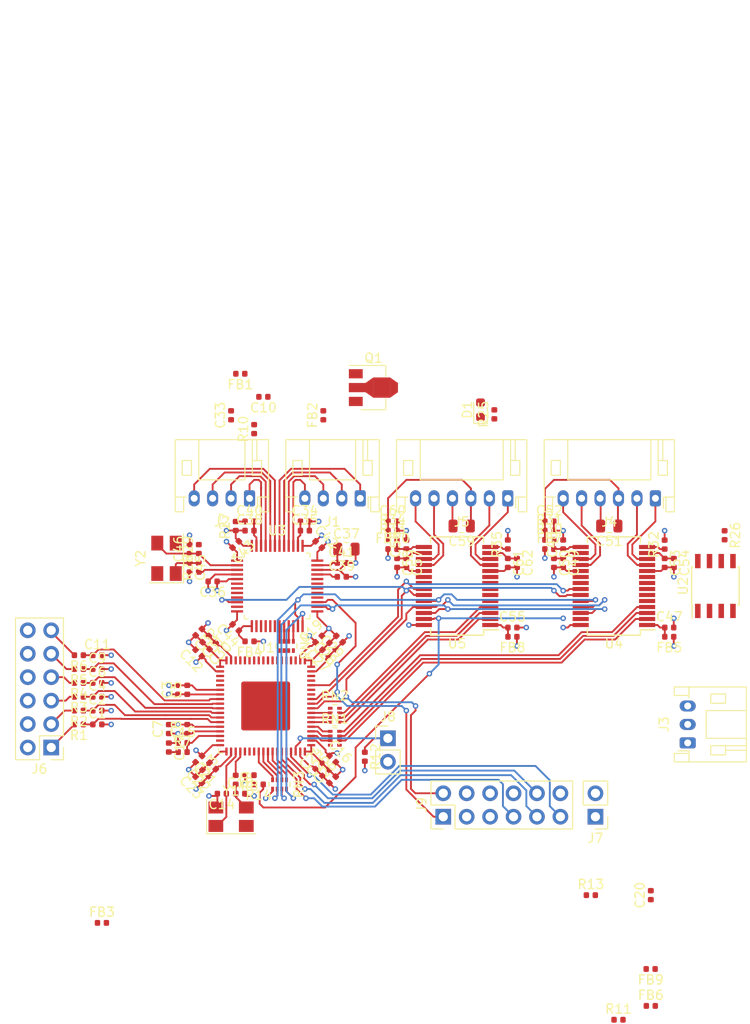
<source format=kicad_pcb>
(kicad_pcb (version 20171130) (host pcbnew "(5.0.2)-1")
  (layers (0 F.Cu signal) (1 In1.Cu power) (2 In2.Cu power) (31 B.Cu signal) (34 B.Paste user) (35 F.Paste user) (36 B.SilkS user) (37 F.SilkS user) (38 B.Mask user) (39 F.Mask user) (44 Edge.Cuts user))
  (net 0 "")
  (net 1 GND)
  (net 2 "Net-(C1-Pad1)")
  (net 3 "Net-(C2-Pad1)")
  (net 4 VDDA)
  (net 5 "Net-(C4-Pad1)")
  (net 6 "Net-(C6-Pad1)")
  (net 7 "Net-(C9-Pad1)")
  (net 8 +3V3)
  (net 9 "Net-(C11-Pad1)")
  (net 10 "Net-(C14-Pad1)")
  (net 11 "Net-(C15-Pad2)")
  (net 12 "Net-(C18-Pad1)")
  (net 13 GNDA)
  (net 14 "Net-(C34-Pad1)")
  (net 15 "Net-(C36-Pad1)")
  (net 16 "Net-(C37-Pad1)")
  (net 17 "Net-(C38-Pad2)")
  (net 18 "Net-(C40-Pad1)")
  (net 19 "Net-(C44-Pad1)")
  (net 20 "Net-(C45-Pad1)")
  (net 21 "Net-(C46-Pad1)")
  (net 22 "Net-(C47-Pad1)")
  (net 23 "Net-(C48-Pad1)")
  (net 24 "Net-(C49-Pad1)")
  (net 25 /DAC1/Vbias)
  (net 26 "Net-(C53-Pad1)")
  (net 27 "Net-(C55-Pad1)")
  (net 28 "Net-(C56-Pad1)")
  (net 29 "Net-(C57-Pad1)")
  (net 30 /DAC2/Vbias)
  (net 31 "Net-(C61-Pad1)")
  (net 32 "Net-(D1-Pad2)")
  (net 33 +5V)
  (net 34 /ADC/In_L0P)
  (net 35 /ADC/In_L0N)
  (net 36 /ADC/In_R0P)
  (net 37 /ADC/In_R0N)
  (net 38 /ADC/In_R1N)
  (net 39 /ADC/In_R1P)
  (net 40 /ADC/In_L1N)
  (net 41 /ADC/In_L1P)
  (net 42 /DAC1/Out_RN)
  (net 43 /DAC1/Out_RP)
  (net 44 /DAC1/Out_LN)
  (net 45 /DAC1/Out_LP)
  (net 46 /DAC2/Out_LP)
  (net 47 /DAC2/Out_LN)
  (net 48 /DAC2/Out_RP)
  (net 49 /DAC2/Out_RN)
  (net 50 "Net-(J6-Pad1)")
  (net 51 "Net-(J6-Pad3)")
  (net 52 "Net-(J6-Pad5)")
  (net 53 "Net-(J6-Pad7)")
  (net 54 "Net-(J6-Pad9)")
  (net 55 "Net-(J6-Pad11)")
  (net 56 /DSP/nRESET)
  (net 57 "Net-(J8-Pad1)")
  (net 58 /DSP/MISO)
  (net 59 /DSP/SCLK)
  (net 60 /DSP/MOSI)
  (net 61 /DSP/SS)
  (net 62 "Net-(Q1-Pad1)")
  (net 63 /DSP/I2S_MCLK_ADC)
  (net 64 /DSP/MCLK)
  (net 65 "Net-(R9-Pad1)")
  (net 66 /DAC1/I2S_MCLK)
  (net 67 /DAC1/I2S_LRCLK)
  (net 68 /DAC1/I2S_BCLK)
  (net 69 /DAC1/I2S_SDOUT)
  (net 70 /DAC2/I2S_LRCLK)
  (net 71 /DAC2/I2S_BCLK)
  (net 72 /DAC2/I2S_SDOUT)
  (net 73 /ADC/SPI_CLK)
  (net 74 /ADC/SPI_MOSI)
  (net 75 /ADC/SPI_MISO)
  (net 76 "Net-(R26-Pad2)")
  (net 77 "Net-(R28-Pad1)")
  (net 78 "Net-(R32-Pad1)")
  (net 79 "Net-(R35-Pad1)")
  (net 80 /DAC1/SPI_CS)
  (net 81 /ADC/SPI_CS)
  (net 82 /DSP/ENABLE)
  (net 83 /DSP/MUTE)
  (net 84 /ADC/I2S_BCLK)
  (net 85 /ADC/I2S_LRCLK)
  (net 86 /ADC/I2S_SDIN1)
  (net 87 /ADC/I2S_SDIN2)
  (net 88 "Net-(U3-Pad11)")
  (net 89 "Net-(C17-Pad2)")
  (net 90 /DSP/DVDD)
  (net 91 "Net-(Q1-Pad2)")
  (net 92 "Net-(J9-Pad6)")
  (net 93 "Net-(RN1-Pad1)")
  (net 94 "Net-(RN1-Pad3)")
  (net 95 "Net-(RN1-Pad2)")
  (net 96 "Net-(RN2-Pad4)")
  (net 97 "Net-(RN2-Pad2)")
  (net 98 "Net-(RN2-Pad3)")
  (net 99 "Net-(RN3-Pad1)")
  (net 100 "Net-(RN3-Pad3)")
  (net 101 "Net-(RN3-Pad2)")
  (net 102 "Net-(RN3-Pad4)")
  (net 103 "Net-(RN3-Pad5)")
  (net 104 "Net-(RN4-Pad1)")
  (net 105 "Net-(RN4-Pad3)")
  (net 106 "Net-(RN4-Pad2)")
  (net 107 "Net-(RN4-Pad4)")
  (module Resistor_SMD:R_0402_1005Metric (layer F.Cu) (at 176.5 140)
    (fp_text reference R11 (at 0 -1.17) (layer F.SilkS))
    (fp_text value 0R)
    (pad 2 smd roundrect (at 0.485 0) (size 0.59 0.64) (layers F.Cu F.Paste F.Mask) (net 90 /DSP/DVDD))
    (pad 1 smd roundrect (at -0.485 0) (size 0.59 0.64) (layers F.Cu F.Paste F.Mask) (net 91 "Net-(Q1-Pad2)"))
  )
  (module Resistor_SMD:R_0402_1005Metric (layer F.Cu) (at 173.5 126.5)
    (fp_text reference R13 (at 0 -1.17) (layer F.SilkS))
    (fp_text value 10k)
    (pad 2 smd roundrect (at 0.485 0) (size 0.59 0.64) (layers F.Cu F.Paste F.Mask) (net 8 +3V3))
    (pad 1 smd roundrect (at -0.485 0) (size 0.59 0.64) (layers F.Cu F.Paste F.Mask) (net 56 /DSP/nRESET))
  )
  (module Resistor_SMD:R_0402_1005Metric (layer F.Cu) (at 136.5 113.5 180)
    (fp_text reference R8 (at 0 -1.17 180) (layer F.SilkS))
    (fp_text value 33R)
    (pad 2 smd roundrect (at 0.485 0 180) (size 0.59 0.64) (layers F.Cu F.Paste F.Mask) (net 63 /DSP/I2S_MCLK_ADC))
    (pad 1 smd roundrect (at -0.485 0 180) (size 0.59 0.64) (layers F.Cu F.Paste F.Mask) (net 64 /DSP/MCLK))
  )
  (module Resistor_SMD:R_0402_1005Metric (layer F.Cu) (at 137.5 114.5 180)
    (fp_text reference R14 (at 0 -1.17 180) (layer F.SilkS))
    (fp_text value 33R)
    (pad 1 smd roundrect (at -0.485 0 180) (size 0.59 0.64) (layers F.Cu F.Paste F.Mask) (net 66 /DAC1/I2S_MCLK))
    (pad 2 smd roundrect (at 0.485 0 180) (size 0.59 0.64) (layers F.Cu F.Paste F.Mask) (net 64 /DSP/MCLK))
  )
  (module Package_TO_SOT_SMD:SOT-89-3 (layer F.Cu) (at 149.5 71.5)
    (fp_text reference Q1 (at 0.45 -3.2) (layer F.SilkS))
    (fp_text value STD2805)
    (pad 2 smd trapezoid (at -0.0762 0 90) (size 1.5 1) (rect_delta 0 0.7) (layers F.Cu F.Paste F.Mask) (net 91 "Net-(Q1-Pad2)"))
    (pad 2 smd rect (at 1.3335 0 270) (size 2.2 1.84) (layers F.Cu F.Paste F.Mask) (net 91 "Net-(Q1-Pad2)"))
    (pad 3 smd rect (at -1.48 1.5 270) (size 1 1.5) (layers F.Cu F.Paste F.Mask) (net 8 +3V3))
    (pad 2 smd rect (at -1.3335 0 270) (size 1 1.8) (layers F.Cu F.Paste F.Mask) (net 91 "Net-(Q1-Pad2)"))
    (pad 1 smd rect (at -1.48 -1.5 270) (size 1 1.5) (layers F.Cu F.Paste F.Mask) (net 62 "Net-(Q1-Pad1)"))
    (pad 2 smd trapezoid (at 2.667 0 270) (size 1.6 0.85) (rect_delta 0 0.6) (layers F.Cu F.Paste F.Mask) (net 91 "Net-(Q1-Pad2)"))
  )
  (module Connector_PinHeader_2.54mm:PinHeader_1x02_P2.54mm_Vertical (layer F.Cu) (at 174 118 180)
    (fp_text reference J7 (at 0 -2.33 180) (layer F.SilkS))
    (fp_text value Conn_01x02_Male)
    (pad 2 thru_hole oval (at 0 2.54 180) (size 1.7 1.7) (drill 1) (layers *.Cu *.Mask) (net 1 GND))
    (pad 1 thru_hole rect (at 0 0 180) (size 1.7 1.7) (drill 1) (layers *.Cu *.Mask) (net 56 /DSP/nRESET))
  )
  (module Connector_PinHeader_2.54mm:PinHeader_1x02_P2.54mm_Vertical (layer F.Cu) (at 151.5 109.5)
    (fp_text reference J8 (at 0 -2.33) (layer F.SilkS))
    (fp_text value Conn_01x02_Male)
    (pad 2 thru_hole oval (at 0 2.54) (size 1.7 1.7) (drill 1) (layers *.Cu *.Mask) (net 1 GND))
    (pad 1 thru_hole rect (at 0 0) (size 1.7 1.7) (drill 1) (layers *.Cu *.Mask) (net 57 "Net-(J8-Pad1)"))
  )
  (module Package_SO:SOIC-8_3.9x4.9mm_P1.27mm (layer F.Cu) (at 187 93 90)
    (fp_text reference U2 (at 0 -3.5 90) (layer F.SilkS))
    (fp_text value 24AA1024)
    (pad 1 smd rect (at -2.7 -1.905 90) (size 1.55 0.6) (layers F.Cu F.Paste F.Mask) (net 103 "Net-(RN3-Pad5)"))
    (pad 2 smd rect (at -2.7 -0.635 90) (size 1.55 0.6) (layers F.Cu F.Paste F.Mask) (net 75 /ADC/SPI_MISO))
    (pad 3 smd rect (at -2.7 0.635 90) (size 1.55 0.6) (layers F.Cu F.Paste F.Mask) (net 76 "Net-(R26-Pad2)"))
    (pad 4 smd rect (at -2.7 1.905 90) (size 1.55 0.6) (layers F.Cu F.Paste F.Mask) (net 1 GND))
    (pad 5 smd rect (at 2.7 1.905 90) (size 1.55 0.6) (layers F.Cu F.Paste F.Mask) (net 74 /ADC/SPI_MOSI))
    (pad 6 smd rect (at 2.7 0.635 90) (size 1.55 0.6) (layers F.Cu F.Paste F.Mask) (net 73 /ADC/SPI_CLK))
    (pad 7 smd rect (at 2.7 -0.635 90) (size 1.55 0.6) (layers F.Cu F.Paste F.Mask) (net 8 +3V3))
    (pad 8 smd rect (at 2.7 -1.905 90) (size 1.55 0.6) (layers F.Cu F.Paste F.Mask) (net 8 +3V3))
  )
  (module Resistor_SMD:R_0402_1005Metric (layer F.Cu) (at 188 87.5 270)
    (fp_text reference R26 (at 0 -1.17 270) (layer F.SilkS))
    (fp_text value 10k)
    (pad 2 smd roundrect (at 0.485 0 270) (size 0.59 0.64) (layers F.Cu F.Paste F.Mask) (net 76 "Net-(R26-Pad2)"))
    (pad 1 smd roundrect (at -0.485 0 270) (size 0.59 0.64) (layers F.Cu F.Paste F.Mask) (net 8 +3V3))
  )
  (module Package_SO:SSOP-28_5.3x10.2mm_P0.65mm (layer F.Cu) (at 159 93 180)
    (fp_text reference U5 (at 0 -6.25 180) (layer F.SilkS))
    (fp_text value AD1955)
    (pad 1 smd rect (at -3.6 -4.225 180) (size 1.75 0.45) (layers F.Cu F.Paste F.Mask) (net 27 "Net-(C55-Pad1)"))
    (pad 2 smd rect (at -3.6 -3.575 180) (size 1.75 0.45) (layers F.Cu F.Paste F.Mask) (net 70 /DAC2/I2S_LRCLK))
    (pad 3 smd rect (at -3.6 -2.925 180) (size 1.75 0.45) (layers F.Cu F.Paste F.Mask) (net 71 /DAC2/I2S_BCLK))
    (pad 4 smd rect (at -3.6 -2.275 180) (size 1.75 0.45) (layers F.Cu F.Paste F.Mask) (net 72 /DAC2/I2S_SDOUT))
    (pad 5 smd rect (at -3.6 -1.625 180) (size 1.75 0.45) (layers F.Cu F.Paste F.Mask))
    (pad 6 smd rect (at -3.6 -0.975 180) (size 1.75 0.45) (layers F.Cu F.Paste F.Mask))
    (pad 7 smd rect (at -3.6 -0.325 180) (size 1.75 0.45) (layers F.Cu F.Paste F.Mask))
    (pad 8 smd rect (at -3.6 0.325 180) (size 1.75 0.45) (layers F.Cu F.Paste F.Mask))
    (pad 9 smd rect (at -3.6 0.975 180) (size 1.75 0.45) (layers F.Cu F.Paste F.Mask))
    (pad 10 smd rect (at -3.6 1.625 180) (size 1.75 0.45) (layers F.Cu F.Paste F.Mask) (net 13 GNDA))
    (pad 11 smd rect (at -3.6 2.275 180) (size 1.75 0.45) (layers F.Cu F.Paste F.Mask) (net 48 /DAC2/Out_RP))
    (pad 12 smd rect (at -3.6 2.925 180) (size 1.75 0.45) (layers F.Cu F.Paste F.Mask) (net 49 /DAC2/Out_RN))
    (pad 13 smd rect (at -3.6 3.575 180) (size 1.75 0.45) (layers F.Cu F.Paste F.Mask) (net 31 "Net-(C61-Pad1)"))
    (pad 14 smd rect (at -3.6 4.225 180) (size 1.75 0.45) (layers F.Cu F.Paste F.Mask) (net 79 "Net-(R35-Pad1)"))
    (pad 15 smd rect (at 3.6 4.225 180) (size 1.75 0.45) (layers F.Cu F.Paste F.Mask) (net 28 "Net-(C56-Pad1)"))
    (pad 16 smd rect (at 3.6 3.575 180) (size 1.75 0.45) (layers F.Cu F.Paste F.Mask) (net 29 "Net-(C57-Pad1)"))
    (pad 17 smd rect (at 3.6 2.925 180) (size 1.75 0.45) (layers F.Cu F.Paste F.Mask) (net 47 /DAC2/Out_LN))
    (pad 18 smd rect (at 3.6 2.275 180) (size 1.75 0.45) (layers F.Cu F.Paste F.Mask) (net 46 /DAC2/Out_LP))
    (pad 19 smd rect (at 3.6 1.625 180) (size 1.75 0.45) (layers F.Cu F.Paste F.Mask) (net 13 GNDA))
    (pad 20 smd rect (at 3.6 0.975 180) (size 1.75 0.45) (layers F.Cu F.Paste F.Mask))
    (pad 21 smd rect (at 3.6 0.325 180) (size 1.75 0.45) (layers F.Cu F.Paste F.Mask))
    (pad 22 smd rect (at 3.6 -0.325 180) (size 1.75 0.45) (layers F.Cu F.Paste F.Mask) (net 83 /DSP/MUTE))
    (pad 23 smd rect (at 3.6 -0.975 180) (size 1.75 0.45) (layers F.Cu F.Paste F.Mask) (net 82 /DSP/ENABLE))
    (pad 24 smd rect (at 3.6 -1.625 180) (size 1.75 0.45) (layers F.Cu F.Paste F.Mask) (net 74 /ADC/SPI_MOSI))
    (pad 25 smd rect (at 3.6 -2.275 180) (size 1.75 0.45) (layers F.Cu F.Paste F.Mask) (net 80 /DAC1/SPI_CS))
    (pad 26 smd rect (at 3.6 -2.925 180) (size 1.75 0.45) (layers F.Cu F.Paste F.Mask) (net 73 /ADC/SPI_CLK))
    (pad 27 smd rect (at 3.6 -3.575 180) (size 1.75 0.45) (layers F.Cu F.Paste F.Mask) (net 66 /DAC1/I2S_MCLK))
    (pad 28 smd rect (at 3.6 -4.225 180) (size 1.75 0.45) (layers F.Cu F.Paste F.Mask) (net 1 GND))
  )
  (module Capacitor_SMD:C_0402_1005Metric (layer F.Cu) (at 120 108)
    (fp_text reference C1 (at 0 -1.17) (layer F.SilkS))
    (fp_text value 100n)
    (pad 2 smd roundrect (at 0.485 0) (size 0.59 0.64) (layers F.Cu F.Paste F.Mask) (net 1 GND))
    (pad 1 smd roundrect (at -0.485 0) (size 0.59 0.64) (layers F.Cu F.Paste F.Mask) (net 2 "Net-(C1-Pad1)"))
  )
  (module Capacitor_SMD:C_0402_1005Metric (layer F.Cu) (at 120 106.5)
    (fp_text reference C2 (at 0 -1.17) (layer F.SilkS))
    (fp_text value 100n)
    (pad 1 smd roundrect (at -0.485 0) (size 0.59 0.64) (layers F.Cu F.Paste F.Mask) (net 3 "Net-(C2-Pad1)"))
    (pad 2 smd roundrect (at 0.485 0) (size 0.59 0.64) (layers F.Cu F.Paste F.Mask) (net 1 GND))
  )
  (module Capacitor_SMD:C_0402_1005Metric (layer F.Cu) (at 120 105)
    (fp_text reference C4 (at 0 -1.17) (layer F.SilkS))
    (fp_text value 100n)
    (pad 2 smd roundrect (at 0.485 0) (size 0.59 0.64) (layers F.Cu F.Paste F.Mask) (net 1 GND))
    (pad 1 smd roundrect (at -0.485 0) (size 0.59 0.64) (layers F.Cu F.Paste F.Mask) (net 5 "Net-(C4-Pad1)"))
  )
  (module Capacitor_SMD:C_0402_1005Metric (layer F.Cu) (at 129.75 104.25 90)
    (fp_text reference C5 (at 0 -1.17 90) (layer F.SilkS))
    (fp_text value 100n)
    (pad 2 smd roundrect (at 0.485 0 90) (size 0.59 0.64) (layers F.Cu F.Paste F.Mask) (net 1 GND))
    (pad 1 smd roundrect (at -0.485 0 90) (size 0.59 0.64) (layers F.Cu F.Paste F.Mask) (net 4 VDDA))
  )
  (module Capacitor_SMD:C_0402_1005Metric (layer F.Cu) (at 120 103.5)
    (fp_text reference C6 (at 0 -1.17) (layer F.SilkS))
    (fp_text value 100n)
    (pad 1 smd roundrect (at -0.485 0) (size 0.59 0.64) (layers F.Cu F.Paste F.Mask) (net 6 "Net-(C6-Pad1)"))
    (pad 2 smd roundrect (at 0.485 0) (size 0.59 0.64) (layers F.Cu F.Paste F.Mask) (net 1 GND))
  )
  (module Capacitor_SMD:C_0402_1005Metric (layer F.Cu) (at 129.75 108.5 90)
    (fp_text reference C8 (at 0 -1.17 90) (layer F.SilkS))
    (fp_text value 100n)
    (pad 1 smd roundrect (at -0.485 0 90) (size 0.59 0.64) (layers F.Cu F.Paste F.Mask) (net 4 VDDA))
    (pad 2 smd roundrect (at 0.485 0 90) (size 0.59 0.64) (layers F.Cu F.Paste F.Mask) (net 1 GND))
  )
  (module Capacitor_SMD:C_0402_1005Metric (layer F.Cu) (at 120 102)
    (fp_text reference C9 (at 0 -1.17) (layer F.SilkS))
    (fp_text value 100n)
    (pad 2 smd roundrect (at 0.485 0) (size 0.59 0.64) (layers F.Cu F.Paste F.Mask) (net 1 GND))
    (pad 1 smd roundrect (at -0.485 0) (size 0.59 0.64) (layers F.Cu F.Paste F.Mask) (net 7 "Net-(C9-Pad1)"))
  )
  (module Capacitor_SMD:C_0402_1005Metric (layer F.Cu) (at 120 100.5)
    (fp_text reference C11 (at 0 -1.17) (layer F.SilkS))
    (fp_text value 100n)
    (pad 1 smd roundrect (at -0.485 0) (size 0.59 0.64) (layers F.Cu F.Paste F.Mask) (net 9 "Net-(C11-Pad1)"))
    (pad 2 smd roundrect (at 0.485 0) (size 0.59 0.64) (layers F.Cu F.Paste F.Mask) (net 1 GND))
  )
  (module Capacitor_SMD:C_0402_1005Metric (layer F.Cu) (at 131 100.25 135)
    (fp_text reference C12 (at 0 -1.17 135) (layer F.SilkS))
    (fp_text value 100n)
    (pad 2 smd roundrect (at 0.485 0 135) (size 0.59 0.64) (layers F.Cu F.Paste F.Mask) (net 1 GND))
    (pad 1 smd roundrect (at -0.485 0 135) (size 0.59 0.64) (layers F.Cu F.Paste F.Mask) (net 8 +3V3))
  )
  (module Capacitor_SMD:C_0402_1005Metric (layer F.Cu) (at 131 111.75 225)
    (fp_text reference C13 (at 0 -1.17 225) (layer F.SilkS))
    (fp_text value 100n)
    (pad 1 smd roundrect (at -0.485 0 225) (size 0.59 0.64) (layers F.Cu F.Paste F.Mask) (net 8 +3V3))
    (pad 2 smd roundrect (at 0.485 0 225) (size 0.59 0.64) (layers F.Cu F.Paste F.Mask) (net 1 GND))
  )
  (module Capacitor_SMD:C_0402_1005Metric (layer F.Cu) (at 133.5 115.5 180)
    (fp_text reference C14 (at 0 -1.17 180) (layer F.SilkS))
    (fp_text value 22p)
    (pad 1 smd roundrect (at -0.485 0 180) (size 0.59 0.64) (layers F.Cu F.Paste F.Mask) (net 10 "Net-(C14-Pad1)"))
    (pad 2 smd roundrect (at 0.485 0 180) (size 0.59 0.64) (layers F.Cu F.Paste F.Mask) (net 1 GND))
  )
  (module Capacitor_SMD:C_0402_1005Metric (layer F.Cu) (at 129.25 110)
    (fp_text reference C15 (at 0 -1.17) (layer F.SilkS))
    (fp_text value 150p)
    (pad 2 smd roundrect (at 0.485 0) (size 0.59 0.64) (layers F.Cu F.Paste F.Mask) (net 11 "Net-(C15-Pad2)"))
    (pad 1 smd roundrect (at -0.485 0) (size 0.59 0.64) (layers F.Cu F.Paste F.Mask) (net 4 VDDA))
  )
  (module Capacitor_SMD:C_0402_1005Metric (layer F.Cu) (at 145.5 111.75 315)
    (fp_text reference C16 (at 0 -1.17 315) (layer F.SilkS))
    (fp_text value 100n)
    (pad 2 smd roundrect (at 0.485 0 315) (size 0.59 0.64) (layers F.Cu F.Paste F.Mask) (net 1 GND))
    (pad 1 smd roundrect (at -0.485 0 315) (size 0.59 0.64) (layers F.Cu F.Paste F.Mask) (net 8 +3V3))
  )
  (module Capacitor_SMD:C_0402_1005Metric (layer F.Cu) (at 127.75 110.5 270)
    (fp_text reference C17 (at 0 -1.17 270) (layer F.SilkS))
    (fp_text value 5.6n)
    (pad 1 smd roundrect (at -0.485 0 270) (size 0.59 0.64) (layers F.Cu F.Paste F.Mask) (net 4 VDDA))
    (pad 2 smd roundrect (at 0.485 0 270) (size 0.59 0.64) (layers F.Cu F.Paste F.Mask) (net 89 "Net-(C17-Pad2)"))
  )
  (module Capacitor_SMD:C_0402_1005Metric (layer F.Cu) (at 135.5 115.5)
    (fp_text reference C18 (at 0 -1.17) (layer F.SilkS))
    (fp_text value 22p)
    (pad 2 smd roundrect (at 0.485 0) (size 0.59 0.64) (layers F.Cu F.Paste F.Mask) (net 1 GND))
    (pad 1 smd roundrect (at -0.485 0) (size 0.59 0.64) (layers F.Cu F.Paste F.Mask) (net 12 "Net-(C18-Pad1)"))
  )
  (module Capacitor_SMD:C_0402_1005Metric (layer F.Cu) (at 144 98.75 45)
    (fp_text reference C19 (at 0 -1.17 45) (layer F.SilkS))
    (fp_text value 100n)
    (pad 1 smd roundrect (at -0.485 0 45) (size 0.59 0.64) (layers F.Cu F.Paste F.Mask) (net 8 +3V3))
    (pad 2 smd roundrect (at 0.485 0 45) (size 0.59 0.64) (layers F.Cu F.Paste F.Mask) (net 1 GND))
  )
  (module Capacitor_SMD:C_0402_1005Metric (layer F.Cu) (at 180 126.5 90)
    (fp_text reference C20 (at 0 -1.17 90) (layer F.SilkS))
    (fp_text value 100n)
    (pad 2 smd roundrect (at 0.485 0 90) (size 0.59 0.64) (layers F.Cu F.Paste F.Mask) (net 1 GND))
    (pad 1 smd roundrect (at -0.485 0 90) (size 0.59 0.64) (layers F.Cu F.Paste F.Mask) (net 8 +3V3))
  )
  (module Capacitor_SMD:C_0402_1005Metric (layer F.Cu) (at 132.5 112.5 135)
    (fp_text reference C21 (at 0 -1.17 135) (layer F.SilkS))
    (fp_text value 10n)
    (pad 2 smd roundrect (at 0.485 0 135) (size 0.59 0.64) (layers F.Cu F.Paste F.Mask) (net 1 GND))
    (pad 1 smd roundrect (at -0.485 0 135) (size 0.59 0.64) (layers F.Cu F.Paste F.Mask) (net 90 /DSP/DVDD))
  )
  (module Capacitor_SMD:C_0402_1005Metric (layer F.Cu) (at 131.75 113.25 135)
    (fp_text reference C22 (at 0 -1.17 135) (layer F.SilkS))
    (fp_text value 100n)
    (pad 1 smd roundrect (at -0.485 0 135) (size 0.59 0.64) (layers F.Cu F.Paste F.Mask) (net 90 /DSP/DVDD))
    (pad 2 smd roundrect (at 0.485 0 135) (size 0.59 0.64) (layers F.Cu F.Paste F.Mask) (net 1 GND))
  )
  (module Capacitor_SMD:C_0402_1005Metric (layer F.Cu) (at 131 114 135)
    (fp_text reference C23 (at 0 -1.17 135) (layer F.SilkS))
    (fp_text value 1u)
    (pad 2 smd roundrect (at 0.485 0 135) (size 0.59 0.64) (layers F.Cu F.Paste F.Mask) (net 1 GND))
    (pad 1 smd roundrect (at -0.485 0 135) (size 0.59 0.64) (layers F.Cu F.Paste F.Mask) (net 90 /DSP/DVDD))
  )
  (module Capacitor_SMD:C_0402_1005Metric (layer F.Cu) (at 144 112.5 45)
    (fp_text reference C24 (at 0 -1.17 45) (layer F.SilkS))
    (fp_text value 10n)
    (pad 1 smd roundrect (at -0.485 0 45) (size 0.59 0.64) (layers F.Cu F.Paste F.Mask) (net 90 /DSP/DVDD))
    (pad 2 smd roundrect (at 0.485 0 45) (size 0.59 0.64) (layers F.Cu F.Paste F.Mask) (net 1 GND))
  )
  (module Capacitor_SMD:C_0402_1005Metric (layer F.Cu) (at 144.75 113.25 45)
    (fp_text reference C25 (at 0 -1.17 45) (layer F.SilkS))
    (fp_text value 100n)
    (pad 2 smd roundrect (at 0.485 0 45) (size 0.59 0.64) (layers F.Cu F.Paste F.Mask) (net 1 GND))
    (pad 1 smd roundrect (at -0.485 0 45) (size 0.59 0.64) (layers F.Cu F.Paste F.Mask) (net 90 /DSP/DVDD))
  )
  (module Capacitor_SMD:C_0402_1005Metric (layer F.Cu) (at 145.5 114 45)
    (fp_text reference C26 (at 0 -1.17 45) (layer F.SilkS))
    (fp_text value 1u)
    (pad 1 smd roundrect (at -0.485 0 45) (size 0.59 0.64) (layers F.Cu F.Paste F.Mask) (net 90 /DSP/DVDD))
    (pad 2 smd roundrect (at 0.485 0 45) (size 0.59 0.64) (layers F.Cu F.Paste F.Mask) (net 1 GND))
  )
  (module Capacitor_SMD:C_0402_1005Metric (layer F.Cu) (at 144.75 100.25 135)
    (fp_text reference C27 (at 0 -1.17 135) (layer F.SilkS))
    (fp_text value 10n)
    (pad 2 smd roundrect (at 0.485 0 135) (size 0.59 0.64) (layers F.Cu F.Paste F.Mask) (net 1 GND))
    (pad 1 smd roundrect (at -0.485 0 135) (size 0.59 0.64) (layers F.Cu F.Paste F.Mask) (net 90 /DSP/DVDD))
  )
  (module Capacitor_SMD:C_0402_1005Metric (layer F.Cu) (at 145.5 99.5 135)
    (fp_text reference C28 (at 0 -1.17 135) (layer F.SilkS))
    (fp_text value 100n)
    (pad 1 smd roundrect (at -0.485 0 135) (size 0.59 0.64) (layers F.Cu F.Paste F.Mask) (net 90 /DSP/DVDD))
    (pad 2 smd roundrect (at 0.485 0 135) (size 0.59 0.64) (layers F.Cu F.Paste F.Mask) (net 1 GND))
  )
  (module Capacitor_SMD:C_0402_1005Metric (layer F.Cu) (at 146.25 98.75 135)
    (fp_text reference C29 (at 0 -1.17 135) (layer F.SilkS))
    (fp_text value 1u)
    (pad 2 smd roundrect (at 0.485 0 135) (size 0.59 0.64) (layers F.Cu F.Paste F.Mask) (net 1 GND))
    (pad 1 smd roundrect (at -0.485 0 135) (size 0.59 0.64) (layers F.Cu F.Paste F.Mask) (net 90 /DSP/DVDD))
  )
  (module Capacitor_SMD:C_0402_1005Metric (layer F.Cu) (at 132.5 99.5 225)
    (fp_text reference C30 (at 0 -1.17 225) (layer F.SilkS))
    (fp_text value 10n)
    (pad 1 smd roundrect (at -0.485 0 225) (size 0.59 0.64) (layers F.Cu F.Paste F.Mask) (net 90 /DSP/DVDD))
    (pad 2 smd roundrect (at 0.485 0 225) (size 0.59 0.64) (layers F.Cu F.Paste F.Mask) (net 1 GND))
  )
  (module Capacitor_SMD:C_0402_1005Metric (layer F.Cu) (at 131.75 98.75 225)
    (fp_text reference C31 (at 0 -1.17 225) (layer F.SilkS))
    (fp_text value 100n)
    (pad 2 smd roundrect (at 0.485 0 225) (size 0.59 0.64) (layers F.Cu F.Paste F.Mask) (net 1 GND))
    (pad 1 smd roundrect (at -0.485 0 225) (size 0.59 0.64) (layers F.Cu F.Paste F.Mask) (net 90 /DSP/DVDD))
  )
  (module Capacitor_SMD:C_0402_1005Metric (layer F.Cu) (at 131 98 225)
    (fp_text reference C32 (at 0 -1.17 225) (layer F.SilkS))
    (fp_text value 1u)
    (pad 1 smd roundrect (at -0.485 0 225) (size 0.59 0.64) (layers F.Cu F.Paste F.Mask) (net 90 /DSP/DVDD))
    (pad 2 smd roundrect (at 0.485 0 225) (size 0.59 0.64) (layers F.Cu F.Paste F.Mask) (net 1 GND))
  )
  (module Capacitor_SMD:C_0402_1005Metric (layer F.Cu) (at 142.5 87)
    (fp_text reference C35 (at 0 -1.17) (layer F.SilkS))
    (fp_text value 100n)
    (pad 1 smd roundrect (at -0.485 0) (size 0.59 0.64) (layers F.Cu F.Paste F.Mask) (net 14 "Net-(C34-Pad1)"))
    (pad 2 smd roundrect (at 0.485 0) (size 0.59 0.64) (layers F.Cu F.Paste F.Mask) (net 13 GNDA))
  )
  (module Capacitor_SMD:C_0402_1005Metric (layer F.Cu) (at 132.5 92.5 180)
    (fp_text reference C36 (at 0 -1.17 180) (layer F.SilkS))
    (fp_text value 100n)
    (pad 1 smd roundrect (at -0.485 0 180) (size 0.59 0.64) (layers F.Cu F.Paste F.Mask) (net 15 "Net-(C36-Pad1)"))
    (pad 2 smd roundrect (at 0.485 0 180) (size 0.59 0.64) (layers F.Cu F.Paste F.Mask) (net 13 GNDA))
  )
  (module Capacitor_SMD:C_0402_1005Metric (layer F.Cu) (at 136.5 87)
    (fp_text reference C38 (at 0 -1.17) (layer F.SilkS))
    (fp_text value 2.2n)
    (pad 2 smd roundrect (at 0.485 0) (size 0.59 0.64) (layers F.Cu F.Paste F.Mask) (net 17 "Net-(C38-Pad2)"))
    (pad 1 smd roundrect (at -0.485 0) (size 0.59 0.64) (layers F.Cu F.Paste F.Mask) (net 15 "Net-(C36-Pad1)"))
  )
  (module Capacitor_SMD:C_0402_1005Metric (layer F.Cu) (at 146.5 92)
    (fp_text reference C39 (at 0 -1.17) (layer F.SilkS))
    (fp_text value 100n)
    (pad 2 smd roundrect (at 0.485 0) (size 0.59 0.64) (layers F.Cu F.Paste F.Mask) (net 13 GNDA))
    (pad 1 smd roundrect (at -0.485 0) (size 0.59 0.64) (layers F.Cu F.Paste F.Mask) (net 15 "Net-(C36-Pad1)"))
  )
  (module Capacitor_SMD:C_0402_1005Metric (layer F.Cu) (at 136.5 86)
    (fp_text reference C40 (at 0 -1.17) (layer F.SilkS))
    (fp_text value 39n)
    (pad 1 smd roundrect (at -0.485 0) (size 0.59 0.64) (layers F.Cu F.Paste F.Mask) (net 18 "Net-(C40-Pad1)"))
    (pad 2 smd roundrect (at 0.485 0) (size 0.59 0.64) (layers F.Cu F.Paste F.Mask) (net 17 "Net-(C38-Pad2)"))
  )
  (module Capacitor_SMD:C_0402_1005Metric (layer F.Cu) (at 146.5 90.5)
    (fp_text reference C41 (at 0 -1.17) (layer F.SilkS))
    (fp_text value 100n)
    (pad 2 smd roundrect (at 0.485 0) (size 0.59 0.64) (layers F.Cu F.Paste F.Mask) (net 13 GNDA))
    (pad 1 smd roundrect (at -0.485 0) (size 0.59 0.64) (layers F.Cu F.Paste F.Mask) (net 16 "Net-(C37-Pad1)"))
  )
  (module Capacitor_SMD:C_0402_1005Metric (layer F.Cu) (at 144 88.5 315)
    (fp_text reference C42 (at 0 -1.17 315) (layer F.SilkS))
    (fp_text value 100n)
    (pad 1 smd roundrect (at -0.485 0 315) (size 0.59 0.64) (layers F.Cu F.Paste F.Mask) (net 15 "Net-(C36-Pad1)"))
    (pad 2 smd roundrect (at 0.485 0 315) (size 0.59 0.64) (layers F.Cu F.Paste F.Mask) (net 13 GNDA))
  )
  (module Capacitor_SMD:C_0402_1005Metric (layer F.Cu) (at 135 88.5 225)
    (fp_text reference C43 (at 0 -1.17 225) (layer F.SilkS))
    (fp_text value 100n)
    (pad 2 smd roundrect (at 0.485 0 225) (size 0.59 0.64) (layers F.Cu F.Paste F.Mask) (net 13 GNDA))
    (pad 1 smd roundrect (at -0.485 0 225) (size 0.59 0.64) (layers F.Cu F.Paste F.Mask) (net 15 "Net-(C36-Pad1)"))
  )
  (module Capacitor_SMD:C_0402_1005Metric (layer F.Cu) (at 135 97.5 135)
    (fp_text reference C44 (at 0 -1.17 135) (layer F.SilkS))
    (fp_text value 100n)
    (pad 1 smd roundrect (at -0.485 0 135) (size 0.59 0.64) (layers F.Cu F.Paste F.Mask) (net 19 "Net-(C44-Pad1)"))
    (pad 2 smd roundrect (at 0.485 0 135) (size 0.59 0.64) (layers F.Cu F.Paste F.Mask) (net 1 GND))
  )
  (module Capacitor_SMD:C_0402_1005Metric (layer F.Cu) (at 130 91 270)
    (fp_text reference C45 (at 0 -1.17 270) (layer F.SilkS))
    (fp_text value 22p)
    (pad 2 smd roundrect (at 0.485 0 270) (size 0.59 0.64) (layers F.Cu F.Paste F.Mask) (net 1 GND))
    (pad 1 smd roundrect (at -0.485 0 270) (size 0.59 0.64) (layers F.Cu F.Paste F.Mask) (net 20 "Net-(C45-Pad1)"))
  )
  (module Capacitor_SMD:C_0402_1005Metric (layer F.Cu) (at 130 89 90)
    (fp_text reference C46 (at 0 -1.17 90) (layer F.SilkS))
    (fp_text value 22p)
    (pad 1 smd roundrect (at -0.485 0 90) (size 0.59 0.64) (layers F.Cu F.Paste F.Mask) (net 21 "Net-(C46-Pad1)"))
    (pad 2 smd roundrect (at 0.485 0 90) (size 0.59 0.64) (layers F.Cu F.Paste F.Mask) (net 1 GND))
  )
  (module Capacitor_SMD:C_0402_1005Metric (layer F.Cu) (at 182 97.5)
    (fp_text reference C47 (at 0 -1.17) (layer F.SilkS))
    (fp_text value 100n)
    (pad 2 smd roundrect (at 0.485 0) (size 0.59 0.64) (layers F.Cu F.Paste F.Mask) (net 1 GND))
    (pad 1 smd roundrect (at -0.485 0) (size 0.59 0.64) (layers F.Cu F.Paste F.Mask) (net 22 "Net-(C47-Pad1)"))
  )
  (module Capacitor_SMD:C_0402_1005Metric (layer F.Cu) (at 170.5 88.5 90)
    (fp_text reference C48 (at 0 -1.17 90) (layer F.SilkS))
    (fp_text value 100n)
    (pad 2 smd roundrect (at 0.485 0 90) (size 0.59 0.64) (layers F.Cu F.Paste F.Mask) (net 13 GNDA))
    (pad 1 smd roundrect (at -0.485 0 90) (size 0.59 0.64) (layers F.Cu F.Paste F.Mask) (net 23 "Net-(C48-Pad1)"))
  )
  (module Capacitor_SMD:C_0402_1005Metric (layer F.Cu) (at 170.5 90.5 270)
    (fp_text reference C49 (at 0 -1.17 270) (layer F.SilkS))
    (fp_text value 100n)
    (pad 1 smd roundrect (at -0.485 0 270) (size 0.59 0.64) (layers F.Cu F.Paste F.Mask) (net 24 "Net-(C49-Pad1)"))
    (pad 2 smd roundrect (at 0.485 0 270) (size 0.59 0.64) (layers F.Cu F.Paste F.Mask) (net 13 GNDA))
  )
  (module Capacitor_SMD:C_0805_2012Metric (layer F.Cu) (at 175.5 86.5 180)
    (fp_text reference C51 (at 0 -1.65 180) (layer F.SilkS))
    (fp_text value 47u)
    (pad 2 smd roundrect (at 0.9375 0 180) (size 0.975 1.4) (layers F.Cu F.Paste F.Mask) (net 13 GNDA))
    (pad 1 smd roundrect (at -0.9375 0 180) (size 0.975 1.4) (layers F.Cu F.Paste F.Mask) (net 25 /DAC1/Vbias))
  )
  (module Capacitor_SMD:C_0402_1005Metric (layer F.Cu) (at 169 86)
    (fp_text reference C52 (at 0 -1.17) (layer F.SilkS))
    (fp_text value 100n)
    (pad 1 smd roundrect (at -0.485 0) (size 0.59 0.64) (layers F.Cu F.Paste F.Mask) (net 25 /DAC1/Vbias))
    (pad 2 smd roundrect (at 0.485 0) (size 0.59 0.64) (layers F.Cu F.Paste F.Mask) (net 13 GNDA))
  )
  (module Capacitor_SMD:C_0402_1005Metric (layer F.Cu) (at 181.5 90.5 270)
    (fp_text reference C53 (at 0 -1.17 270) (layer F.SilkS))
    (fp_text value 100n)
    (pad 1 smd roundrect (at -0.485 0 270) (size 0.59 0.64) (layers F.Cu F.Paste F.Mask) (net 26 "Net-(C53-Pad1)"))
    (pad 2 smd roundrect (at 0.485 0 270) (size 0.59 0.64) (layers F.Cu F.Paste F.Mask) (net 13 GNDA))
  )
  (module Capacitor_SMD:C_0402_1005Metric (layer F.Cu) (at 165 97.5)
    (fp_text reference C55 (at 0 -1.17) (layer F.SilkS))
    (fp_text value 100n)
    (pad 1 smd roundrect (at -0.485 0) (size 0.59 0.64) (layers F.Cu F.Paste F.Mask) (net 27 "Net-(C55-Pad1)"))
    (pad 2 smd roundrect (at 0.485 0) (size 0.59 0.64) (layers F.Cu F.Paste F.Mask) (net 1 GND))
  )
  (module Capacitor_SMD:C_0402_1005Metric (layer F.Cu) (at 153.5 88.5 90)
    (fp_text reference C56 (at 0 -1.17 90) (layer F.SilkS))
    (fp_text value 100n)
    (pad 2 smd roundrect (at 0.485 0 90) (size 0.59 0.64) (layers F.Cu F.Paste F.Mask) (net 13 GNDA))
    (pad 1 smd roundrect (at -0.485 0 90) (size 0.59 0.64) (layers F.Cu F.Paste F.Mask) (net 28 "Net-(C56-Pad1)"))
  )
  (module Capacitor_SMD:C_0402_1005Metric (layer F.Cu) (at 153.5 90.5 270)
    (fp_text reference C57 (at 0 -1.17 270) (layer F.SilkS))
    (fp_text value 100n)
    (pad 2 smd roundrect (at 0.485 0 270) (size 0.59 0.64) (layers F.Cu F.Paste F.Mask) (net 13 GNDA))
    (pad 1 smd roundrect (at -0.485 0 270) (size 0.59 0.64) (layers F.Cu F.Paste F.Mask) (net 29 "Net-(C57-Pad1)"))
  )
  (module Capacitor_SMD:C_0805_2012Metric (layer F.Cu) (at 159.5 86.5 180)
    (fp_text reference C59 (at 0 -1.65 180) (layer F.SilkS))
    (fp_text value 47u)
    (pad 2 smd roundrect (at 0.9375 0 180) (size 0.975 1.4) (layers F.Cu F.Paste F.Mask) (net 13 GNDA))
    (pad 1 smd roundrect (at -0.9375 0 180) (size 0.975 1.4) (layers F.Cu F.Paste F.Mask) (net 30 /DAC2/Vbias))
  )
  (module Capacitor_SMD:C_0402_1005Metric (layer F.Cu) (at 152 86)
    (fp_text reference C60 (at 0 -1.17) (layer F.SilkS))
    (fp_text value 100n)
    (pad 2 smd roundrect (at 0.485 0) (size 0.59 0.64) (layers F.Cu F.Paste F.Mask) (net 13 GNDA))
    (pad 1 smd roundrect (at -0.485 0) (size 0.59 0.64) (layers F.Cu F.Paste F.Mask) (net 30 /DAC2/Vbias))
  )
  (module Capacitor_SMD:C_0402_1005Metric (layer F.Cu) (at 164.5 90.5 270)
    (fp_text reference C61 (at 0 -1.17 270) (layer F.SilkS))
    (fp_text value 100n)
    (pad 1 smd roundrect (at -0.485 0 270) (size 0.59 0.64) (layers F.Cu F.Paste F.Mask) (net 31 "Net-(C61-Pad1)"))
    (pad 2 smd roundrect (at 0.485 0 270) (size 0.59 0.64) (layers F.Cu F.Paste F.Mask) (net 13 GNDA))
  )
  (module LED_SMD:LED_0603_1608Metric (layer F.Cu) (at 161.54 73.9 90)
    (fp_text reference D1 (at 0 -1.43 90) (layer F.SilkS))
    (fp_text value LED_Small)
    (pad 1 smd roundrect (at -0.7875 0 90) (size 0.875 0.95) (layers F.Cu F.Paste F.Mask) (net 1 GND))
    (pad 2 smd roundrect (at 0.7875 0 90) (size 0.875 0.95) (layers F.Cu F.Paste F.Mask) (net 32 "Net-(D1-Pad2)"))
  )
  (module Inductor_SMD:L_0402_1005Metric (layer F.Cu) (at 135.5 70 180)
    (fp_text reference FB1 (at 0 -1.17 180) (layer F.SilkS))
    (fp_text value Ferrite_Bead_Small)
    (pad 1 smd roundrect (at -0.485 0 180) (size 0.59 0.64) (layers F.Cu F.Paste F.Mask) (net 8 +3V3))
    (pad 2 smd roundrect (at 0.485 0 180) (size 0.59 0.64) (layers F.Cu F.Paste F.Mask) (net 4 VDDA))
  )
  (module Inductor_SMD:L_0402_1005Metric (layer F.Cu) (at 144.5 74.5 90)
    (fp_text reference FB2 (at 0 -1.17 90) (layer F.SilkS))
    (fp_text value 600Z)
    (pad 1 smd roundrect (at -0.485 0 90) (size 0.59 0.64) (layers F.Cu F.Paste F.Mask) (net 8 +3V3))
    (pad 2 smd roundrect (at 0.485 0 90) (size 0.59 0.64) (layers F.Cu F.Paste F.Mask) (net 15 "Net-(C36-Pad1)"))
  )
  (module Inductor_SMD:L_0402_1005Metric (layer F.Cu) (at 120.5 129.5)
    (fp_text reference FB3 (at 0 -1.17) (layer F.SilkS))
    (fp_text value 600Z)
    (pad 2 smd roundrect (at 0.485 0) (size 0.59 0.64) (layers F.Cu F.Paste F.Mask) (net 13 GNDA))
    (pad 1 smd roundrect (at -0.485 0) (size 0.59 0.64) (layers F.Cu F.Paste F.Mask) (net 1 GND))
  )
  (module Inductor_SMD:L_0402_1005Metric (layer F.Cu) (at 136.5 99 180)
    (fp_text reference FB4 (at 0 -1.17 180) (layer F.SilkS))
    (fp_text value 600Z)
    (pad 2 smd roundrect (at 0.485 0 180) (size 0.59 0.64) (layers F.Cu F.Paste F.Mask) (net 19 "Net-(C44-Pad1)"))
    (pad 1 smd roundrect (at -0.485 0 180) (size 0.59 0.64) (layers F.Cu F.Paste F.Mask) (net 8 +3V3))
  )
  (module Inductor_SMD:L_0402_1005Metric (layer F.Cu) (at 182 98.5 180)
    (fp_text reference FB5 (at 0 -1.17 180) (layer F.SilkS))
    (fp_text value 600Z)
    (pad 2 smd roundrect (at 0.485 0 180) (size 0.59 0.64) (layers F.Cu F.Paste F.Mask) (net 22 "Net-(C47-Pad1)"))
    (pad 1 smd roundrect (at -0.485 0 180) (size 0.59 0.64) (layers F.Cu F.Paste F.Mask) (net 33 +5V))
  )
  (module Inductor_SMD:L_0402_1005Metric (layer F.Cu) (at 180 138.5)
    (fp_text reference FB6 (at 0 -1.17) (layer F.SilkS))
    (fp_text value 600Z)
    (pad 1 smd roundrect (at -0.485 0) (size 0.59 0.64) (layers F.Cu F.Paste F.Mask) (net 13 GNDA))
    (pad 2 smd roundrect (at 0.485 0) (size 0.59 0.64) (layers F.Cu F.Paste F.Mask) (net 1 GND))
  )
  (module Inductor_SMD:L_0402_1005Metric (layer F.Cu) (at 169 89)
    (fp_text reference FB7 (at 0 -1.17) (layer F.SilkS))
    (fp_text value 600Z)
    (pad 1 smd roundrect (at -0.485 0) (size 0.59 0.64) (layers F.Cu F.Paste F.Mask) (net 33 +5V))
    (pad 2 smd roundrect (at 0.485 0) (size 0.59 0.64) (layers F.Cu F.Paste F.Mask) (net 23 "Net-(C48-Pad1)"))
  )
  (module Inductor_SMD:L_0402_1005Metric (layer F.Cu) (at 165 98.5 180)
    (fp_text reference FB8 (at 0 -1.17 180) (layer F.SilkS))
    (fp_text value 600Z)
    (pad 1 smd roundrect (at -0.485 0 180) (size 0.59 0.64) (layers F.Cu F.Paste F.Mask) (net 33 +5V))
    (pad 2 smd roundrect (at 0.485 0 180) (size 0.59 0.64) (layers F.Cu F.Paste F.Mask) (net 27 "Net-(C55-Pad1)"))
  )
  (module Inductor_SMD:L_0402_1005Metric (layer F.Cu) (at 179.985 134.5 180)
    (fp_text reference FB9 (at 0 -1.17 180) (layer F.SilkS))
    (fp_text value 600Z)
    (pad 2 smd roundrect (at 0.485 0 180) (size 0.59 0.64) (layers F.Cu F.Paste F.Mask) (net 1 GND))
    (pad 1 smd roundrect (at -0.485 0 180) (size 0.59 0.64) (layers F.Cu F.Paste F.Mask) (net 13 GNDA))
  )
  (module Inductor_SMD:L_0402_1005Metric (layer F.Cu) (at 152 89)
    (fp_text reference FB10 (at 0 -1.17) (layer F.SilkS))
    (fp_text value 600Z)
    (pad 2 smd roundrect (at 0.485 0) (size 0.59 0.64) (layers F.Cu F.Paste F.Mask) (net 28 "Net-(C56-Pad1)"))
    (pad 1 smd roundrect (at -0.485 0) (size 0.59 0.64) (layers F.Cu F.Paste F.Mask) (net 33 +5V))
  )
  (module Connector_JST:JST_PH_S4B-PH-K_1x04_P2.00mm_Horizontal (layer F.Cu) (at 148.5 83.5 180)
    (fp_text reference J1 (at 3 -2.55 180) (layer F.SilkS))
    (fp_text value JST_PH_S4B-PH-K)
    (pad 4 thru_hole oval (at 6 0 180) (size 1.2 1.75) (drill 0.75) (layers *.Cu *.Mask) (net 34 /ADC/In_L0P))
    (pad 3 thru_hole oval (at 4 0 180) (size 1.2 1.75) (drill 0.75) (layers *.Cu *.Mask) (net 35 /ADC/In_L0N))
    (pad 2 thru_hole oval (at 2 0 180) (size 1.2 1.75) (drill 0.75) (layers *.Cu *.Mask) (net 36 /ADC/In_R0P))
    (pad 1 thru_hole roundrect (at 0 0 180) (size 1.2 1.75) (drill 0.75) (layers *.Cu *.Mask) (roundrect_rratio 0.208333) (net 37 /ADC/In_R0N))
  )
  (module Connector_JST:JST_PH_S4B-PH-K_1x04_P2.00mm_Horizontal (layer F.Cu) (at 136.5 83.5 180)
    (fp_text reference J2 (at 3 -2.55 180) (layer F.SilkS))
    (fp_text value JST_PH_S4B-PH-K)
    (pad 1 thru_hole roundrect (at 0 0 180) (size 1.2 1.75) (drill 0.75) (layers *.Cu *.Mask) (roundrect_rratio 0.208333) (net 38 /ADC/In_R1N))
    (pad 2 thru_hole oval (at 2 0 180) (size 1.2 1.75) (drill 0.75) (layers *.Cu *.Mask) (net 39 /ADC/In_R1P))
    (pad 3 thru_hole oval (at 4 0 180) (size 1.2 1.75) (drill 0.75) (layers *.Cu *.Mask) (net 40 /ADC/In_L1N))
    (pad 4 thru_hole oval (at 6 0 180) (size 1.2 1.75) (drill 0.75) (layers *.Cu *.Mask) (net 41 /ADC/In_L1P))
  )
  (module Connector_JST:JST_PH_S3B-PH-K_1x03_P2.00mm_Horizontal (layer F.Cu) (at 184 110 90)
    (fp_text reference J3 (at 2 -2.55 90) (layer F.SilkS))
    (fp_text value JST_PH_S3B-PH-K)
    (pad 1 thru_hole roundrect (at 0 0 90) (size 1.2 1.75) (drill 0.75) (layers *.Cu *.Mask) (roundrect_rratio 0.208333) (net 33 +5V))
    (pad 2 thru_hole oval (at 2 0 90) (size 1.2 1.75) (drill 0.75) (layers *.Cu *.Mask) (net 1 GND))
    (pad 3 thru_hole oval (at 4 0 90) (size 1.2 1.75) (drill 0.75) (layers *.Cu *.Mask) (net 8 +3V3))
  )
  (module Connector_JST:JST_PH_S6B-PH-K_1x06_P2.00mm_Horizontal (layer F.Cu) (at 180.5 83.5 180)
    (fp_text reference J4 (at 5 -2.55 180) (layer F.SilkS))
    (fp_text value JST_PH_S6B-PH-K)
    (pad 6 thru_hole oval (at 10 0 180) (size 1.2 1.75) (drill 0.75) (layers *.Cu *.Mask) (net 44 /DAC1/Out_LN))
    (pad 5 thru_hole oval (at 8 0 180) (size 1.2 1.75) (drill 0.75) (layers *.Cu *.Mask) (net 45 /DAC1/Out_LP))
    (pad 4 thru_hole oval (at 6 0 180) (size 1.2 1.75) (drill 0.75) (layers *.Cu *.Mask) (net 13 GNDA))
    (pad 3 thru_hole oval (at 4 0 180) (size 1.2 1.75) (drill 0.75) (layers *.Cu *.Mask) (net 25 /DAC1/Vbias))
    (pad 2 thru_hole oval (at 2 0 180) (size 1.2 1.75) (drill 0.75) (layers *.Cu *.Mask) (net 43 /DAC1/Out_RP))
    (pad 1 thru_hole roundrect (at 0 0 180) (size 1.2 1.75) (drill 0.75) (layers *.Cu *.Mask) (roundrect_rratio 0.208333) (net 42 /DAC1/Out_RN))
  )
  (module Connector_JST:JST_PH_S6B-PH-K_1x06_P2.00mm_Horizontal (layer F.Cu) (at 164.5 83.5 180)
    (fp_text reference J5 (at 5 -2.55 180) (layer F.SilkS))
    (fp_text value JST_PH_S6B-PH-K)
    (pad 1 thru_hole roundrect (at 0 0 180) (size 1.2 1.75) (drill 0.75) (layers *.Cu *.Mask) (roundrect_rratio 0.208333) (net 49 /DAC2/Out_RN))
    (pad 2 thru_hole oval (at 2 0 180) (size 1.2 1.75) (drill 0.75) (layers *.Cu *.Mask) (net 48 /DAC2/Out_RP))
    (pad 3 thru_hole oval (at 4 0 180) (size 1.2 1.75) (drill 0.75) (layers *.Cu *.Mask) (net 30 /DAC2/Vbias))
    (pad 4 thru_hole oval (at 6 0 180) (size 1.2 1.75) (drill 0.75) (layers *.Cu *.Mask) (net 13 GNDA))
    (pad 5 thru_hole oval (at 8 0 180) (size 1.2 1.75) (drill 0.75) (layers *.Cu *.Mask) (net 46 /DAC2/Out_LP))
    (pad 6 thru_hole oval (at 10 0 180) (size 1.2 1.75) (drill 0.75) (layers *.Cu *.Mask) (net 47 /DAC2/Out_LN))
  )
  (module Resistor_SMD:R_0402_1005Metric (layer F.Cu) (at 118 108 180)
    (fp_text reference R1 (at 0 -1.17 180) (layer F.SilkS))
    (fp_text value 120R)
    (pad 1 smd roundrect (at -0.485 0 180) (size 0.59 0.64) (layers F.Cu F.Paste F.Mask) (net 2 "Net-(C1-Pad1)"))
    (pad 2 smd roundrect (at 0.485 0 180) (size 0.59 0.64) (layers F.Cu F.Paste F.Mask) (net 50 "Net-(J6-Pad1)"))
  )
  (module Resistor_SMD:R_0402_1005Metric (layer F.Cu) (at 118 106.5 180)
    (fp_text reference R2 (at 0 -1.17 180) (layer F.SilkS))
    (fp_text value 120R)
    (pad 2 smd roundrect (at 0.485 0 180) (size 0.59 0.64) (layers F.Cu F.Paste F.Mask) (net 51 "Net-(J6-Pad3)"))
    (pad 1 smd roundrect (at -0.485 0 180) (size 0.59 0.64) (layers F.Cu F.Paste F.Mask) (net 3 "Net-(C2-Pad1)"))
  )
  (module Resistor_SMD:R_0402_1005Metric (layer F.Cu) (at 118 105 180)
    (fp_text reference R3 (at 0 -1.17 180) (layer F.SilkS))
    (fp_text value 120R)
    (pad 2 smd roundrect (at 0.485 0 180) (size 0.59 0.64) (layers F.Cu F.Paste F.Mask) (net 52 "Net-(J6-Pad5)"))
    (pad 1 smd roundrect (at -0.485 0 180) (size 0.59 0.64) (layers F.Cu F.Paste F.Mask) (net 5 "Net-(C4-Pad1)"))
  )
  (module Resistor_SMD:R_0402_1005Metric (layer F.Cu) (at 118 103.5 180)
    (fp_text reference R4 (at 0 -1.17 180) (layer F.SilkS))
    (fp_text value 120R)
    (pad 2 smd roundrect (at 0.485 0 180) (size 0.59 0.64) (layers F.Cu F.Paste F.Mask) (net 53 "Net-(J6-Pad7)"))
    (pad 1 smd roundrect (at -0.485 0 180) (size 0.59 0.64) (layers F.Cu F.Paste F.Mask) (net 6 "Net-(C6-Pad1)"))
  )
  (module Resistor_SMD:R_0402_1005Metric (layer F.Cu) (at 118 102 180)
    (fp_text reference R5 (at 0 -1.17 180) (layer F.SilkS))
    (fp_text value 120R)
    (pad 2 smd roundrect (at 0.485 0 180) (size 0.59 0.64) (layers F.Cu F.Paste F.Mask) (net 54 "Net-(J6-Pad9)"))
    (pad 1 smd roundrect (at -0.485 0 180) (size 0.59 0.64) (layers F.Cu F.Paste F.Mask) (net 7 "Net-(C9-Pad1)"))
  )
  (module Resistor_SMD:R_0402_1005Metric (layer F.Cu) (at 118 100.5 180)
    (fp_text reference R6 (at 0 -1.17 180) (layer F.SilkS))
    (fp_text value 120R)
    (pad 1 smd roundrect (at -0.485 0 180) (size 0.59 0.64) (layers F.Cu F.Paste F.Mask) (net 9 "Net-(C11-Pad1)"))
    (pad 2 smd roundrect (at 0.485 0 180) (size 0.59 0.64) (layers F.Cu F.Paste F.Mask) (net 55 "Net-(J6-Pad11)"))
  )
  (module Resistor_SMD:R_0402_1005Metric (layer F.Cu) (at 129.25 111)
    (fp_text reference R7 (at 0 -1.17) (layer F.SilkS))
    (fp_text value 4.32k)
    (pad 1 smd roundrect (at -0.485 0) (size 0.59 0.64) (layers F.Cu F.Paste F.Mask) (net 89 "Net-(C17-Pad2)"))
    (pad 2 smd roundrect (at 0.485 0) (size 0.59 0.64) (layers F.Cu F.Paste F.Mask) (net 11 "Net-(C15-Pad2)"))
  )
  (module Resistor_SMD:R_0402_1005Metric (layer F.Cu) (at 135 114 270)
    (fp_text reference R9 (at 0 -1.17 270) (layer F.SilkS))
    (fp_text value 49.9R)
    (pad 2 smd roundrect (at 0.485 0 270) (size 0.59 0.64) (layers F.Cu F.Paste F.Mask) (net 12 "Net-(C18-Pad1)"))
    (pad 1 smd roundrect (at -0.485 0 270) (size 0.59 0.64) (layers F.Cu F.Paste F.Mask) (net 65 "Net-(R9-Pad1)"))
  )
  (module Resistor_SMD:R_0402_1005Metric (layer F.Cu) (at 137 76 90)
    (fp_text reference R10 (at 0 -1.17 90) (layer F.SilkS))
    (fp_text value 1k)
    (pad 2 smd roundrect (at 0.485 0 90) (size 0.59 0.64) (layers F.Cu F.Paste F.Mask) (net 8 +3V3))
    (pad 1 smd roundrect (at -0.485 0 90) (size 0.59 0.64) (layers F.Cu F.Paste F.Mask) (net 62 "Net-(Q1-Pad1)"))
  )
  (module Resistor_SMD:R_0402_1005Metric (layer F.Cu) (at 149 111.5 270)
    (fp_text reference R12 (at 0 -1.17 270) (layer F.SilkS))
    (fp_text value 10k)
    (pad 2 smd roundrect (at 0.485 0 270) (size 0.59 0.64) (layers F.Cu F.Paste F.Mask) (net 8 +3V3))
    (pad 1 smd roundrect (at -0.485 0 270) (size 0.59 0.64) (layers F.Cu F.Paste F.Mask) (net 57 "Net-(J8-Pad1)"))
  )
  (module Resistor_SMD:R_0402_1005Metric (layer F.Cu) (at 163.04 74.4 90)
    (fp_text reference R25 (at 0 -1.17 90) (layer F.SilkS))
    (fp_text value 1k)
    (pad 1 smd roundrect (at -0.485 0 90) (size 0.59 0.64) (layers F.Cu F.Paste F.Mask) (net 92 "Net-(J9-Pad6)"))
    (pad 2 smd roundrect (at 0.485 0 90) (size 0.59 0.64) (layers F.Cu F.Paste F.Mask) (net 32 "Net-(D1-Pad2)"))
  )
  (module Resistor_SMD:R_0402_1005Metric (layer F.Cu) (at 135 86.5 90)
    (fp_text reference R27 (at 0 -1.17 90) (layer F.SilkS))
    (fp_text value 3.32k)
    (pad 2 smd roundrect (at 0.485 0 90) (size 0.59 0.64) (layers F.Cu F.Paste F.Mask) (net 18 "Net-(C40-Pad1)"))
    (pad 1 smd roundrect (at -0.485 0 90) (size 0.59 0.64) (layers F.Cu F.Paste F.Mask) (net 15 "Net-(C36-Pad1)"))
  )
  (module Resistor_SMD:R_0402_1005Metric (layer F.Cu) (at 131 91 90)
    (fp_text reference R28 (at 0 -1.17 90) (layer F.SilkS))
    (fp_text value 49.9R)
    (pad 2 smd roundrect (at 0.485 0 90) (size 0.59 0.64) (layers F.Cu F.Paste F.Mask) (net 20 "Net-(C45-Pad1)"))
    (pad 1 smd roundrect (at -0.485 0 90) (size 0.59 0.64) (layers F.Cu F.Paste F.Mask) (net 77 "Net-(R28-Pad1)"))
  )
  (module Resistor_SMD:R_0402_1005Metric (layer F.Cu) (at 131 89 90)
    (fp_text reference R29 (at 0 -1.17 90) (layer F.SilkS))
    (fp_text value 0R)
    (pad 2 smd roundrect (at 0.485 0 90) (size 0.59 0.64) (layers F.Cu F.Paste F.Mask) (net 63 /DSP/I2S_MCLK_ADC))
    (pad 1 smd roundrect (at -0.485 0 90) (size 0.59 0.64) (layers F.Cu F.Paste F.Mask) (net 21 "Net-(C46-Pad1)"))
  )
  (module Resistor_SMD:R_0402_1005Metric (layer F.Cu) (at 169 88)
    (fp_text reference R30 (at 0 -1.17) (layer F.SilkS))
    (fp_text value 2.21k)
    (pad 1 smd roundrect (at -0.485 0) (size 0.59 0.64) (layers F.Cu F.Paste F.Mask) (net 25 /DAC1/Vbias))
    (pad 2 smd roundrect (at 0.485 0) (size 0.59 0.64) (layers F.Cu F.Paste F.Mask) (net 23 "Net-(C48-Pad1)"))
  )
  (module Resistor_SMD:R_0402_1005Metric (layer F.Cu) (at 169 87)
    (fp_text reference R31 (at 0 -1.17) (layer F.SilkS))
    (fp_text value 2.8k)
    (pad 1 smd roundrect (at -0.485 0) (size 0.59 0.64) (layers F.Cu F.Paste F.Mask) (net 25 /DAC1/Vbias))
    (pad 2 smd roundrect (at 0.485 0) (size 0.59 0.64) (layers F.Cu F.Paste F.Mask) (net 13 GNDA))
  )
  (module Resistor_SMD:R_0402_1005Metric (layer F.Cu) (at 181.5 88.515 90)
    (fp_text reference R32 (at 0 -1.17 90) (layer F.SilkS))
    (fp_text value 2.49k)
    (pad 1 smd roundrect (at -0.485 0 90) (size 0.59 0.64) (layers F.Cu F.Paste F.Mask) (net 78 "Net-(R32-Pad1)"))
    (pad 2 smd roundrect (at 0.485 0 90) (size 0.59 0.64) (layers F.Cu F.Paste F.Mask) (net 13 GNDA))
  )
  (module Resistor_SMD:R_0402_1005Metric (layer F.Cu) (at 152 88)
    (fp_text reference R33 (at 0 -1.17) (layer F.SilkS))
    (fp_text value 2.21k)
    (pad 1 smd roundrect (at -0.485 0) (size 0.59 0.64) (layers F.Cu F.Paste F.Mask) (net 30 /DAC2/Vbias))
    (pad 2 smd roundrect (at 0.485 0) (size 0.59 0.64) (layers F.Cu F.Paste F.Mask) (net 28 "Net-(C56-Pad1)"))
  )
  (module Resistor_SMD:R_0402_1005Metric (layer F.Cu) (at 152 87)
    (fp_text reference R34 (at 0 -1.17) (layer F.SilkS))
    (fp_text value 2.8k)
    (pad 2 smd roundrect (at 0.485 0) (size 0.59 0.64) (layers F.Cu F.Paste F.Mask) (net 13 GNDA))
    (pad 1 smd roundrect (at -0.485 0) (size 0.59 0.64) (layers F.Cu F.Paste F.Mask) (net 30 /DAC2/Vbias))
  )
  (module Resistor_SMD:R_0402_1005Metric (layer F.Cu) (at 164.5 88.5 90)
    (fp_text reference R35 (at 0 -1.17 90) (layer F.SilkS))
    (fp_text value 2.49k)
    (pad 1 smd roundrect (at -0.485 0 90) (size 0.59 0.64) (layers F.Cu F.Paste F.Mask) (net 79 "Net-(R35-Pad1)"))
    (pad 2 smd roundrect (at 0.485 0 90) (size 0.59 0.64) (layers F.Cu F.Paste F.Mask) (net 13 GNDA))
  )
  (module Package_CSP:LFCSP-72-1EP_10x10mm_P0.5mm_EP5.3x5.3mm (layer F.Cu) (at 138.25 106)
    (fp_text reference U1 (at 0 -6.32) (layer F.SilkS))
    (fp_text value ADAU1452)
    (pad 73 smd roundrect (at 0 0) (size 5.3 5.3) (layers F.Cu F.Mask) (roundrect_rratio 0.04717) (net 1 GND))
    (pad 1 smd roundrect (at -4.9375 -4.25) (size 0.875 0.25) (layers F.Cu F.Paste F.Mask) (net 1 GND))
    (pad 2 smd roundrect (at -4.9375 -3.75) (size 0.875 0.25) (layers F.Cu F.Paste F.Mask) (net 8 +3V3))
    (pad 3 smd roundrect (at -4.9375 -3.25) (size 0.875 0.25) (layers F.Cu F.Paste F.Mask) (net 62 "Net-(Q1-Pad1)"))
    (pad 4 smd roundrect (at -4.9375 -2.75) (size 0.875 0.25) (layers F.Cu F.Paste F.Mask))
    (pad 5 smd roundrect (at -4.9375 -2.25) (size 0.875 0.25) (layers F.Cu F.Paste F.Mask))
    (pad 6 smd roundrect (at -4.9375 -1.75) (size 0.875 0.25) (layers F.Cu F.Paste F.Mask) (net 1 GND))
    (pad 7 smd roundrect (at -4.9375 -1.25) (size 0.875 0.25) (layers F.Cu F.Paste F.Mask) (net 4 VDDA))
    (pad 8 smd roundrect (at -4.9375 -0.75) (size 0.875 0.25) (layers F.Cu F.Paste F.Mask) (net 9 "Net-(C11-Pad1)"))
    (pad 9 smd roundrect (at -4.9375 -0.25) (size 0.875 0.25) (layers F.Cu F.Paste F.Mask) (net 7 "Net-(C9-Pad1)"))
    (pad 10 smd roundrect (at -4.9375 0.25) (size 0.875 0.25) (layers F.Cu F.Paste F.Mask) (net 6 "Net-(C6-Pad1)"))
    (pad 11 smd roundrect (at -4.9375 0.75) (size 0.875 0.25) (layers F.Cu F.Paste F.Mask) (net 5 "Net-(C4-Pad1)"))
    (pad 12 smd roundrect (at -4.9375 1.25) (size 0.875 0.25) (layers F.Cu F.Paste F.Mask) (net 3 "Net-(C2-Pad1)"))
    (pad 13 smd roundrect (at -4.9375 1.75) (size 0.875 0.25) (layers F.Cu F.Paste F.Mask) (net 2 "Net-(C1-Pad1)"))
    (pad 14 smd roundrect (at -4.9375 2.25) (size 0.875 0.25) (layers F.Cu F.Paste F.Mask) (net 1 GND))
    (pad 15 smd roundrect (at -4.9375 2.75) (size 0.875 0.25) (layers F.Cu F.Paste F.Mask) (net 4 VDDA))
    (pad 16 smd roundrect (at -4.9375 3.25) (size 0.875 0.25) (layers F.Cu F.Paste F.Mask) (net 11 "Net-(C15-Pad2)"))
    (pad 17 smd roundrect (at -4.9375 3.75) (size 0.875 0.25) (layers F.Cu F.Paste F.Mask) (net 1 GND))
    (pad 18 smd roundrect (at -4.9375 4.25) (size 0.875 0.25) (layers F.Cu F.Paste F.Mask) (net 8 +3V3))
    (pad 19 smd roundrect (at -4.25 4.9375) (size 0.25 0.875) (layers F.Cu F.Paste F.Mask) (net 1 GND))
    (pad 20 smd roundrect (at -3.75 4.9375) (size 0.25 0.875) (layers F.Cu F.Paste F.Mask) (net 90 /DSP/DVDD))
    (pad 21 smd roundrect (at -3.25 4.9375) (size 0.25 0.875) (layers F.Cu F.Paste F.Mask) (net 10 "Net-(C14-Pad1)"))
    (pad 22 smd roundrect (at -2.75 4.9375) (size 0.25 0.875) (layers F.Cu F.Paste F.Mask) (net 65 "Net-(R9-Pad1)"))
    (pad 23 smd roundrect (at -2.25 4.9375) (size 0.25 0.875) (layers F.Cu F.Paste F.Mask) (net 64 /DSP/MCLK))
    (pad 24 smd roundrect (at -1.75 4.9375) (size 0.25 0.875) (layers F.Cu F.Paste F.Mask) (net 56 /DSP/nRESET))
    (pad 25 smd roundrect (at -1.25 4.9375) (size 0.25 0.875) (layers F.Cu F.Paste F.Mask) (net 1 GND))
    (pad 26 smd roundrect (at -0.75 4.9375) (size 0.25 0.875) (layers F.Cu F.Paste F.Mask) (net 102 "Net-(RN3-Pad4)"))
    (pad 27 smd roundrect (at -0.25 4.9375) (size 0.25 0.875) (layers F.Cu F.Paste F.Mask) (net 100 "Net-(RN3-Pad3)"))
    (pad 28 smd roundrect (at 0.25 4.9375) (size 0.25 0.875) (layers F.Cu F.Paste F.Mask) (net 101 "Net-(RN3-Pad2)"))
    (pad 29 smd roundrect (at 0.75 4.9375) (size 0.25 0.875) (layers F.Cu F.Paste F.Mask) (net 99 "Net-(RN3-Pad1)"))
    (pad 30 smd roundrect (at 1.25 4.9375) (size 0.25 0.875) (layers F.Cu F.Paste F.Mask) (net 58 /DSP/MISO))
    (pad 31 smd roundrect (at 1.75 4.9375) (size 0.25 0.875) (layers F.Cu F.Paste F.Mask) (net 59 /DSP/SCLK))
    (pad 32 smd roundrect (at 2.25 4.9375) (size 0.25 0.875) (layers F.Cu F.Paste F.Mask) (net 60 /DSP/MOSI))
    (pad 33 smd roundrect (at 2.75 4.9375) (size 0.25 0.875) (layers F.Cu F.Paste F.Mask) (net 61 /DSP/SS))
    (pad 34 smd roundrect (at 3.25 4.9375) (size 0.25 0.875) (layers F.Cu F.Paste F.Mask) (net 57 "Net-(J8-Pad1)"))
    (pad 35 smd roundrect (at 3.75 4.9375) (size 0.25 0.875) (layers F.Cu F.Paste F.Mask) (net 90 /DSP/DVDD))
    (pad 36 smd roundrect (at 4.25 4.9375) (size 0.25 0.875) (layers F.Cu F.Paste F.Mask) (net 1 GND))
    (pad 37 smd roundrect (at 4.9375 4.25) (size 0.875 0.25) (layers F.Cu F.Paste F.Mask) (net 1 GND))
    (pad 38 smd roundrect (at 4.9375 3.75) (size 0.875 0.25) (layers F.Cu F.Paste F.Mask) (net 8 +3V3))
    (pad 39 smd roundrect (at 4.9375 3.25) (size 0.875 0.25) (layers F.Cu F.Paste F.Mask) (net 94 "Net-(RN1-Pad3)"))
    (pad 40 smd roundrect (at 4.9375 2.75) (size 0.875 0.25) (layers F.Cu F.Paste F.Mask) (net 95 "Net-(RN1-Pad2)"))
    (pad 41 smd roundrect (at 4.9375 2.25) (size 0.875 0.25) (layers F.Cu F.Paste F.Mask) (net 93 "Net-(RN1-Pad1)"))
    (pad 42 smd roundrect (at 4.9375 1.75) (size 0.875 0.25) (layers F.Cu F.Paste F.Mask) (net 96 "Net-(RN2-Pad4)"))
    (pad 43 smd roundrect (at 4.9375 1.25) (size 0.875 0.25) (layers F.Cu F.Paste F.Mask) (net 98 "Net-(RN2-Pad3)"))
    (pad 44 smd roundrect (at 4.9375 0.75) (size 0.875 0.25) (layers F.Cu F.Paste F.Mask) (net 97 "Net-(RN2-Pad2)"))
    (pad 45 smd roundrect (at 4.9375 0.25) (size 0.875 0.25) (layers F.Cu F.Paste F.Mask) (net 80 /DAC1/SPI_CS))
    (pad 46 smd roundrect (at 4.9375 -0.25) (size 0.875 0.25) (layers F.Cu F.Paste F.Mask) (net 81 /ADC/SPI_CS))
    (pad 47 smd roundrect (at 4.9375 -0.75) (size 0.875 0.25) (layers F.Cu F.Paste F.Mask) (net 82 /DSP/ENABLE))
    (pad 48 smd roundrect (at 4.9375 -1.25) (size 0.875 0.25) (layers F.Cu F.Paste F.Mask))
    (pad 49 smd roundrect (at 4.9375 -1.75) (size 0.875 0.25) (layers F.Cu F.Paste F.Mask))
    (pad 50 smd roundrect (at 4.9375 -2.25) (size 0.875 0.25) (layers F.Cu F.Paste F.Mask) (net 83 /DSP/MUTE))
    (pad 51 smd roundrect (at 4.9375 -2.75) (size 0.875 0.25) (layers F.Cu F.Paste F.Mask))
    (pad 52 smd roundrect (at 4.9375 -3.25) (size 0.875 0.25) (layers F.Cu F.Paste F.Mask))
    (pad 53 smd roundrect (at 4.9375 -3.75) (size 0.875 0.25) (layers F.Cu F.Paste F.Mask) (net 90 /DSP/DVDD))
    (pad 54 smd roundrect (at 4.9375 -4.25) (size 0.875 0.25) (layers F.Cu F.Paste F.Mask) (net 1 GND))
    (pad 55 smd roundrect (at 4.25 -4.9375) (size 0.25 0.875) (layers F.Cu F.Paste F.Mask) (net 1 GND))
    (pad 56 smd roundrect (at 3.75 -4.9375) (size 0.25 0.875) (layers F.Cu F.Paste F.Mask) (net 8 +3V3))
    (pad 57 smd roundrect (at 3.25 -4.9375) (size 0.25 0.875) (layers F.Cu F.Paste F.Mask) (net 84 /ADC/I2S_BCLK))
    (pad 58 smd roundrect (at 2.75 -4.9375) (size 0.25 0.875) (layers F.Cu F.Paste F.Mask) (net 85 /ADC/I2S_LRCLK))
    (pad 59 smd roundrect (at 2.25 -4.9375) (size 0.25 0.875) (layers F.Cu F.Paste F.Mask) (net 86 /ADC/I2S_SDIN1))
    (pad 60 smd roundrect (at 1.75 -4.9375) (size 0.25 0.875) (layers F.Cu F.Paste F.Mask))
    (pad 61 smd roundrect (at 1.25 -4.9375) (size 0.25 0.875) (layers F.Cu F.Paste F.Mask))
    (pad 62 smd roundrect (at 0.75 -4.9375) (size 0.25 0.875) (layers F.Cu F.Paste F.Mask) (net 87 /ADC/I2S_SDIN2))
    (pad 63 smd roundrect (at 0.25 -4.9375) (size 0.25 0.875) (layers F.Cu F.Paste F.Mask))
    (pad 64 smd roundrect (at -0.25 -4.9375) (size 0.25 0.875) (layers F.Cu F.Paste F.Mask))
    (pad 65 smd roundrect (at -0.75 -4.9375) (size 0.25 0.875) (layers F.Cu F.Paste F.Mask))
    (pad 66 smd roundrect (at -1.25 -4.9375) (size 0.25 0.875) (layers F.Cu F.Paste F.Mask))
    (pad 67 smd roundrect (at -1.75 -4.9375) (size 0.25 0.875) (layers F.Cu F.Paste F.Mask))
    (pad 68 smd roundrect (at -2.25 -4.9375) (size 0.25 0.875) (layers F.Cu F.Paste F.Mask))
    (pad 69 smd roundrect (at -2.75 -4.9375) (size 0.25 0.875) (layers F.Cu F.Paste F.Mask))
    (pad 70 smd roundrect (at -3.25 -4.9375) (size 0.25 0.875) (layers F.Cu F.Paste F.Mask))
    (pad 71 smd roundrect (at -3.75 -4.9375) (size 0.25 0.875) (layers F.Cu F.Paste F.Mask) (net 90 /DSP/DVDD))
    (pad 72 smd roundrect (at -4.25 -4.9375) (size 0.25 0.875) (layers F.Cu F.Paste F.Mask) (net 1 GND))
  )
  (module Package_QFP:LQFP-48_7x7mm_P0.5mm (layer F.Cu) (at 139.5 93)
    (fp_text reference U3 (at 0 -6) (layer F.SilkS))
    (fp_text value AD1974)
    (pad 1 smd rect (at -4.35 -2.75) (size 1.3 0.25) (layers F.Cu F.Paste F.Mask) (net 13 GNDA))
    (pad 2 smd rect (at -4.35 -2.25) (size 1.3 0.25) (layers F.Cu F.Paste F.Mask) (net 21 "Net-(C46-Pad1)"))
    (pad 3 smd rect (at -4.35 -1.75) (size 1.3 0.25) (layers F.Cu F.Paste F.Mask) (net 77 "Net-(R28-Pad1)"))
    (pad 4 smd rect (at -4.35 -1.25) (size 1.3 0.25) (layers F.Cu F.Paste F.Mask) (net 13 GNDA))
    (pad 5 smd rect (at -4.35 -0.75) (size 1.3 0.25) (layers F.Cu F.Paste F.Mask) (net 15 "Net-(C36-Pad1)"))
    (pad 6 smd rect (at -4.35 -0.25) (size 1.3 0.25) (layers F.Cu F.Paste F.Mask) (net 88 "Net-(U3-Pad11)"))
    (pad 7 smd rect (at -4.35 0.25) (size 1.3 0.25) (layers F.Cu F.Paste F.Mask) (net 88 "Net-(U3-Pad11)"))
    (pad 8 smd rect (at -4.35 0.75) (size 1.3 0.25) (layers F.Cu F.Paste F.Mask) (net 88 "Net-(U3-Pad11)"))
    (pad 9 smd rect (at -4.35 1.25) (size 1.3 0.25) (layers F.Cu F.Paste F.Mask) (net 88 "Net-(U3-Pad11)"))
    (pad 10 smd rect (at -4.35 1.75) (size 1.3 0.25) (layers F.Cu F.Paste F.Mask) (net 82 /DSP/ENABLE))
    (pad 11 smd rect (at -4.35 2.25) (size 1.3 0.25) (layers F.Cu F.Paste F.Mask) (net 88 "Net-(U3-Pad11)"))
    (pad 12 smd rect (at -4.35 2.75) (size 1.3 0.25) (layers F.Cu F.Paste F.Mask) (net 1 GND))
    (pad 13 smd rect (at -2.75 4.35 90) (size 1.3 0.25) (layers F.Cu F.Paste F.Mask) (net 19 "Net-(C44-Pad1)"))
    (pad 14 smd rect (at -2.25 4.35 90) (size 1.3 0.25) (layers F.Cu F.Paste F.Mask))
    (pad 15 smd rect (at -1.75 4.35 90) (size 1.3 0.25) (layers F.Cu F.Paste F.Mask))
    (pad 16 smd rect (at -1.25 4.35 90) (size 1.3 0.25) (layers F.Cu F.Paste F.Mask) (net 88 "Net-(U3-Pad11)"))
    (pad 17 smd rect (at -0.75 4.35 90) (size 1.3 0.25) (layers F.Cu F.Paste F.Mask))
    (pad 18 smd rect (at -0.25 4.35 90) (size 1.3 0.25) (layers F.Cu F.Paste F.Mask))
    (pad 19 smd rect (at 0.25 4.35 90) (size 1.3 0.25) (layers F.Cu F.Paste F.Mask) (net 107 "Net-(RN4-Pad4)"))
    (pad 20 smd rect (at 0.75 4.35 90) (size 1.3 0.25) (layers F.Cu F.Paste F.Mask) (net 105 "Net-(RN4-Pad3)"))
    (pad 21 smd rect (at 1.25 4.35 90) (size 1.3 0.25) (layers F.Cu F.Paste F.Mask) (net 106 "Net-(RN4-Pad2)"))
    (pad 22 smd rect (at 1.75 4.35 90) (size 1.3 0.25) (layers F.Cu F.Paste F.Mask) (net 104 "Net-(RN4-Pad1)"))
    (pad 23 smd rect (at 2.25 4.35 90) (size 1.3 0.25) (layers F.Cu F.Paste F.Mask) (net 74 /ADC/SPI_MOSI))
    (pad 24 smd rect (at 2.75 4.35 90) (size 1.3 0.25) (layers F.Cu F.Paste F.Mask) (net 75 /ADC/SPI_MISO))
    (pad 25 smd rect (at 4.35 2.75) (size 1.3 0.25) (layers F.Cu F.Paste F.Mask) (net 1 GND))
    (pad 26 smd rect (at 4.35 2.25) (size 1.3 0.25) (layers F.Cu F.Paste F.Mask) (net 73 /ADC/SPI_CLK))
    (pad 27 smd rect (at 4.35 1.75) (size 1.3 0.25) (layers F.Cu F.Paste F.Mask) (net 81 /ADC/SPI_CS))
    (pad 28 smd rect (at 4.35 1.25) (size 1.3 0.25) (layers F.Cu F.Paste F.Mask) (net 88 "Net-(U3-Pad11)"))
    (pad 29 smd rect (at 4.35 0.75) (size 1.3 0.25) (layers F.Cu F.Paste F.Mask) (net 88 "Net-(U3-Pad11)"))
    (pad 30 smd rect (at 4.35 0.25) (size 1.3 0.25) (layers F.Cu F.Paste F.Mask) (net 88 "Net-(U3-Pad11)"))
    (pad 31 smd rect (at 4.35 -0.25) (size 1.3 0.25) (layers F.Cu F.Paste F.Mask) (net 88 "Net-(U3-Pad11)"))
    (pad 32 smd rect (at 4.35 -0.75) (size 1.3 0.25) (layers F.Cu F.Paste F.Mask) (net 13 GNDA))
    (pad 33 smd rect (at 4.35 -1.25) (size 1.3 0.25) (layers F.Cu F.Paste F.Mask) (net 15 "Net-(C36-Pad1)"))
    (pad 34 smd rect (at 4.35 -1.75) (size 1.3 0.25) (layers F.Cu F.Paste F.Mask) (net 13 GNDA))
    (pad 35 smd rect (at 4.35 -2.25) (size 1.3 0.25) (layers F.Cu F.Paste F.Mask) (net 16 "Net-(C37-Pad1)"))
    (pad 36 smd rect (at 4.35 -2.75) (size 1.3 0.25) (layers F.Cu F.Paste F.Mask) (net 13 GNDA))
    (pad 37 smd rect (at 2.75 -4.35 90) (size 1.3 0.25) (layers F.Cu F.Paste F.Mask) (net 15 "Net-(C36-Pad1)"))
    (pad 38 smd rect (at 2.25 -4.35 90) (size 1.3 0.25) (layers F.Cu F.Paste F.Mask) (net 14 "Net-(C34-Pad1)"))
    (pad 39 smd rect (at 1.75 -4.35 90) (size 1.3 0.25) (layers F.Cu F.Paste F.Mask) (net 34 /ADC/In_L0P))
    (pad 40 smd rect (at 1.25 -4.35 90) (size 1.3 0.25) (layers F.Cu F.Paste F.Mask) (net 35 /ADC/In_L0N))
    (pad 41 smd rect (at 0.75 -4.35 90) (size 1.3 0.25) (layers F.Cu F.Paste F.Mask) (net 36 /ADC/In_R0P))
    (pad 42 smd rect (at 0.25 -4.35 90) (size 1.3 0.25) (layers F.Cu F.Paste F.Mask) (net 37 /ADC/In_R0N))
    (pad 43 smd rect (at -0.25 -4.35 90) (size 1.3 0.25) (layers F.Cu F.Paste F.Mask) (net 41 /ADC/In_L1P))
    (pad 44 smd rect (at -0.75 -4.35 90) (size 1.3 0.25) (layers F.Cu F.Paste F.Mask) (net 40 /ADC/In_L1N))
    (pad 45 smd rect (at -1.25 -4.35 90) (size 1.3 0.25) (layers F.Cu F.Paste F.Mask) (net 39 /ADC/In_R1P))
    (pad 46 smd rect (at -1.75 -4.35 90) (size 1.3 0.25) (layers F.Cu F.Paste F.Mask) (net 38 /ADC/In_R1N))
    (pad 47 smd rect (at -2.25 -4.35 90) (size 1.3 0.25) (layers F.Cu F.Paste F.Mask) (net 17 "Net-(C38-Pad2)"))
    (pad 48 smd rect (at -2.75 -4.35 90) (size 1.3 0.25) (layers F.Cu F.Paste F.Mask) (net 15 "Net-(C36-Pad1)"))
  )
  (module Package_SO:SSOP-28_5.3x10.2mm_P0.65mm (layer F.Cu) (at 176 93 180)
    (fp_text reference U4 (at 0 -6.25 180) (layer F.SilkS))
    (fp_text value AD1955)
    (pad 28 smd rect (at 3.6 -4.225 180) (size 1.75 0.45) (layers F.Cu F.Paste F.Mask) (net 1 GND))
    (pad 27 smd rect (at 3.6 -3.575 180) (size 1.75 0.45) (layers F.Cu F.Paste F.Mask) (net 66 /DAC1/I2S_MCLK))
    (pad 26 smd rect (at 3.6 -2.925 180) (size 1.75 0.45) (layers F.Cu F.Paste F.Mask) (net 73 /ADC/SPI_CLK))
    (pad 25 smd rect (at 3.6 -2.275 180) (size 1.75 0.45) (layers F.Cu F.Paste F.Mask) (net 80 /DAC1/SPI_CS))
    (pad 24 smd rect (at 3.6 -1.625 180) (size 1.75 0.45) (layers F.Cu F.Paste F.Mask) (net 74 /ADC/SPI_MOSI))
    (pad 23 smd rect (at 3.6 -0.975 180) (size 1.75 0.45) (layers F.Cu F.Paste F.Mask) (net 82 /DSP/ENABLE))
    (pad 22 smd rect (at 3.6 -0.325 180) (size 1.75 0.45) (layers F.Cu F.Paste F.Mask) (net 83 /DSP/MUTE))
    (pad 21 smd rect (at 3.6 0.325 180) (size 1.75 0.45) (layers F.Cu F.Paste F.Mask))
    (pad 20 smd rect (at 3.6 0.975 180) (size 1.75 0.45) (layers F.Cu F.Paste F.Mask))
    (pad 19 smd rect (at 3.6 1.625 180) (size 1.75 0.45) (layers F.Cu F.Paste F.Mask) (net 13 GNDA))
    (pad 18 smd rect (at 3.6 2.275 180) (size 1.75 0.45) (layers F.Cu F.Paste F.Mask) (net 45 /DAC1/Out_LP))
    (pad 17 smd rect (at 3.6 2.925 180) (size 1.75 0.45) (layers F.Cu F.Paste F.Mask) (net 44 /DAC1/Out_LN))
    (pad 16 smd rect (at 3.6 3.575 180) (size 1.75 0.45) (layers F.Cu F.Paste F.Mask) (net 24 "Net-(C49-Pad1)"))
    (pad 15 smd rect (at 3.6 4.225 180) (size 1.75 0.45) (layers F.Cu F.Paste F.Mask) (net 23 "Net-(C48-Pad1)"))
    (pad 14 smd rect (at -3.6 4.225 180) (size 1.75 0.45) (layers F.Cu F.Paste F.Mask) (net 78 "Net-(R32-Pad1)"))
    (pad 13 smd rect (at -3.6 3.575 180) (size 1.75 0.45) (layers F.Cu F.Paste F.Mask) (net 26 "Net-(C53-Pad1)"))
    (pad 12 smd rect (at -3.6 2.925 180) (size 1.75 0.45) (layers F.Cu F.Paste F.Mask) (net 42 /DAC1/Out_RN))
    (pad 11 smd rect (at -3.6 2.275 180) (size 1.75 0.45) (layers F.Cu F.Paste F.Mask) (net 43 /DAC1/Out_RP))
    (pad 10 smd rect (at -3.6 1.625 180) (size 1.75 0.45) (layers F.Cu F.Paste F.Mask) (net 13 GNDA))
    (pad 9 smd rect (at -3.6 0.975 180) (size 1.75 0.45) (layers F.Cu F.Paste F.Mask))
    (pad 8 smd rect (at -3.6 0.325 180) (size 1.75 0.45) (layers F.Cu F.Paste F.Mask))
    (pad 7 smd rect (at -3.6 -0.325 180) (size 1.75 0.45) (layers F.Cu F.Paste F.Mask))
    (pad 6 smd rect (at -3.6 -0.975 180) (size 1.75 0.45) (layers F.Cu F.Paste F.Mask))
    (pad 5 smd rect (at -3.6 -1.625 180) (size 1.75 0.45) (layers F.Cu F.Paste F.Mask))
    (pad 4 smd rect (at -3.6 -2.275 180) (size 1.75 0.45) (layers F.Cu F.Paste F.Mask) (net 69 /DAC1/I2S_SDOUT))
    (pad 3 smd rect (at -3.6 -2.925 180) (size 1.75 0.45) (layers F.Cu F.Paste F.Mask) (net 68 /DAC1/I2S_BCLK))
    (pad 2 smd rect (at -3.6 -3.575 180) (size 1.75 0.45) (layers F.Cu F.Paste F.Mask) (net 67 /DAC1/I2S_LRCLK))
    (pad 1 smd rect (at -3.6 -4.225 180) (size 1.75 0.45) (layers F.Cu F.Paste F.Mask) (net 22 "Net-(C47-Pad1)"))
  )
  (module Crystal:Crystal_SMD_5032-4Pin_5.0x3.2mm (layer F.Cu) (at 134.5 118)
    (fp_text reference Y1 (at 0 -2.8) (layer F.SilkS))
    (fp_text value 12.288MHz)
    (pad 4 smd rect (at -1.65 -1) (size 1.6 1.3) (layers F.Cu F.Paste F.Mask) (net 1 GND))
    (pad 3 smd rect (at 1.65 -1) (size 1.6 1.3) (layers F.Cu F.Paste F.Mask) (net 12 "Net-(C18-Pad1)"))
    (pad 2 smd rect (at 1.65 1) (size 1.6 1.3) (layers F.Cu F.Paste F.Mask) (net 1 GND))
    (pad 1 smd rect (at -1.65 1) (size 1.6 1.3) (layers F.Cu F.Paste F.Mask) (net 10 "Net-(C14-Pad1)"))
  )
  (module Crystal:Crystal_SMD_5032-4Pin_5.0x3.2mm (layer F.Cu) (at 127.5 90 90)
    (fp_text reference Y2 (at 0 -2.8 90) (layer F.SilkS))
    (fp_text value 12.288MHz)
    (pad 1 smd rect (at -1.65 1 90) (size 1.6 1.3) (layers F.Cu F.Paste F.Mask) (net 20 "Net-(C45-Pad1)"))
    (pad 2 smd rect (at 1.65 1 90) (size 1.6 1.3) (layers F.Cu F.Paste F.Mask) (net 1 GND))
    (pad 3 smd rect (at 1.65 -1 90) (size 1.6 1.3) (layers F.Cu F.Paste F.Mask) (net 21 "Net-(C46-Pad1)"))
    (pad 4 smd rect (at -1.65 -1 90) (size 1.6 1.3) (layers F.Cu F.Paste F.Mask) (net 1 GND))
  )
  (module Connector_PinHeader_2.54mm:PinHeader_2x06_P2.54mm_Vertical (layer F.Cu) (at 115 110.5 180)
    (fp_text reference J6 (at 1.27 -2.33 180) (layer F.SilkS))
    (fp_text value Conn_02x06_Odd_Even)
    (pad 1 thru_hole rect (at 0 0 180) (size 1.7 1.7) (drill 1) (layers *.Cu *.Mask) (net 50 "Net-(J6-Pad1)"))
    (pad 2 thru_hole oval (at 2.54 0 180) (size 1.7 1.7) (drill 1) (layers *.Cu *.Mask) (net 1 GND))
    (pad 3 thru_hole oval (at 0 2.54 180) (size 1.7 1.7) (drill 1) (layers *.Cu *.Mask) (net 51 "Net-(J6-Pad3)"))
    (pad 4 thru_hole oval (at 2.54 2.54 180) (size 1.7 1.7) (drill 1) (layers *.Cu *.Mask) (net 1 GND))
    (pad 5 thru_hole oval (at 0 5.08 180) (size 1.7 1.7) (drill 1) (layers *.Cu *.Mask) (net 52 "Net-(J6-Pad5)"))
    (pad 6 thru_hole oval (at 2.54 5.08 180) (size 1.7 1.7) (drill 1) (layers *.Cu *.Mask) (net 1 GND))
    (pad 7 thru_hole oval (at 0 7.62 180) (size 1.7 1.7) (drill 1) (layers *.Cu *.Mask) (net 53 "Net-(J6-Pad7)"))
    (pad 8 thru_hole oval (at 2.54 7.62 180) (size 1.7 1.7) (drill 1) (layers *.Cu *.Mask) (net 1 GND))
    (pad 9 thru_hole oval (at 0 10.16 180) (size 1.7 1.7) (drill 1) (layers *.Cu *.Mask) (net 54 "Net-(J6-Pad9)"))
    (pad 10 thru_hole oval (at 2.54 10.16 180) (size 1.7 1.7) (drill 1) (layers *.Cu *.Mask) (net 1 GND))
    (pad 11 thru_hole oval (at 0 12.7 180) (size 1.7 1.7) (drill 1) (layers *.Cu *.Mask) (net 55 "Net-(J6-Pad11)"))
    (pad 12 thru_hole oval (at 2.54 12.7 180) (size 1.7 1.7) (drill 1) (layers *.Cu *.Mask) (net 1 GND))
  )
  (module Connector_PinHeader_2.54mm:PinHeader_2x06_P2.54mm_Vertical (layer F.Cu) (at 157.5 118 90)
    (fp_text reference J9 (at 1.27 -2.33 90) (layer F.SilkS))
    (fp_text value Conn_02x06_Odd_Even)
    (pad 12 thru_hole oval (at 2.54 12.7 90) (size 1.7 1.7) (drill 1) (layers *.Cu *.Mask) (net 1 GND))
    (pad 11 thru_hole oval (at 0 12.7 90) (size 1.7 1.7) (drill 1) (layers *.Cu *.Mask) (net 61 /DSP/SS))
    (pad 10 thru_hole oval (at 2.54 10.16 90) (size 1.7 1.7) (drill 1) (layers *.Cu *.Mask) (net 60 /DSP/MOSI))
    (pad 9 thru_hole oval (at 0 10.16 90) (size 1.7 1.7) (drill 1) (layers *.Cu *.Mask) (net 59 /DSP/SCLK))
    (pad 8 thru_hole oval (at 2.54 7.62 90) (size 1.7 1.7) (drill 1) (layers *.Cu *.Mask) (net 56 /DSP/nRESET))
    (pad 7 thru_hole oval (at 0 7.62 90) (size 1.7 1.7) (drill 1) (layers *.Cu *.Mask) (net 58 /DSP/MISO))
    (pad 6 thru_hole oval (at 2.54 5.08 90) (size 1.7 1.7) (drill 1) (layers *.Cu *.Mask) (net 92 "Net-(J9-Pad6)"))
    (pad 5 thru_hole oval (at 0 5.08 90) (size 1.7 1.7) (drill 1) (layers *.Cu *.Mask))
    (pad 4 thru_hole oval (at 2.54 2.54 90) (size 1.7 1.7) (drill 1) (layers *.Cu *.Mask))
    (pad 3 thru_hole oval (at 0 2.54 90) (size 1.7 1.7) (drill 1) (layers *.Cu *.Mask))
    (pad 2 thru_hole oval (at 2.54 0 90) (size 1.7 1.7) (drill 1) (layers *.Cu *.Mask) (net 80 /DAC1/SPI_CS))
    (pad 1 thru_hole rect (at 0 0 90) (size 1.7 1.7) (drill 1) (layers *.Cu *.Mask) (net 81 /ADC/SPI_CS))
  )
  (module Resistor_SMD:R_Array_Concave_4x0402 (layer F.Cu) (at 145.75 109.5)
    (fp_text reference RN1 (at 0 -2.1) (layer F.SilkS))
    (fp_text value R_Pack04)
    (pad 1 smd rect (at -0.499999 -0.75) (size 0.5 0.32) (layers F.Cu F.Paste F.Mask) (net 93 "Net-(RN1-Pad1)"))
    (pad 3 smd rect (at -0.5 0.25) (size 0.5 0.32) (layers F.Cu F.Paste F.Mask) (net 94 "Net-(RN1-Pad3)"))
    (pad 2 smd rect (at -0.5 -0.25) (size 0.5 0.32) (layers F.Cu F.Paste F.Mask) (net 95 "Net-(RN1-Pad2)"))
    (pad 4 smd rect (at -0.499999 0.75) (size 0.5 0.32) (layers F.Cu F.Paste F.Mask))
    (pad 7 smd rect (at 0.5 -0.25) (size 0.5 0.32) (layers F.Cu F.Paste F.Mask) (net 68 /DAC1/I2S_BCLK))
    (pad 8 smd rect (at 0.499999 -0.75) (size 0.5 0.32) (layers F.Cu F.Paste F.Mask) (net 69 /DAC1/I2S_SDOUT))
    (pad 6 smd rect (at 0.5 0.25) (size 0.5 0.32) (layers F.Cu F.Paste F.Mask) (net 67 /DAC1/I2S_LRCLK))
    (pad 5 smd rect (at 0.499999 0.75) (size 0.5 0.32) (layers F.Cu F.Paste F.Mask))
  )
  (module Resistor_SMD:R_Array_Concave_4x0402 (layer F.Cu) (at 145.75 107)
    (fp_text reference RN2 (at 0 -2.1) (layer F.SilkS))
    (fp_text value 33R)
    (pad 5 smd rect (at 0.499999 0.75) (size 0.5 0.32) (layers F.Cu F.Paste F.Mask) (net 70 /DAC2/I2S_LRCLK))
    (pad 6 smd rect (at 0.5 0.25) (size 0.5 0.32) (layers F.Cu F.Paste F.Mask) (net 71 /DAC2/I2S_BCLK))
    (pad 8 smd rect (at 0.499999 -0.75) (size 0.5 0.32) (layers F.Cu F.Paste F.Mask))
    (pad 7 smd rect (at 0.5 -0.25) (size 0.5 0.32) (layers F.Cu F.Paste F.Mask) (net 72 /DAC2/I2S_SDOUT))
    (pad 4 smd rect (at -0.499999 0.75) (size 0.5 0.32) (layers F.Cu F.Paste F.Mask) (net 96 "Net-(RN2-Pad4)"))
    (pad 2 smd rect (at -0.5 -0.25) (size 0.5 0.32) (layers F.Cu F.Paste F.Mask) (net 97 "Net-(RN2-Pad2)"))
    (pad 3 smd rect (at -0.5 0.25) (size 0.5 0.32) (layers F.Cu F.Paste F.Mask) (net 98 "Net-(RN2-Pad3)"))
    (pad 1 smd rect (at -0.499999 -0.75) (size 0.5 0.32) (layers F.Cu F.Paste F.Mask))
  )
  (module Resistor_SMD:R_Array_Concave_4x0402 (layer F.Cu) (at 139.75 114.5 270)
    (fp_text reference RN3 (at 0 -2.1 270) (layer F.SilkS))
    (fp_text value 120R)
    (pad 1 smd rect (at -0.499999 -0.75 270) (size 0.5 0.32) (layers F.Cu F.Paste F.Mask) (net 99 "Net-(RN3-Pad1)"))
    (pad 3 smd rect (at -0.5 0.25 270) (size 0.5 0.32) (layers F.Cu F.Paste F.Mask) (net 100 "Net-(RN3-Pad3)"))
    (pad 2 smd rect (at -0.5 -0.25 270) (size 0.5 0.32) (layers F.Cu F.Paste F.Mask) (net 101 "Net-(RN3-Pad2)"))
    (pad 4 smd rect (at -0.499999 0.75 270) (size 0.5 0.32) (layers F.Cu F.Paste F.Mask) (net 102 "Net-(RN3-Pad4)"))
    (pad 7 smd rect (at 0.5 -0.25 270) (size 0.5 0.32) (layers F.Cu F.Paste F.Mask) (net 73 /ADC/SPI_CLK))
    (pad 8 smd rect (at 0.499999 -0.75 270) (size 0.5 0.32) (layers F.Cu F.Paste F.Mask) (net 75 /ADC/SPI_MISO))
    (pad 6 smd rect (at 0.5 0.25 270) (size 0.5 0.32) (layers F.Cu F.Paste F.Mask) (net 74 /ADC/SPI_MOSI))
    (pad 5 smd rect (at 0.499999 0.75 270) (size 0.5 0.32) (layers F.Cu F.Paste F.Mask) (net 103 "Net-(RN3-Pad5)"))
  )
  (module Capacitor_SMD:C_0402_1005Metric (layer F.Cu) (at 128.75 104.25 90)
    (fp_text reference C3 (at 0 -1.17 90) (layer F.SilkS))
    (fp_text value 10u)
    (pad 2 smd roundrect (at 0.485 0 90) (size 0.59 0.64) (layers F.Cu F.Paste F.Mask) (net 1 GND))
    (pad 1 smd roundrect (at -0.485 0 90) (size 0.59 0.64) (layers F.Cu F.Paste F.Mask) (net 4 VDDA))
  )
  (module Capacitor_SMD:C_0402_1005Metric (layer F.Cu) (at 127.75 108.5 90)
    (fp_text reference C7 (at 0 -1.17 90) (layer F.SilkS))
    (fp_text value 10u)
    (pad 1 smd roundrect (at -0.485 0 90) (size 0.59 0.64) (layers F.Cu F.Paste F.Mask) (net 4 VDDA))
    (pad 2 smd roundrect (at 0.485 0 90) (size 0.59 0.64) (layers F.Cu F.Paste F.Mask) (net 1 GND))
  )
  (module Capacitor_SMD:C_0402_1005Metric (layer F.Cu) (at 138 72.5 180)
    (fp_text reference C10 (at 0 -1.17 180) (layer F.SilkS))
    (fp_text value 10u)
    (pad 1 smd roundrect (at -0.485 0 180) (size 0.59 0.64) (layers F.Cu F.Paste F.Mask) (net 8 +3V3))
    (pad 2 smd roundrect (at 0.485 0 180) (size 0.59 0.64) (layers F.Cu F.Paste F.Mask) (net 1 GND))
  )
  (module Capacitor_SMD:C_0402_1005Metric (layer F.Cu) (at 169.5 90.5 270)
    (fp_text reference C50 (at 0 -1.17 270) (layer F.SilkS))
    (fp_text value 10u)
    (pad 2 smd roundrect (at 0.485 0 270) (size 0.59 0.64) (layers F.Cu F.Paste F.Mask) (net 13 GNDA))
    (pad 1 smd roundrect (at -0.485 0 270) (size 0.59 0.64) (layers F.Cu F.Paste F.Mask) (net 24 "Net-(C49-Pad1)"))
  )
  (module Capacitor_SMD:C_0402_1005Metric (layer F.Cu) (at 182.5 90.5 270)
    (fp_text reference C54 (at 0 -1.17 270) (layer F.SilkS))
    (fp_text value 10u)
    (pad 1 smd roundrect (at -0.485 0 270) (size 0.59 0.64) (layers F.Cu F.Paste F.Mask) (net 26 "Net-(C53-Pad1)"))
    (pad 2 smd roundrect (at 0.485 0 270) (size 0.59 0.64) (layers F.Cu F.Paste F.Mask) (net 13 GNDA))
  )
  (module Capacitor_SMD:C_0402_1005Metric (layer F.Cu) (at 152.5 90.5 270)
    (fp_text reference C58 (at 0 -1.17 270) (layer F.SilkS))
    (fp_text value 10u)
    (pad 2 smd roundrect (at 0.485 0 270) (size 0.59 0.64) (layers F.Cu F.Paste F.Mask) (net 13 GNDA))
    (pad 1 smd roundrect (at -0.485 0 270) (size 0.59 0.64) (layers F.Cu F.Paste F.Mask) (net 29 "Net-(C57-Pad1)"))
  )
  (module Capacitor_SMD:C_0402_1005Metric (layer F.Cu) (at 165.5 90.5 270)
    (fp_text reference C62 (at 0 -1.17 270) (layer F.SilkS))
    (fp_text value 10u)
    (pad 1 smd roundrect (at -0.485 0 270) (size 0.59 0.64) (layers F.Cu F.Paste F.Mask) (net 31 "Net-(C61-Pad1)"))
    (pad 2 smd roundrect (at 0.485 0 270) (size 0.59 0.64) (layers F.Cu F.Paste F.Mask) (net 13 GNDA))
  )
  (module Capacitor_SMD:C_0402_1005Metric (layer F.Cu) (at 134.5 74.5 90)
    (fp_text reference C33 (at 0 -1.17 90) (layer F.SilkS))
    (fp_text value 10u)
    (pad 2 smd roundrect (at 0.485 0 90) (size 0.59 0.64) (layers F.Cu F.Paste F.Mask) (net 1 GND))
    (pad 1 smd roundrect (at -0.485 0 90) (size 0.59 0.64) (layers F.Cu F.Paste F.Mask) (net 90 /DSP/DVDD))
  )
  (module Capacitor_SMD:C_0402_1005Metric (layer F.Cu) (at 142.5 86)
    (fp_text reference C34 (at 0 -1.17) (layer F.SilkS))
    (fp_text value 10u)
    (pad 1 smd roundrect (at -0.485 0) (size 0.59 0.64) (layers F.Cu F.Paste F.Mask) (net 14 "Net-(C34-Pad1)"))
    (pad 2 smd roundrect (at 0.485 0) (size 0.59 0.64) (layers F.Cu F.Paste F.Mask) (net 13 GNDA))
  )
  (module Resistor_SMD:R_Array_Concave_4x0402 (layer F.Cu) (at 140.5 99.5 270)
    (fp_text reference RN4 (at 0 -2.1 270) (layer F.SilkS))
    (fp_text value 33R)
    (pad 1 smd rect (at -0.5 -0.75 270) (size 0.5 0.32) (layers F.Cu F.Paste F.Mask) (net 104 "Net-(RN4-Pad1)"))
    (pad 3 smd rect (at -0.5 0.25 270) (size 0.5 0.32) (layers F.Cu F.Paste F.Mask) (net 105 "Net-(RN4-Pad3)"))
    (pad 2 smd rect (at -0.5 -0.25 270) (size 0.5 0.32) (layers F.Cu F.Paste F.Mask) (net 106 "Net-(RN4-Pad2)"))
    (pad 4 smd rect (at -0.5 0.75 270) (size 0.5 0.32) (layers F.Cu F.Paste F.Mask) (net 107 "Net-(RN4-Pad4)"))
    (pad 7 smd rect (at 0.5 -0.25 270) (size 0.5 0.32) (layers F.Cu F.Paste F.Mask) (net 84 /ADC/I2S_BCLK))
    (pad 8 smd rect (at 0.5 -0.75 270) (size 0.5 0.32) (layers F.Cu F.Paste F.Mask) (net 85 /ADC/I2S_LRCLK))
    (pad 6 smd rect (at 0.5 0.25 270) (size 0.5 0.32) (layers F.Cu F.Paste F.Mask) (net 86 /ADC/I2S_SDIN1))
    (pad 5 smd rect (at 0.5 0.75 270) (size 0.5 0.32) (layers F.Cu F.Paste F.Mask) (net 87 /ADC/I2S_SDIN2))
  )
  (module Capacitor_SMD:C_0805_2012Metric (layer F.Cu) (at 147 89)
    (fp_text reference C37 (at 0 -1.65) (layer F.SilkS))
    (fp_text value 47u)
    (pad 1 smd roundrect (at -0.9375 0) (size 0.975 1.4) (layers F.Cu F.Paste F.Mask) (net 16 "Net-(C37-Pad1)"))
    (pad 2 smd roundrect (at 0.9375 0) (size 0.975 1.4) (layers F.Cu F.Paste F.Mask) (net 13 GNDA))
  )
  (via (at 138.25 116) (size 0.6) (drill 0.3) (layers F.Cu B.Cu) (net 103))
  (via (at 140.25 116) (size 0.6) (drill 0.3) (layers F.Cu B.Cu) (net 73))
  (via (at 139.25 116) (size 0.6) (drill 0.3) (layers F.Cu B.Cu) (net 74))
  (via (at 141.25 116) (size 0.6) (drill 0.3) (layers F.Cu B.Cu) (net 75))
  (via (at 141.75 94.5) (size 0.6) (drill 0.3) (layers F.Cu B.Cu) (net 74))
  (via (at 142.25 96) (size 0.6) (drill 0.3) (layers F.Cu B.Cu) (net 75))
  (via (at 145.5 95.5) (size 0.6) (drill 0.3) (layers F.Cu B.Cu) (net 73))
  (via (at 138 99) (size 0.6) (drill 0.3) (layers F.Cu B.Cu) (net 8))
  (via (at 129.9 112.9) (size 0.6) (drill 0.3) (layers F.Cu B.Cu) (net 1))
  (segment (start 133.015 115.75) (end 132 115.75) (width 0.2) (layer F.Cu) (net 1))
  (segment (start 135.985 115.75) (end 137 115.75) (width 0.2) (layer F.Cu) (net 1))
  (via (at 137 115.75) (size 0.6) (drill 0.3) (layers F.Cu B.Cu) (net 1))
  (via (at 132.1 115.75) (size 0.6) (drill 0.3) (layers F.Cu B.Cu) (net 1))
  (via (at 128.75 108) (size 0.6) (drill 0.3) (layers F.Cu B.Cu) (net 1))
  (segment (start 133.015 116.585) (end 132.85 116.75) (width 0.2) (layer F.Cu) (net 1))
  (segment (start 133.015 115.75) (end 133.015 117.085) (width 0.2) (layer F.Cu) (net 1))
  (segment (start 135.15 96.664106) (end 134.657053 97.157053) (width 0.2) (layer F.Cu) (net 1))
  (segment (start 135.15 95.75) (end 135.15 96.664106) (width 0.2) (layer F.Cu) (net 1))
  (segment (start 134.657053 97.157053) (end 134 97.814106) (width 0.2) (layer F.Cu) (net 1))
  (segment (start 134 97.814106) (end 134 97.814106) (width 0.2) (layer F.Cu) (net 1))
  (via (at 134 97.814106) (size 0.6) (drill 0.3) (layers F.Cu B.Cu) (net 1))
  (via (at 166.5 97.5) (size 0.6) (drill 0.3) (layers F.Cu B.Cu) (net 1))
  (via (at 182.5 96.5) (size 0.6) (drill 0.3) (layers F.Cu B.Cu) (net 1))
  (segment (start 182.485 96.515) (end 182.5 96.5) (width 0.2) (layer F.Cu) (net 1))
  (segment (start 182.485 97.5) (end 182.485 96.515) (width 0.2) (layer F.Cu) (net 1))
  (segment (start 155.4 97.225) (end 153.775 97.225) (width 0.2) (layer F.Cu) (net 1))
  (segment (start 153.775 97.225) (end 153.775 97.225) (width 0.2) (layer F.Cu) (net 1))
  (via (at 153.775 97.225) (size 0.6) (drill 0.3) (layers F.Cu B.Cu) (net 1))
  (segment (start 172.4 97.225) (end 171.275 97.225) (width 0.2) (layer F.Cu) (net 1))
  (segment (start 171.275 97.225) (end 171 97.5) (width 0.2) (layer F.Cu) (net 1))
  (segment (start 171 97.5) (end 170.5 97.5) (width 0.2) (layer F.Cu) (net 1))
  (segment (start 170.5 97.5) (end 170.5 97.5) (width 0.2) (layer F.Cu) (net 1))
  (via (at 170.5 97.5) (size 0.6) (drill 0.3) (layers F.Cu B.Cu) (net 1))
  (segment (start 130 91.485) (end 130 92.5) (width 0.2) (layer F.Cu) (net 1))
  (segment (start 130 88.515) (end 130 87.5) (width 0.2) (layer F.Cu) (net 1))
  (segment (start 130 92.5) (end 130 92.5) (width 0.2) (layer F.Cu) (net 1))
  (via (at 130 92.5) (size 0.6) (drill 0.3) (layers F.Cu B.Cu) (net 1))
  (segment (start 130 87.5) (end 130 87.5) (width 0.2) (layer F.Cu) (net 1))
  (via (at 130 87.5) (size 0.6) (drill 0.3) (layers F.Cu B.Cu) (net 1))
  (segment (start 143.1875 111.001606) (end 144.342947 112.157053) (width 0.2) (layer F.Cu) (net 1))
  (segment (start 143.1875 110.25) (end 143.1875 111.001606) (width 0.2) (layer F.Cu) (net 1))
  (segment (start 143.123394 110.9375) (end 142.5 110.9375) (width 0.2) (layer F.Cu) (net 1))
  (segment (start 143.1875 111.001606) (end 143.123394 110.9375) (width 0.2) (layer F.Cu) (net 1))
  (segment (start 144.342947 112.157053) (end 145.842947 113.657053) (width 0.2) (layer F.Cu) (net 1))
  (via (at 146.6 112.9) (size 0.6) (drill 0.3) (layers F.Cu B.Cu) (net 1))
  (segment (start 143.1875 101.75) (end 143.1875 101.126606) (width 0.2) (layer F.Cu) (net 1))
  (segment (start 144.407053 99.907053) (end 145.907053 98.407053) (width 0.2) (layer F.Cu) (net 1))
  (segment (start 143.251606 101.0625) (end 143.564106 100.75) (width 0.2) (layer F.Cu) (net 1))
  (segment (start 142.5 101.0625) (end 143.251606 101.0625) (width 0.2) (layer F.Cu) (net 1))
  (segment (start 143.1875 101.126606) (end 143.564106 100.75) (width 0.2) (layer F.Cu) (net 1))
  (segment (start 143.564106 100.75) (end 144.407053 99.907053) (width 0.2) (layer F.Cu) (net 1))
  (segment (start 133.3125 100.998394) (end 132.157053 99.842947) (width 0.2) (layer F.Cu) (net 1))
  (segment (start 133.3125 101.75) (end 133.3125 100.998394) (width 0.2) (layer F.Cu) (net 1))
  (segment (start 133.376606 101.0625) (end 134 101.0625) (width 0.2) (layer F.Cu) (net 1))
  (segment (start 133.3125 100.998394) (end 133.376606 101.0625) (width 0.2) (layer F.Cu) (net 1))
  (segment (start 132.157053 99.842947) (end 130.657053 98.342947) (width 0.2) (layer F.Cu) (net 1))
  (segment (start 133.376606 110.9375) (end 130.657053 113.657053) (width 0.2) (layer F.Cu) (net 1))
  (segment (start 134 110.9375) (end 133.376606 110.9375) (width 0.2) (layer F.Cu) (net 1))
  (segment (start 128.765 108.015) (end 128.75 108) (width 0.2) (layer F.Cu) (net 1))
  (segment (start 129.75 108.015) (end 128.765 108.015) (width 0.2) (layer F.Cu) (net 1))
  (segment (start 128.735 108.015) (end 128.75 108) (width 0.2) (layer F.Cu) (net 1))
  (segment (start 127.75 108.015) (end 128.735 108.015) (width 0.2) (layer F.Cu) (net 1))
  (segment (start 130.265 108.015) (end 129.75 108.015) (width 0.2) (layer F.Cu) (net 1))
  (segment (start 130.5 108.25) (end 130.265 108.015) (width 0.2) (layer F.Cu) (net 1))
  (segment (start 133.3125 108.25) (end 130.5 108.25) (width 0.2) (layer F.Cu) (net 1))
  (segment (start 133.3125 104.25) (end 130.75 104.25) (width 0.2) (layer F.Cu) (net 1))
  (segment (start 130.265 103.765) (end 130.75 104.25) (width 0.2) (layer F.Cu) (net 1))
  (segment (start 129.75 103.765) (end 130.265 103.765) (width 0.2) (layer F.Cu) (net 1))
  (segment (start 128.75 103.765) (end 129.75 103.765) (width 0.2) (layer F.Cu) (net 1))
  (segment (start 128.75 103.765) (end 127.765 103.765) (width 0.2) (layer F.Cu) (net 1))
  (segment (start 127.765 103.765) (end 127.765 103.765) (width 0.2) (layer F.Cu) (net 1))
  (via (at 127.765 103.765) (size 0.6) (drill 0.3) (layers F.Cu B.Cu) (net 1))
  (via (at 121.5 108) (size 0.6) (drill 0.3) (layers F.Cu B.Cu) (net 1))
  (segment (start 120.485 108) (end 121.5 108) (width 0.2) (layer F.Cu) (net 1))
  (via (at 121.5 106.5) (size 0.6) (drill 0.3) (layers F.Cu B.Cu) (net 1))
  (segment (start 120.485 106.5) (end 121.5 106.5) (width 0.2) (layer F.Cu) (net 1))
  (via (at 121.5 105) (size 0.6) (drill 0.3) (layers F.Cu B.Cu) (net 1))
  (segment (start 120.485 105) (end 121.5 105) (width 0.2) (layer F.Cu) (net 1))
  (via (at 121.5 103.5) (size 0.6) (drill 0.3) (layers F.Cu B.Cu) (net 1))
  (segment (start 120.485 103.5) (end 121.5 103.5) (width 0.2) (layer F.Cu) (net 1))
  (via (at 121.5 102) (size 0.6) (drill 0.3) (layers F.Cu B.Cu) (net 1))
  (segment (start 120.485 102) (end 121.5 102) (width 0.2) (layer F.Cu) (net 1))
  (segment (start 120.485 100.5) (end 121.5 100.5) (width 0.2) (layer F.Cu) (net 1))
  (via (at 121.5 100.5) (size 0.6) (drill 0.3) (layers F.Cu B.Cu) (net 1))
  (segment (start 145.907053 98.407053) (end 145.907053 98.407053) (width 0.2) (layer F.Cu) (net 1))
  (via (at 145.1 97.6) (size 0.6) (drill 0.3) (layers F.Cu B.Cu) (net 1))
  (segment (start 130.657053 98.342947) (end 130.657053 98.342947) (width 0.2) (layer F.Cu) (net 1))
  (via (at 129.9 99.1) (size 0.6) (drill 0.3) (layers F.Cu B.Cu) (net 1))
  (segment (start 130.657053 99.857053) (end 129.9 99.1) (width 0.2) (layer F.Cu) (net 1))
  (segment (start 130.657053 99.907053) (end 130.657053 99.857053) (width 0.2) (layer F.Cu) (net 1))
  (segment (start 130.657053 98.342947) (end 129.9 99.1) (width 0.2) (layer F.Cu) (net 1))
  (segment (start 130.657053 113.657053) (end 129.9 112.9) (width 0.2) (layer F.Cu) (net 1))
  (segment (start 130.657053 112.142947) (end 129.9 112.9) (width 0.2) (layer F.Cu) (net 1))
  (segment (start 130.657053 112.092947) (end 130.657053 112.142947) (width 0.2) (layer F.Cu) (net 1))
  (segment (start 145.842947 113.657053) (end 146.6 112.9) (width 0.2) (layer F.Cu) (net 1))
  (segment (start 145.842947 112.142947) (end 146.6 112.9) (width 0.2) (layer F.Cu) (net 1))
  (segment (start 145.842947 112.092947) (end 145.842947 112.142947) (width 0.2) (layer F.Cu) (net 1))
  (segment (start 144.342947 98.357053) (end 145.1 97.6) (width 0.2) (layer F.Cu) (net 1))
  (segment (start 144.342947 98.407053) (end 144.342947 98.357053) (width 0.2) (layer F.Cu) (net 1))
  (segment (start 145.907053 98.407053) (end 145.1 97.6) (width 0.2) (layer F.Cu) (net 1))
  (segment (start 165.485 97.5) (end 166.5 97.5) (width 0.2) (layer F.Cu) (net 1))
  (segment (start 143.85 96.35) (end 145.1 97.6) (width 0.2) (layer F.Cu) (net 1))
  (segment (start 143.85 95.75) (end 143.85 96.35) (width 0.2) (layer F.Cu) (net 1))
  (segment (start 132.302904 107.75) (end 132.5 107.75) (width 0.2) (layer F.Cu) (net 2))
  (segment (start 131.952903 107.399999) (end 132.302904 107.75) (width 0.2) (layer F.Cu) (net 2))
  (segment (start 130 107.399999) (end 131.952903 107.399999) (width 0.2) (layer F.Cu) (net 2))
  (segment (start 130.215698 107.399999) (end 130 107.399999) (width 0.2) (layer F.Cu) (net 2))
  (segment (start 133.3125 107.75) (end 132.5 107.75) (width 0.2) (layer F.Cu) (net 2))
  (segment (start 118.485 108) (end 119.515 108) (width 0.2) (layer F.Cu) (net 2))
  (segment (start 119.849168 107.665832) (end 119.515 108) (width 0.2) (layer F.Cu) (net 2))
  (segment (start 120.13501 107.37999) (end 119.849168 107.665832) (width 0.2) (layer F.Cu) (net 2))
  (segment (start 122.579992 107.37999) (end 120.13501 107.37999) (width 0.2) (layer F.Cu) (net 2))
  (segment (start 122.600001 107.399999) (end 122.579992 107.37999) (width 0.2) (layer F.Cu) (net 2))
  (segment (start 130 107.399999) (end 122.600001 107.399999) (width 0.2) (layer F.Cu) (net 2))
  (segment (start 132.5 107.25) (end 133.3125 107.25) (width 0.2) (layer F.Cu) (net 3))
  (segment (start 132.368602 107.25) (end 132.5 107.25) (width 0.2) (layer F.Cu) (net 3))
  (segment (start 132.118591 106.999989) (end 132.368602 107.25) (width 0.2) (layer F.Cu) (net 3))
  (segment (start 118.485 106.5) (end 119.515 106.5) (width 0.2) (layer F.Cu) (net 3))
  (segment (start 127.5 106.999989) (end 122.999989 106.999989) (width 0.2) (layer F.Cu) (net 3))
  (segment (start 127.5 106.999989) (end 132.118591 106.999989) (width 0.2) (layer F.Cu) (net 3))
  (segment (start 127.250011 106.999989) (end 127.5 106.999989) (width 0.2) (layer F.Cu) (net 3))
  (segment (start 119.849168 106.165832) (end 119.515 106.5) (width 0.2) (layer F.Cu) (net 3))
  (segment (start 120.13501 105.87999) (end 119.849168 106.165832) (width 0.2) (layer F.Cu) (net 3))
  (segment (start 121.87999 105.87999) (end 120.13501 105.87999) (width 0.2) (layer F.Cu) (net 3))
  (segment (start 122.999989 106.999989) (end 121.87999 105.87999) (width 0.2) (layer F.Cu) (net 3))
  (via (at 128.75 109) (size 0.6) (drill 0.3) (layers F.Cu B.Cu) (net 4))
  (segment (start 128.735 108.985) (end 128.75 109) (width 0.2) (layer F.Cu) (net 4))
  (segment (start 127.75 108.985) (end 128.735 108.985) (width 0.2) (layer F.Cu) (net 4))
  (segment (start 128.765 108.985) (end 128.75 109) (width 0.2) (layer F.Cu) (net 4))
  (segment (start 129.75 108.985) (end 128.765 108.985) (width 0.2) (layer F.Cu) (net 4))
  (segment (start 128.75 109.985) (end 128.765 110) (width 0.2) (layer F.Cu) (net 4))
  (segment (start 128.75 109) (end 128.75 109.985) (width 0.2) (layer F.Cu) (net 4))
  (segment (start 128.75 110.015) (end 128.765 110) (width 0.2) (layer F.Cu) (net 4))
  (segment (start 127.75 110.015) (end 128.75 110.015) (width 0.2) (layer F.Cu) (net 4))
  (segment (start 130.265 108.985) (end 129.75 108.985) (width 0.2) (layer F.Cu) (net 4))
  (segment (start 130.5 108.75) (end 130.265 108.985) (width 0.2) (layer F.Cu) (net 4))
  (segment (start 133.3125 108.75) (end 130.5 108.75) (width 0.2) (layer F.Cu) (net 4))
  (segment (start 129.765 104.75) (end 129.75 104.735) (width 0.2) (layer F.Cu) (net 4))
  (segment (start 133.3125 104.75) (end 129.765 104.75) (width 0.2) (layer F.Cu) (net 4))
  (segment (start 128.75 104.735) (end 129.75 104.735) (width 0.2) (layer F.Cu) (net 4))
  (segment (start 128.75 104.735) (end 127.735 104.735) (width 0.2) (layer F.Cu) (net 4))
  (segment (start 127.735 104.735) (end 127.735 104.735) (width 0.2) (layer F.Cu) (net 4))
  (via (at 127.735 104.735) (size 0.6) (drill 0.3) (layers F.Cu B.Cu) (net 4))
  (segment (start 118.485 105) (end 119.515 105) (width 0.2) (layer F.Cu) (net 5))
  (segment (start 119.849168 104.665832) (end 119.515 105) (width 0.2) (layer F.Cu) (net 5))
  (segment (start 133.3125 106.75) (end 132.434301 106.75) (width 0.2) (layer F.Cu) (net 5))
  (segment (start 132.434301 106.75) (end 132.28428 106.599979) (width 0.2) (layer F.Cu) (net 5))
  (segment (start 132.28428 106.599979) (end 124.099979 106.599979) (width 0.2) (layer F.Cu) (net 5))
  (segment (start 124.099979 106.599979) (end 121.87999 104.37999) (width 0.2) (layer F.Cu) (net 5))
  (segment (start 121.87999 104.37999) (end 120.13501 104.37999) (width 0.2) (layer F.Cu) (net 5))
  (segment (start 120.13501 104.37999) (end 119.849168 104.665832) (width 0.2) (layer F.Cu) (net 5))
  (segment (start 118.485 103.5) (end 119.515 103.5) (width 0.2) (layer F.Cu) (net 6))
  (segment (start 133.3125 106.25) (end 132.5 106.25) (width 0.2) (layer F.Cu) (net 6))
  (segment (start 119.849168 103.165832) (end 119.515 103.5) (width 0.2) (layer F.Cu) (net 6))
  (segment (start 132.5 106.25) (end 132.449969 106.199969) (width 0.2) (layer F.Cu) (net 6))
  (segment (start 132.449969 106.199969) (end 125.199969 106.199969) (width 0.2) (layer F.Cu) (net 6))
  (segment (start 125.199969 106.199969) (end 121.87999 102.87999) (width 0.2) (layer F.Cu) (net 6))
  (segment (start 121.87999 102.87999) (end 120.13501 102.87999) (width 0.2) (layer F.Cu) (net 6))
  (segment (start 120.13501 102.87999) (end 119.849168 103.165832) (width 0.2) (layer F.Cu) (net 6))
  (segment (start 132.5 105.75) (end 133.3125 105.75) (width 0.2) (layer F.Cu) (net 7))
  (segment (start 132.450041 105.799959) (end 132.5 105.75) (width 0.2) (layer F.Cu) (net 7))
  (segment (start 119.515 102) (end 118.485 102) (width 0.2) (layer F.Cu) (net 7))
  (segment (start 119.849168 101.665832) (end 119.515 102) (width 0.2) (layer F.Cu) (net 7))
  (segment (start 120.13501 101.37999) (end 119.849168 101.665832) (width 0.2) (layer F.Cu) (net 7))
  (segment (start 121.767992 101.37999) (end 120.13501 101.37999) (width 0.2) (layer F.Cu) (net 7))
  (segment (start 126.187961 105.799959) (end 121.767992 101.37999) (width 0.2) (layer F.Cu) (net 7))
  (segment (start 127.5 105.799959) (end 126.187961 105.799959) (width 0.2) (layer F.Cu) (net 7))
  (segment (start 127.299959 105.799959) (end 127.5 105.799959) (width 0.2) (layer F.Cu) (net 7))
  (segment (start 127.5 105.799959) (end 132.450041 105.799959) (width 0.2) (layer F.Cu) (net 7))
  (via (at 130.7 101.25) (size 0.6) (drill 0.3) (layers F.Cu B.Cu) (net 8))
  (segment (start 143.725 109.75) (end 144.75 110.775) (width 0.2) (layer F.Cu) (net 8))
  (segment (start 143.1875 109.75) (end 143.725 109.75) (width 0.2) (layer F.Cu) (net 8))
  (segment (start 144.75 111) (end 145.157053 111.407053) (width 0.2) (layer F.Cu) (net 8))
  (segment (start 144.75 110.775) (end 144.75 111) (width 0.2) (layer F.Cu) (net 8))
  (segment (start 142 100.525) (end 143.025 99.5) (width 0.2) (layer F.Cu) (net 8))
  (segment (start 142 101.0625) (end 142 100.525) (width 0.2) (layer F.Cu) (net 8))
  (segment (start 143.25 99.5) (end 143.657053 99.092947) (width 0.2) (layer F.Cu) (net 8))
  (segment (start 143.025 99.5) (end 143.25 99.5) (width 0.2) (layer F.Cu) (net 8))
  (segment (start 132.862332 102.25) (end 131.75 101.137668) (width 0.2) (layer F.Cu) (net 8))
  (segment (start 133.3125 102.25) (end 132.862332 102.25) (width 0.2) (layer F.Cu) (net 8))
  (segment (start 131.75 101) (end 131.342947 100.592947) (width 0.2) (layer F.Cu) (net 8))
  (segment (start 131.75 101.137668) (end 131.75 101) (width 0.2) (layer F.Cu) (net 8))
  (segment (start 132.5 110.25) (end 132.25 110.5) (width 0.2) (layer F.Cu) (net 8))
  (segment (start 133.3125 110.25) (end 132.5 110.25) (width 0.2) (layer F.Cu) (net 8))
  (segment (start 132.25 110.5) (end 131.342947 111.407053) (width 0.2) (layer F.Cu) (net 8))
  (via (at 130.7 110.8) (size 0.6) (drill 0.3) (layers F.Cu B.Cu) (net 8))
  (segment (start 145.157053 111.407053) (end 145.157053 111.407053) (width 0.2) (layer F.Cu) (net 8))
  (via (at 146 111.1) (size 0.6) (drill 0.3) (layers F.Cu B.Cu) (net 8))
  (segment (start 143.657053 99.092947) (end 143.657053 99.092947) (width 0.2) (layer F.Cu) (net 8))
  (via (at 143 98.4) (size 0.6) (drill 0.3) (layers F.Cu B.Cu) (net 8))
  (segment (start 131.342947 100.607053) (end 130.7 101.25) (width 0.2) (layer F.Cu) (net 8))
  (segment (start 131.342947 100.592947) (end 131.342947 100.607053) (width 0.2) (layer F.Cu) (net 8))
  (segment (start 131.307053 111.407053) (end 130.7 110.8) (width 0.2) (layer F.Cu) (net 8))
  (segment (start 131.342947 111.407053) (end 131.307053 111.407053) (width 0.2) (layer F.Cu) (net 8))
  (segment (start 145.464106 111.1) (end 145.157053 111.407053) (width 0.2) (layer F.Cu) (net 8))
  (segment (start 146 111.1) (end 145.464106 111.1) (width 0.2) (layer F.Cu) (net 8))
  (segment (start 143.657053 99.057053) (end 143 98.4) (width 0.2) (layer F.Cu) (net 8))
  (segment (start 143.657053 99.092947) (end 143.657053 99.057053) (width 0.2) (layer F.Cu) (net 8))
  (segment (start 136.985 99) (end 138 99) (width 0.2) (layer F.Cu) (net 8))
  (segment (start 149 111.985) (end 149 113) (width 0.2) (layer F.Cu) (net 8))
  (via (at 149 113) (size 0.6) (drill 0.3) (layers F.Cu B.Cu) (net 8))
  (segment (start 118.485 100.5) (end 119.515 100.5) (width 0.2) (layer F.Cu) (net 9))
  (segment (start 132.25 105.25) (end 133.3125 105.25) (width 0.2) (layer F.Cu) (net 9))
  (segment (start 132.100051 105.399949) (end 132.25 105.25) (width 0.2) (layer F.Cu) (net 9))
  (segment (start 127.287951 105.399949) (end 132.100051 105.399949) (width 0.2) (layer F.Cu) (net 9))
  (segment (start 121.767992 99.87999) (end 127.287951 105.399949) (width 0.2) (layer F.Cu) (net 9))
  (segment (start 120.13501 99.87999) (end 121.767992 99.87999) (width 0.2) (layer F.Cu) (net 9))
  (segment (start 119.515 100.5) (end 120.13501 99.87999) (width 0.2) (layer F.Cu) (net 9))
  (segment (start 133 118.5) (end 132.85 118.5) (width 0.2) (layer F.Cu) (net 10))
  (segment (start 133.985 118.015) (end 133 119) (width 0.2) (layer F.Cu) (net 10))
  (segment (start 133.985 115.5) (end 133.985 118.015) (width 0.2) (layer F.Cu) (net 10))
  (segment (start 135 111.475) (end 135 110.9375) (width 0.2) (layer F.Cu) (net 10))
  (segment (start 133.985 112.49) (end 135 111.475) (width 0.2) (layer F.Cu) (net 10))
  (segment (start 133.985 115.5) (end 133.985 112.49) (width 0.2) (layer F.Cu) (net 10))
  (segment (start 129.735 110) (end 129.735 111) (width 0.2) (layer F.Cu) (net 11))
  (segment (start 130.25 110) (end 129.735 110) (width 0.2) (layer F.Cu) (net 11))
  (segment (start 131 109.25) (end 130.25 110) (width 0.2) (layer F.Cu) (net 11))
  (segment (start 133.3125 109.25) (end 131 109.25) (width 0.2) (layer F.Cu) (net 11))
  (segment (start 135 115.485) (end 135.015 115.5) (width 0.2) (layer F.Cu) (net 12))
  (segment (start 135 114.485) (end 135 115.485) (width 0.2) (layer F.Cu) (net 12))
  (segment (start 135.015 115.865) (end 136.15 117) (width 0.2) (layer F.Cu) (net 12))
  (segment (start 135.015 115.5) (end 135.015 115.865) (width 0.2) (layer F.Cu) (net 12))
  (via (at 148 90.5) (size 0.6) (drill 0.3) (layers F.Cu B.Cu) (net 13))
  (via (at 148 92) (size 0.6) (drill 0.3) (layers F.Cu B.Cu) (net 13))
  (segment (start 135.15 89.335894) (end 134.657053 88.842947) (width 0.2) (layer F.Cu) (net 13))
  (segment (start 135.15 90.25) (end 135.15 89.335894) (width 0.2) (layer F.Cu) (net 13))
  (segment (start 134.657053 88.842947) (end 134 88.185894) (width 0.2) (layer F.Cu) (net 13))
  (segment (start 134 88.185894) (end 134 88.185894) (width 0.2) (layer F.Cu) (net 13))
  (via (at 134 88.185894) (size 0.6) (drill 0.3) (layers F.Cu B.Cu) (net 13))
  (segment (start 132.765 91.75) (end 132.015 92.5) (width 0.2) (layer F.Cu) (net 13))
  (segment (start 135.15 91.75) (end 132.765 91.75) (width 0.2) (layer F.Cu) (net 13))
  (via (at 132 93.5) (size 0.6) (drill 0.3) (layers F.Cu B.Cu) (net 13))
  (segment (start 143.85 89.335894) (end 144.342947 88.842947) (width 0.2) (layer F.Cu) (net 13))
  (segment (start 143.85 90.25) (end 143.85 89.335894) (width 0.2) (layer F.Cu) (net 13))
  (segment (start 144.342947 88.842947) (end 145 88.185894) (width 0.2) (layer F.Cu) (net 13))
  (segment (start 142.985 86) (end 142.985 87) (width 0.2) (layer F.Cu) (net 13))
  (segment (start 146.235 91.25) (end 146.985 90.5) (width 0.2) (layer F.Cu) (net 13))
  (segment (start 143.85 91.25) (end 146.235 91.25) (width 0.2) (layer F.Cu) (net 13))
  (segment (start 146.985 92) (end 146.235 91.25) (width 0.2) (layer F.Cu) (net 13))
  (segment (start 146.985 92) (end 147.399999 92) (width 0.2) (layer F.Cu) (net 13))
  (segment (start 145 88.185894) (end 145 88.185894) (width 0.2) (layer F.Cu) (net 13))
  (via (at 145 88.185894) (size 0.6) (drill 0.3) (layers F.Cu B.Cu) (net 13))
  (via (at 144 86) (size 0.6) (drill 0.3) (layers F.Cu B.Cu) (net 13))
  (segment (start 164.11 91.375) (end 164.5 90.985) (width 0.2) (layer F.Cu) (net 13))
  (segment (start 162.6 91.375) (end 164.11 91.375) (width 0.2) (layer F.Cu) (net 13))
  (segment (start 164.5 90.985) (end 165.5 90.985) (width 0.2) (layer F.Cu) (net 13))
  (via (at 164.5 87) (size 0.6) (drill 0.3) (layers F.Cu B.Cu) (net 13))
  (via (at 165.5 92) (size 0.6) (drill 0.3) (layers F.Cu B.Cu) (net 13))
  (segment (start 153.89 91.375) (end 153.5 90.985) (width 0.2) (layer F.Cu) (net 13))
  (segment (start 155.4 91.375) (end 153.89 91.375) (width 0.2) (layer F.Cu) (net 13))
  (segment (start 153.5 90.985) (end 152.5 90.985) (width 0.2) (layer F.Cu) (net 13))
  (via (at 152.5 92) (size 0.6) (drill 0.3) (layers F.Cu B.Cu) (net 13))
  (segment (start 153.5 88.015) (end 153.5 87) (width 0.2) (layer F.Cu) (net 13))
  (segment (start 164.5 88.015) (end 164.5 87) (width 0.2) (layer F.Cu) (net 13))
  (segment (start 153.5 88) (end 153.5 88) (width 0.2) (layer F.Cu) (net 13))
  (via (at 153.5 87) (size 0.6) (drill 0.3) (layers F.Cu B.Cu) (net 13))
  (segment (start 170.5 88.015) (end 170.5 87) (width 0.2) (layer F.Cu) (net 13))
  (segment (start 170.89 91.375) (end 170.5 90.985) (width 0.2) (layer F.Cu) (net 13))
  (segment (start 172.4 91.375) (end 170.89 91.375) (width 0.2) (layer F.Cu) (net 13))
  (segment (start 170.5 90.985) (end 169.5 90.985) (width 0.2) (layer F.Cu) (net 13))
  (segment (start 170.5 88) (end 170.5 88) (width 0.2) (layer F.Cu) (net 13))
  (via (at 170.5 87) (size 0.6) (drill 0.3) (layers F.Cu B.Cu) (net 13))
  (via (at 169.5 92) (size 0.6) (drill 0.3) (layers F.Cu B.Cu) (net 13))
  (segment (start 181.11 91.375) (end 181.5 90.985) (width 0.2) (layer F.Cu) (net 13))
  (segment (start 179.6 91.375) (end 181.11 91.375) (width 0.2) (layer F.Cu) (net 13))
  (segment (start 182.5 90.985) (end 181.5 90.985) (width 0.2) (layer F.Cu) (net 13))
  (segment (start 181.5 88.03) (end 181.5 87) (width 0.2) (layer F.Cu) (net 13))
  (segment (start 181.5 88) (end 181.5 88) (width 0.2) (layer F.Cu) (net 13))
  (via (at 181.5 87) (size 0.6) (drill 0.3) (layers F.Cu B.Cu) (net 13))
  (via (at 182.5 92) (size 0.6) (drill 0.3) (layers F.Cu B.Cu) (net 13))
  (segment (start 182.5 92) (end 182.5 90.985) (width 0.2) (layer F.Cu) (net 13))
  (segment (start 169.5 90.985) (end 169.5 92) (width 0.2) (layer F.Cu) (net 13))
  (segment (start 165.5 90.985) (end 165.5 92) (width 0.2) (layer F.Cu) (net 13))
  (segment (start 152.5 92) (end 152.5 90.985) (width 0.2) (layer F.Cu) (net 13))
  (segment (start 158.5 86.4375) (end 158.5625 86.5) (width 0.2) (layer F.Cu) (net 13))
  (segment (start 158.5 83.5) (end 158.5 86.4375) (width 0.2) (layer F.Cu) (net 13))
  (segment (start 141.75 88.65) (end 141.75 87.75) (width 0.2) (layer F.Cu) (net 14))
  (segment (start 141.75 87.75) (end 142.015 87.485) (width 0.2) (layer F.Cu) (net 14))
  (segment (start 135.835894 88.65) (end 135.342947 88.157053) (width 0.2) (layer F.Cu) (net 15))
  (segment (start 136.75 88.65) (end 135.835894 88.65) (width 0.2) (layer F.Cu) (net 15))
  (segment (start 136 86.985) (end 136.015 87) (width 0.2) (layer F.Cu) (net 15))
  (segment (start 135 86.985) (end 136 86.985) (width 0.2) (layer F.Cu) (net 15))
  (via (at 134 87) (size 0.6) (drill 0.3) (layers F.Cu B.Cu) (net 15))
  (segment (start 135.15 92.25) (end 134.25 92.25) (width 0.2) (layer F.Cu) (net 15))
  (segment (start 134 92.5) (end 132.985 92.5) (width 0.2) (layer F.Cu) (net 15))
  (segment (start 134.25 92.25) (end 134 92.5) (width 0.2) (layer F.Cu) (net 15))
  (segment (start 132.985 92.5) (end 132.985 93.485) (width 0.2) (layer F.Cu) (net 15))
  (segment (start 132.985 93.485) (end 132.985 93.485) (width 0.2) (layer F.Cu) (net 15))
  (via (at 132.985 93.485) (size 0.6) (drill 0.3) (layers F.Cu B.Cu) (net 15))
  (segment (start 143.164106 88.65) (end 143.657053 88.157053) (width 0.2) (layer F.Cu) (net 15))
  (segment (start 142.25 88.65) (end 143.164106 88.65) (width 0.2) (layer F.Cu) (net 15))
  (segment (start 143.657053 88.157053) (end 144.314106 87.5) (width 0.2) (layer F.Cu) (net 15))
  (segment (start 144.314106 87.5) (end 144.314106 87.5) (width 0.2) (layer F.Cu) (net 15))
  (via (at 144.314106 87.5) (size 0.6) (drill 0.3) (layers F.Cu B.Cu) (net 15))
  (segment (start 137.25 88.65) (end 137.25 87.75) (width 0.2) (layer F.Cu) (net 17))
  (segment (start 137.25 87.75) (end 136.985 87.485) (width 0.2) (layer F.Cu) (net 17))
  (segment (start 136 86.015) (end 136.015 86) (width 0.2) (layer F.Cu) (net 18))
  (segment (start 135 86.015) (end 136 86.015) (width 0.2) (layer F.Cu) (net 18))
  (segment (start 135.835894 97.35) (end 135.342947 97.842947) (width 0.2) (layer F.Cu) (net 19))
  (segment (start 136.75 97.35) (end 135.835894 97.35) (width 0.2) (layer F.Cu) (net 19))
  (segment (start 131 90.515) (end 130 90.515) (width 0.2) (layer F.Cu) (net 20))
  (segment (start 129.58 90.515) (end 130 90.515) (width 0.2) (layer F.Cu) (net 20))
  (segment (start 128.635 90.515) (end 129.58 90.515) (width 0.2) (layer F.Cu) (net 20))
  (segment (start 128.5 90.65) (end 128.635 90.515) (width 0.2) (layer F.Cu) (net 20))
  (segment (start 128.5 91.65) (end 128.5 90.65) (width 0.2) (layer F.Cu) (net 20))
  (segment (start 135.15 90.75) (end 134.75 90.75) (width 0.2) (layer F.Cu) (net 21))
  (segment (start 129.58 89.485) (end 130 89.485) (width 0.2) (layer F.Cu) (net 21))
  (segment (start 127.485 89.485) (end 129.58 89.485) (width 0.2) (layer F.Cu) (net 21))
  (segment (start 126.5 88.5) (end 127.485 89.485) (width 0.2) (layer F.Cu) (net 21))
  (segment (start 126.5 88.35) (end 126.5 88.5) (width 0.2) (layer F.Cu) (net 21))
  (segment (start 132.265 90.75) (end 135.15 90.75) (width 0.2) (layer F.Cu) (net 21))
  (segment (start 131 89.485) (end 132.265 90.75) (width 0.2) (layer F.Cu) (net 21))
  (segment (start 131 89.485) (end 130 89.485) (width 0.2) (layer F.Cu) (net 21))
  (segment (start 179.6 97.225) (end 180.725 97.225) (width 0.2) (layer F.Cu) (net 22))
  (segment (start 181 97.5) (end 181.515 97.5) (width 0.2) (layer F.Cu) (net 22))
  (segment (start 180.725 97.225) (end 181 97.5) (width 0.2) (layer F.Cu) (net 22))
  (segment (start 181.515 97.5) (end 181.515 98.5) (width 0.2) (layer F.Cu) (net 22))
  (segment (start 172.4 88.775) (end 171.225 88.775) (width 0.2) (layer F.Cu) (net 23))
  (segment (start 171.015 88.985) (end 170.5 88.985) (width 0.2) (layer F.Cu) (net 23))
  (segment (start 171.225 88.775) (end 171.015 88.985) (width 0.2) (layer F.Cu) (net 23))
  (segment (start 169.5 88.985) (end 169.485 89) (width 0.2) (layer F.Cu) (net 23))
  (segment (start 170.5 88.985) (end 169.5 88.985) (width 0.2) (layer F.Cu) (net 23))
  (segment (start 169.485 89) (end 169.485 88) (width 0.2) (layer F.Cu) (net 23))
  (segment (start 171.09 89.425) (end 170.5 90.015) (width 0.2) (layer F.Cu) (net 24))
  (segment (start 172.4 89.425) (end 171.09 89.425) (width 0.2) (layer F.Cu) (net 24))
  (segment (start 170.5 90.015) (end 169.5 90.015) (width 0.2) (layer F.Cu) (net 24))
  (segment (start 174.5625 83.5625) (end 174.5 83.5) (width 0.2) (layer F.Cu) (net 13))
  (segment (start 174.5625 86.5) (end 174.5625 83.5625) (width 0.2) (layer F.Cu) (net 13))
  (segment (start 169.485 86) (end 169.485 87) (width 0.2) (layer F.Cu) (net 13))
  (segment (start 170.5 87) (end 169.485 87) (width 0.2) (layer F.Cu) (net 13))
  (segment (start 152.485 86) (end 152.485 87) (width 0.2) (layer F.Cu) (net 13))
  (segment (start 152.485 87) (end 153.5 87) (width 0.2) (layer F.Cu) (net 13))
  (segment (start 142.985 86) (end 144 86) (width 0.2) (layer F.Cu) (net 13))
  (segment (start 146.985 90.5) (end 148 90.5) (width 0.2) (layer F.Cu) (net 13))
  (segment (start 146.985 92) (end 148 92) (width 0.2) (layer F.Cu) (net 13))
  (segment (start 148 89.0625) (end 147.9375 89) (width 0.2) (layer F.Cu) (net 13))
  (segment (start 148 90.5) (end 148 89.0625) (width 0.2) (layer F.Cu) (net 13))
  (segment (start 132.015 93.485) (end 132 93.5) (width 0.2) (layer F.Cu) (net 13))
  (segment (start 132.015 92.5) (end 132.015 93.485) (width 0.2) (layer F.Cu) (net 13))
  (segment (start 142.015 86) (end 142.015 87.485) (width 0.2) (layer F.Cu) (net 14))
  (segment (start 135 87.814106) (end 135.342947 88.157053) (width 0.2) (layer F.Cu) (net 15))
  (segment (start 135 86.985) (end 135 87.814106) (width 0.2) (layer F.Cu) (net 15))
  (segment (start 134.015 86.985) (end 134 87) (width 0.2) (layer F.Cu) (net 15))
  (segment (start 135 86.985) (end 134.015 86.985) (width 0.2) (layer F.Cu) (net 15))
  (segment (start 143.85 91.75) (end 145.25 91.75) (width 0.2) (layer F.Cu) (net 15))
  (segment (start 145.25 91.75) (end 145.5 92) (width 0.2) (layer F.Cu) (net 15))
  (segment (start 145.5 92) (end 146.015 92) (width 0.2) (layer F.Cu) (net 15))
  (segment (start 145.25 90.75) (end 145.5 90.5) (width 0.2) (layer F.Cu) (net 16))
  (segment (start 143.85 90.75) (end 145.25 90.75) (width 0.2) (layer F.Cu) (net 16))
  (segment (start 145.5 90.5) (end 146.015 90.5) (width 0.2) (layer F.Cu) (net 16))
  (segment (start 146.015 89.0475) (end 146.0625 89) (width 0.2) (layer F.Cu) (net 16))
  (segment (start 146.015 90.5) (end 146.015 89.0475) (width 0.2) (layer F.Cu) (net 16))
  (segment (start 136.985 87.485) (end 136.985 86) (width 0.2) (layer F.Cu) (net 17))
  (segment (start 135.342947 98.327947) (end 136.015 99) (width 0.2) (layer F.Cu) (net 19))
  (segment (start 135.342947 97.842947) (end 135.342947 98.327947) (width 0.2) (layer F.Cu) (net 19))
  (segment (start 176.4375 83.5625) (end 176.5 83.5) (width 0.2) (layer F.Cu) (net 25))
  (segment (start 176.4375 86.5) (end 176.4375 83.5625) (width 0.2) (layer F.Cu) (net 25))
  (segment (start 176.5 82.425) (end 175.575 81.5) (width 0.2) (layer F.Cu) (net 25))
  (segment (start 176.5 83.5) (end 176.5 82.425) (width 0.2) (layer F.Cu) (net 25))
  (segment (start 175.575 81.5) (end 169.5 81.5) (width 0.2) (layer F.Cu) (net 25))
  (segment (start 169.5 81.5) (end 168.5 82.5) (width 0.2) (layer F.Cu) (net 25))
  (segment (start 168.515 82.515) (end 168.515 88) (width 0.2) (layer F.Cu) (net 25))
  (segment (start 168.5 82.5) (end 168.515 82.515) (width 0.2) (layer F.Cu) (net 25))
  (segment (start 180.91 89.425) (end 181.5 90.015) (width 0.2) (layer F.Cu) (net 26))
  (segment (start 179.6 89.425) (end 180.91 89.425) (width 0.2) (layer F.Cu) (net 26))
  (segment (start 182.5 90.015) (end 181.5 90.015) (width 0.2) (layer F.Cu) (net 26))
  (segment (start 164.515 98.5) (end 164.515 97.5) (width 0.2) (layer F.Cu) (net 27))
  (segment (start 162.6 97.225) (end 163.725 97.225) (width 0.2) (layer F.Cu) (net 27))
  (segment (start 164 97.5) (end 164.515 97.5) (width 0.2) (layer F.Cu) (net 27))
  (segment (start 163.725 97.225) (end 164 97.5) (width 0.2) (layer F.Cu) (net 27))
  (segment (start 155.4 88.775) (end 154.225 88.775) (width 0.2) (layer F.Cu) (net 28))
  (segment (start 154.015 88.985) (end 153.5 88.985) (width 0.2) (layer F.Cu) (net 28))
  (segment (start 154.225 88.775) (end 154.015 88.985) (width 0.2) (layer F.Cu) (net 28))
  (segment (start 152.5 88.985) (end 152.485 89) (width 0.2) (layer F.Cu) (net 28))
  (segment (start 153.5 88.985) (end 152.5 88.985) (width 0.2) (layer F.Cu) (net 28))
  (segment (start 152.485 89) (end 152.485 88) (width 0.2) (layer F.Cu) (net 28))
  (segment (start 154.09 89.425) (end 153.5 90.015) (width 0.2) (layer F.Cu) (net 29))
  (segment (start 155.4 89.425) (end 154.09 89.425) (width 0.2) (layer F.Cu) (net 29))
  (segment (start 153.5 90.015) (end 152.5 90.015) (width 0.2) (layer F.Cu) (net 29))
  (segment (start 160.5 86.4375) (end 160.4375 86.5) (width 0.2) (layer F.Cu) (net 30))
  (segment (start 160.5 83.5) (end 160.5 86.4375) (width 0.2) (layer F.Cu) (net 30))
  (segment (start 160.5 82.425) (end 159.575 81.5) (width 0.2) (layer F.Cu) (net 30))
  (segment (start 160.5 83.5) (end 160.5 82.425) (width 0.2) (layer F.Cu) (net 30))
  (segment (start 159.575 81.5) (end 153.5 81.5) (width 0.2) (layer F.Cu) (net 30))
  (segment (start 151.515 83.485) (end 151.515 88) (width 0.2) (layer F.Cu) (net 30))
  (segment (start 153.5 81.5) (end 151.515 83.485) (width 0.2) (layer F.Cu) (net 30))
  (segment (start 163.91 89.425) (end 164.5 90.015) (width 0.2) (layer F.Cu) (net 31))
  (segment (start 162.6 89.425) (end 163.91 89.425) (width 0.2) (layer F.Cu) (net 31))
  (segment (start 164.5 90.015) (end 165.5 90.015) (width 0.2) (layer F.Cu) (net 31))
  (via (at 165.5 99.5) (size 0.6) (drill 0.3) (layers F.Cu B.Cu) (net 33))
  (segment (start 151.515 89) (end 151.515 89.985) (width 0.2) (layer F.Cu) (net 33))
  (segment (start 151.515 89.985) (end 151.515 89.985) (width 0.2) (layer F.Cu) (net 33))
  (via (at 151.515 89.985) (size 0.6) (drill 0.3) (layers F.Cu B.Cu) (net 33))
  (segment (start 168.515 89) (end 168.515 89.985) (width 0.2) (layer F.Cu) (net 33))
  (segment (start 168.515 89.985) (end 168.515 89.985) (width 0.2) (layer F.Cu) (net 33))
  (via (at 168.515 89.985) (size 0.6) (drill 0.3) (layers F.Cu B.Cu) (net 33))
  (via (at 182.5 99.5) (size 0.6) (drill 0.3) (layers F.Cu B.Cu) (net 33))
  (segment (start 182.485 99.485) (end 182.5 99.5) (width 0.2) (layer F.Cu) (net 33))
  (segment (start 182.485 98.5) (end 182.485 99.485) (width 0.2) (layer F.Cu) (net 33))
  (segment (start 165.485 99.485) (end 165.5 99.5) (width 0.2) (layer F.Cu) (net 33))
  (segment (start 165.485 98.5) (end 165.485 99.485) (width 0.2) (layer F.Cu) (net 33))
  (segment (start 141.25 88.65) (end 141.25 81.75) (width 0.2) (layer F.Cu) (net 34))
  (segment (start 141.25 81.75) (end 141.5 81.5) (width 0.2) (layer F.Cu) (net 34))
  (segment (start 141.5 81.5) (end 142 81.5) (width 0.2) (layer F.Cu) (net 34))
  (segment (start 142.5 82) (end 142.5 83.5) (width 0.2) (layer F.Cu) (net 34))
  (segment (start 142 81.5) (end 142.5 82) (width 0.2) (layer F.Cu) (net 34))
  (segment (start 140.75 88.65) (end 140.750001 81.684301) (width 0.2) (layer F.Cu) (net 35))
  (segment (start 141.334311 81.09999) (end 143.59999 81.09999) (width 0.2) (layer F.Cu) (net 35))
  (segment (start 140.750001 81.684301) (end 141.334311 81.09999) (width 0.2) (layer F.Cu) (net 35))
  (segment (start 144.5 82) (end 144.5 83.5) (width 0.2) (layer F.Cu) (net 35))
  (segment (start 143.59999 81.09999) (end 144.5 82) (width 0.2) (layer F.Cu) (net 35))
  (segment (start 140.25 88.65) (end 140.25 81.618603) (width 0.2) (layer F.Cu) (net 36))
  (segment (start 141.168622 80.69998) (end 145.19998 80.69998) (width 0.2) (layer F.Cu) (net 36))
  (segment (start 140.25 81.618603) (end 141.168622 80.69998) (width 0.2) (layer F.Cu) (net 36))
  (segment (start 146.5 82) (end 146.5 83.5) (width 0.2) (layer F.Cu) (net 36))
  (segment (start 145.19998 80.69998) (end 146.5 82) (width 0.2) (layer F.Cu) (net 36))
  (segment (start 139.75 88.65) (end 139.75 81.552903) (width 0.2) (layer F.Cu) (net 37))
  (segment (start 141.002933 80.29997) (end 146.79997 80.29997) (width 0.2) (layer F.Cu) (net 37))
  (segment (start 139.75 81.552903) (end 141.002933 80.29997) (width 0.2) (layer F.Cu) (net 37))
  (segment (start 148.5 82) (end 148.5 83.5) (width 0.2) (layer F.Cu) (net 37))
  (segment (start 146.79997 80.29997) (end 148.5 82) (width 0.2) (layer F.Cu) (net 37))
  (segment (start 137.75 82.5) (end 137.75 81.75) (width 0.2) (layer F.Cu) (net 38))
  (segment (start 137.75 82.5) (end 137.75 82.25) (width 0.2) (layer F.Cu) (net 38))
  (segment (start 137.75 88.65) (end 137.75 82.5) (width 0.2) (layer F.Cu) (net 38))
  (segment (start 137.75 81.75) (end 137.5 81.5) (width 0.2) (layer F.Cu) (net 38))
  (segment (start 137.5 81.5) (end 137 81.5) (width 0.2) (layer F.Cu) (net 38))
  (segment (start 136.5 82) (end 136.5 83.5) (width 0.2) (layer F.Cu) (net 38))
  (segment (start 137 81.5) (end 136.5 82) (width 0.2) (layer F.Cu) (net 38))
  (segment (start 138.25 88.65) (end 138.25 81.684301) (width 0.2) (layer F.Cu) (net 39))
  (segment (start 137.665689 81.09999) (end 135.40001 81.09999) (width 0.2) (layer F.Cu) (net 39))
  (segment (start 138.25 81.684301) (end 137.665689 81.09999) (width 0.2) (layer F.Cu) (net 39))
  (segment (start 134.5 82) (end 134.5 83.5) (width 0.2) (layer F.Cu) (net 39))
  (segment (start 135.40001 81.09999) (end 134.5 82) (width 0.2) (layer F.Cu) (net 39))
  (segment (start 138.75 88.65) (end 138.75 81.618603) (width 0.2) (layer F.Cu) (net 40))
  (segment (start 137.831378 80.69998) (end 133.80002 80.69998) (width 0.2) (layer F.Cu) (net 40))
  (segment (start 138.75 81.618603) (end 137.831378 80.69998) (width 0.2) (layer F.Cu) (net 40))
  (segment (start 132.5 82) (end 132.5 83.5) (width 0.2) (layer F.Cu) (net 40))
  (segment (start 133.80002 80.69998) (end 132.5 82) (width 0.2) (layer F.Cu) (net 40))
  (segment (start 139.25 88.65) (end 139.25 81.552904) (width 0.2) (layer F.Cu) (net 41))
  (segment (start 137.997067 80.29997) (end 132.20003 80.29997) (width 0.2) (layer F.Cu) (net 41))
  (segment (start 139.25 81.552904) (end 137.997067 80.29997) (width 0.2) (layer F.Cu) (net 41))
  (segment (start 130.5 82) (end 130.5 83.5) (width 0.2) (layer F.Cu) (net 41))
  (segment (start 132.20003 80.29997) (end 130.5 82) (width 0.2) (layer F.Cu) (net 41))
  (segment (start 178.525 90.075) (end 179.6 90.075) (width 0.2) (layer F.Cu) (net 42))
  (segment (start 178 89.55) (end 178.525 90.075) (width 0.2) (layer F.Cu) (net 42))
  (segment (start 178 88.5) (end 180.5 86) (width 0.2) (layer F.Cu) (net 42))
  (segment (start 178 88.5) (end 178 89.55) (width 0.2) (layer F.Cu) (net 42))
  (segment (start 180.5 86) (end 180.5 83.5) (width 0.2) (layer F.Cu) (net 42))
  (segment (start 178.525 90.725) (end 177.5 89.7) (width 0.2) (layer F.Cu) (net 43))
  (segment (start 179.6 90.725) (end 178.525 90.725) (width 0.2) (layer F.Cu) (net 43))
  (segment (start 177.5 89.7) (end 177.5 88.5) (width 0.2) (layer F.Cu) (net 43))
  (segment (start 177.5 88.5) (end 177.500001 88.434301) (width 0.2) (layer F.Cu) (net 43))
  (segment (start 177.500001 88.434301) (end 178.5 87.434302) (width 0.2) (layer F.Cu) (net 43))
  (segment (start 178.5 87.434302) (end 178.5 86.5) (width 0.2) (layer F.Cu) (net 43))
  (segment (start 178.5 86.5) (end 178.5 83.5) (width 0.2) (layer F.Cu) (net 43))
  (segment (start 173.475 90.075) (end 172.4 90.075) (width 0.2) (layer F.Cu) (net 44))
  (segment (start 174 89.55) (end 173.475 90.075) (width 0.2) (layer F.Cu) (net 44))
  (segment (start 170.5 85) (end 170.5 83.5) (width 0.2) (layer F.Cu) (net 44))
  (segment (start 174 88.5) (end 170.5 85) (width 0.2) (layer F.Cu) (net 44))
  (segment (start 174 88.5) (end 174 89.55) (width 0.2) (layer F.Cu) (net 44))
  (segment (start 173.475 90.725) (end 174.5 89.7) (width 0.2) (layer F.Cu) (net 45))
  (segment (start 172.4 90.725) (end 173.475 90.725) (width 0.2) (layer F.Cu) (net 45))
  (segment (start 172.5 84.575) (end 172.5 83.5) (width 0.2) (layer F.Cu) (net 45))
  (segment (start 172.5 86.434302) (end 172.5 84.575) (width 0.2) (layer F.Cu) (net 45))
  (segment (start 174.5 88.434302) (end 172.5 86.434302) (width 0.2) (layer F.Cu) (net 45))
  (segment (start 174.5 88.5) (end 174.5 88.434302) (width 0.2) (layer F.Cu) (net 45))
  (segment (start 174.5 89.7) (end 174.5 88.5) (width 0.2) (layer F.Cu) (net 45))
  (segment (start 156.475 90.725) (end 157.5 89.7) (width 0.2) (layer F.Cu) (net 46))
  (segment (start 155.4 90.725) (end 156.475 90.725) (width 0.2) (layer F.Cu) (net 46))
  (segment (start 157.5 89.7) (end 157.5 88.434302) (width 0.2) (layer F.Cu) (net 46))
  (segment (start 156.5 87.434302) (end 156.5 83.5) (width 0.2) (layer F.Cu) (net 46))
  (segment (start 157.5 88.434302) (end 156.5 87.434302) (width 0.2) (layer F.Cu) (net 46))
  (segment (start 156.475 90.075) (end 157 89.55) (width 0.2) (layer F.Cu) (net 47))
  (segment (start 155.4 90.075) (end 156.475 90.075) (width 0.2) (layer F.Cu) (net 47))
  (segment (start 157 89.55) (end 157 88.5) (width 0.2) (layer F.Cu) (net 47))
  (segment (start 154.5 86) (end 154.5 83.5) (width 0.2) (layer F.Cu) (net 47))
  (segment (start 157 88.5) (end 154.5 86) (width 0.2) (layer F.Cu) (net 47))
  (segment (start 161.525 90.725) (end 160.5 89.7) (width 0.2) (layer F.Cu) (net 48))
  (segment (start 162.6 90.725) (end 161.525 90.725) (width 0.2) (layer F.Cu) (net 48))
  (segment (start 160.5 88.5) (end 160.500001 88.434301) (width 0.2) (layer F.Cu) (net 48))
  (segment (start 160.5 89.7) (end 160.5 88.5) (width 0.2) (layer F.Cu) (net 48))
  (segment (start 162.5 86.434302) (end 162.5 83.5) (width 0.2) (layer F.Cu) (net 48))
  (segment (start 160.500001 88.434301) (end 162.5 86.434302) (width 0.2) (layer F.Cu) (net 48))
  (segment (start 162.6 90.075) (end 161.525 90.075) (width 0.2) (layer F.Cu) (net 49))
  (segment (start 161.525 90.075) (end 161 89.55) (width 0.2) (layer F.Cu) (net 49))
  (segment (start 164.5 85) (end 164.5 83.5) (width 0.2) (layer F.Cu) (net 49))
  (segment (start 161 88.5) (end 164.5 85) (width 0.2) (layer F.Cu) (net 49))
  (segment (start 161 89.55) (end 161 88.5) (width 0.2) (layer F.Cu) (net 49))
  (segment (start 115.015 110.5) (end 115 110.5) (width 0.2) (layer F.Cu) (net 50))
  (segment (start 117.515 108) (end 115.015 110.5) (width 0.2) (layer F.Cu) (net 50))
  (segment (start 116.46 106.5) (end 115 107.96) (width 0.2) (layer F.Cu) (net 51))
  (segment (start 117.515 106.5) (end 116.46 106.5) (width 0.2) (layer F.Cu) (net 51))
  (segment (start 117.515 105) (end 117 105) (width 0.2) (layer F.Cu) (net 52))
  (segment (start 116.58 105.42) (end 115 105.42) (width 0.2) (layer F.Cu) (net 52))
  (segment (start 117 105) (end 116.58 105.42) (width 0.2) (layer F.Cu) (net 52))
  (segment (start 117 103.5) (end 117.515 103.5) (width 0.2) (layer F.Cu) (net 53))
  (segment (start 116.38 102.88) (end 117 103.5) (width 0.2) (layer F.Cu) (net 53))
  (segment (start 115 102.88) (end 116.38 102.88) (width 0.2) (layer F.Cu) (net 53))
  (segment (start 116.66 102) (end 115 100.34) (width 0.2) (layer F.Cu) (net 54))
  (segment (start 117.515 102) (end 116.66 102) (width 0.2) (layer F.Cu) (net 54))
  (segment (start 115 97.985) (end 115 97.8) (width 0.2) (layer F.Cu) (net 55))
  (segment (start 117.515 100.5) (end 115 97.985) (width 0.2) (layer F.Cu) (net 55))
  (segment (start 141.5 110.4) (end 142 109.9) (width 0.2) (layer F.Cu) (net 57))
  (segment (start 141.5 110.9375) (end 141.5 110.4) (width 0.2) (layer F.Cu) (net 57))
  (segment (start 142 109.9) (end 142 109.5) (width 0.2) (layer F.Cu) (net 57))
  (via (at 142 109.5) (size 0.6) (drill 0.3) (layers F.Cu B.Cu) (net 57))
  (segment (start 151.5 109.5) (end 142 109.5) (width 0.2) (layer B.Cu) (net 57))
  (segment (start 149 110.5) (end 149 111.015) (width 0.2) (layer F.Cu) (net 57))
  (segment (start 151.5 109.5) (end 150 109.5) (width 0.2) (layer F.Cu) (net 57))
  (segment (start 150 109.5) (end 149 110.5) (width 0.2) (layer F.Cu) (net 57))
  (via (at 142.611998 116) (size 0.6) (drill 0.3) (layers F.Cu B.Cu) (net 58))
  (segment (start 141.599979 114.987981) (end 142.611998 116) (width 0.2) (layer F.Cu) (net 58))
  (segment (start 141.599979 113.949184) (end 141.599979 114.987981) (width 0.2) (layer F.Cu) (net 58))
  (segment (start 139.5 111.849205) (end 141.599979 113.949184) (width 0.2) (layer F.Cu) (net 58))
  (segment (start 139.5 110.9375) (end 139.5 111.849205) (width 0.2) (layer F.Cu) (net 58))
  (segment (start 142.611998 116) (end 143.5 116) (width 0.2) (layer B.Cu) (net 58))
  (segment (start 144.40001 116.90001) (end 150.09999 116.90001) (width 0.2) (layer B.Cu) (net 58))
  (segment (start 143.5 116) (end 144.40001 116.90001) (width 0.2) (layer B.Cu) (net 58))
  (segment (start 150.09999 116.90001) (end 153 114) (width 0.2) (layer B.Cu) (net 58))
  (segment (start 153 114) (end 163.5 114) (width 0.2) (layer B.Cu) (net 58))
  (segment (start 164.270001 117.150001) (end 165.12 118) (width 0.2) (layer B.Cu) (net 58))
  (segment (start 163.969999 116.849999) (end 164.270001 117.150001) (width 0.2) (layer B.Cu) (net 58))
  (segment (start 163.969999 114.469999) (end 163.969999 116.849999) (width 0.2) (layer B.Cu) (net 58))
  (segment (start 163.5 114) (end 163.969999 114.469999) (width 0.2) (layer B.Cu) (net 58))
  (via (at 142.5 115) (size 0.6) (drill 0.3) (layers F.Cu B.Cu) (net 59))
  (segment (start 142.200001 114.700001) (end 142.5 115) (width 0.2) (layer F.Cu) (net 59))
  (segment (start 141.999989 114.499989) (end 142.200001 114.700001) (width 0.2) (layer F.Cu) (net 59))
  (segment (start 141.999989 113.783496) (end 141.999989 114.499989) (width 0.2) (layer F.Cu) (net 59))
  (segment (start 140 111.783507) (end 141.999989 113.783496) (width 0.2) (layer F.Cu) (net 59))
  (segment (start 140 110.9375) (end 140 111.783507) (width 0.2) (layer F.Cu) (net 59))
  (segment (start 166.810001 117.150001) (end 167.66 118) (width 0.2) (layer B.Cu) (net 59))
  (segment (start 166.509999 116.849999) (end 166.810001 117.150001) (width 0.2) (layer B.Cu) (net 59))
  (segment (start 166.509999 115.147997) (end 166.509999 116.849999) (width 0.2) (layer B.Cu) (net 59))
  (segment (start 142.5 115) (end 143.111998 115) (width 0.2) (layer B.Cu) (net 59))
  (segment (start 143.111998 115) (end 144.611998 116.5) (width 0.2) (layer B.Cu) (net 59))
  (segment (start 144.611998 116.5) (end 149.873398 116.5) (width 0.2) (layer B.Cu) (net 59))
  (segment (start 149.873398 116.5) (end 152.873398 113.5) (width 0.2) (layer B.Cu) (net 59))
  (segment (start 152.873398 113.5) (end 164.862002 113.5) (width 0.2) (layer B.Cu) (net 59))
  (segment (start 164.862002 113.5) (end 166.509999 115.147997) (width 0.2) (layer B.Cu) (net 59))
  (via (at 143.5 114.5) (size 0.6) (drill 0.3) (layers F.Cu B.Cu) (net 60))
  (segment (start 143.075736 114.5) (end 143.5 114.5) (width 0.2) (layer F.Cu) (net 60))
  (segment (start 142.399999 113.824263) (end 143.075736 114.5) (width 0.2) (layer F.Cu) (net 60))
  (segment (start 142.399999 113.465698) (end 142.399999 113.824263) (width 0.2) (layer F.Cu) (net 60))
  (segment (start 140.5 111.565699) (end 142.399999 113.465698) (width 0.2) (layer F.Cu) (net 60))
  (segment (start 140.5 110.9375) (end 140.5 111.565699) (width 0.2) (layer F.Cu) (net 60))
  (segment (start 165.2 113) (end 167.66 115.46) (width 0.2) (layer B.Cu) (net 60))
  (segment (start 152.8077 113) (end 165.2 113) (width 0.2) (layer B.Cu) (net 60))
  (segment (start 151.497701 114.309999) (end 152.8077 113) (width 0.2) (layer B.Cu) (net 60))
  (segment (start 149.80769 116.000011) (end 151.497701 114.309999) (width 0.2) (layer B.Cu) (net 60))
  (segment (start 143.5 114.5) (end 145.000011 116.000011) (width 0.2) (layer B.Cu) (net 60))
  (segment (start 145.000011 116.000011) (end 149.80769 116.000011) (width 0.2) (layer B.Cu) (net 60))
  (via (at 143 113.5) (size 0.6) (drill 0.3) (layers F.Cu B.Cu) (net 61))
  (segment (start 141 111.5) (end 143 113.5) (width 0.2) (layer F.Cu) (net 61))
  (segment (start 141 110.9375) (end 141 111.5) (width 0.2) (layer F.Cu) (net 61))
  (segment (start 169.350001 117.150001) (end 170.2 118) (width 0.2) (layer B.Cu) (net 61))
  (segment (start 169.049999 116.849999) (end 169.350001 117.150001) (width 0.2) (layer B.Cu) (net 61))
  (segment (start 169.049999 114.049999) (end 169.049999 116.849999) (width 0.2) (layer B.Cu) (net 61))
  (segment (start 143 113.5) (end 143.424264 113.5) (width 0.2) (layer B.Cu) (net 61))
  (segment (start 143.424264 113.5) (end 145.524265 115.600001) (width 0.2) (layer B.Cu) (net 61))
  (segment (start 145.524265 115.600001) (end 149.642001 115.600001) (width 0.2) (layer B.Cu) (net 61))
  (segment (start 149.642001 115.600001) (end 152.742002 112.5) (width 0.2) (layer B.Cu) (net 61))
  (segment (start 152.742002 112.5) (end 167.5 112.5) (width 0.2) (layer B.Cu) (net 61))
  (segment (start 167.5 112.5) (end 169.049999 114.049999) (width 0.2) (layer B.Cu) (net 61))
  (segment (start 136.015 113.5) (end 136.015 114.485) (width 0.2) (layer F.Cu) (net 63))
  (via (at 136 114.5) (size 0.6) (drill 0.3) (layers F.Cu B.Cu) (net 63))
  (segment (start 136.015 114.485) (end 136 114.5) (width 0.2) (layer F.Cu) (net 63))
  (segment (start 135.5 111.540698) (end 135.5 110.9375) (width 0.2) (layer F.Cu) (net 65))
  (segment (start 135 113.515) (end 135 112.040698) (width 0.2) (layer F.Cu) (net 65))
  (segment (start 135 112.040698) (end 135.5 111.540698) (width 0.2) (layer F.Cu) (net 65))
  (via (at 170.5 96.5) (size 0.6) (drill 0.3) (layers F.Cu B.Cu) (net 66))
  (segment (start 157 96.5) (end 157 96.5) (width 0.2) (layer B.Cu) (net 66))
  (via (at 157 96.5) (size 0.6) (drill 0.3) (layers F.Cu B.Cu) (net 66))
  (segment (start 156.55 96.5) (end 157 96.5) (width 0.2) (layer F.Cu) (net 66))
  (segment (start 155.4 96.575) (end 156.475 96.575) (width 0.2) (layer F.Cu) (net 66))
  (segment (start 156.475 96.575) (end 156.55 96.5) (width 0.2) (layer F.Cu) (net 66))
  (segment (start 170.5 96.5) (end 157 96.5) (width 0.2) (layer B.Cu) (net 66))
  (segment (start 137.985 114.5) (end 137.985 115.015) (width 0.2) (layer F.Cu) (net 66))
  (segment (start 137.600001 115.399999) (end 137.600001 116.600001) (width 0.2) (layer F.Cu) (net 66))
  (segment (start 137.985 115.015) (end 137.600001 115.399999) (width 0.2) (layer F.Cu) (net 66))
  (segment (start 137.600001 116.600001) (end 138 117) (width 0.2) (layer F.Cu) (net 66))
  (segment (start 144.688002 117) (end 148 113.688002) (width 0.2) (layer F.Cu) (net 66))
  (segment (start 138 117) (end 144.688002 117) (width 0.2) (layer F.Cu) (net 66))
  (via (at 156 102.5) (size 0.6) (drill 0.3) (layers F.Cu B.Cu) (net 66))
  (segment (start 157 101.5) (end 156 102.5) (width 0.2) (layer B.Cu) (net 66))
  (segment (start 157 96.5) (end 157 101.5) (width 0.2) (layer B.Cu) (net 66))
  (segment (start 156 102.5) (end 148 110.5) (width 0.2) (layer F.Cu) (net 66))
  (segment (start 148 113.688002) (end 148 110.5) (width 0.2) (layer F.Cu) (net 66))
  (segment (start 179.6 96.575) (end 178.356397 96.575) (width 0.2) (layer F.Cu) (net 67))
  (segment (start 178.356397 96.575) (end 176.131378 98.80002) (width 0.2) (layer F.Cu) (net 67))
  (segment (start 176.131378 98.80002) (end 172.831376 98.80002) (width 0.2) (layer F.Cu) (net 67))
  (segment (start 172.831376 98.80002) (end 170.565698 101.065698) (width 0.2) (layer F.Cu) (net 67))
  (segment (start 170.565698 101.065698) (end 170.33138 101.300016) (width 0.2) (layer F.Cu) (net 67))
  (segment (start 170.33138 101.300016) (end 155.331381 101.300016) (width 0.2) (layer F.Cu) (net 67))
  (segment (start 155.331381 101.300016) (end 155 101.631396) (width 0.2) (layer F.Cu) (net 67))
  (segment (start 155 101.631396) (end 154.565699 102.065697) (width 0.2) (layer F.Cu) (net 67))
  (segment (start 146.25 109.75) (end 146.881396 109.75) (width 0.2) (layer F.Cu) (net 67))
  (segment (start 146.881396 109.75) (end 155 101.631396) (width 0.2) (layer F.Cu) (net 67))
  (segment (start 146.815699 109.25) (end 146.25 109.25) (width 0.2) (layer F.Cu) (net 68))
  (segment (start 155.16569 100.900008) (end 146.815699 109.25) (width 0.2) (layer F.Cu) (net 68))
  (segment (start 170.16569 100.900008) (end 155.16569 100.900008) (width 0.2) (layer F.Cu) (net 68))
  (segment (start 172.665688 98.40001) (end 170.16569 100.900008) (width 0.2) (layer F.Cu) (net 68))
  (segment (start 175.965689 98.40001) (end 172.665688 98.40001) (width 0.2) (layer F.Cu) (net 68))
  (segment (start 178.440698 95.925) (end 175.965689 98.40001) (width 0.2) (layer F.Cu) (net 68))
  (segment (start 179.6 95.925) (end 178.440698 95.925) (width 0.2) (layer F.Cu) (net 68))
  (segment (start 178.525 95.275) (end 179.6 95.275) (width 0.2) (layer F.Cu) (net 69))
  (segment (start 146.249999 108.75) (end 146.75 108.75) (width 0.2) (layer F.Cu) (net 69))
  (segment (start 155 100.5) (end 170 100.5) (width 0.2) (layer F.Cu) (net 69))
  (segment (start 146.75 108.75) (end 155 100.5) (width 0.2) (layer F.Cu) (net 69))
  (segment (start 172.5 98) (end 175.8 98) (width 0.2) (layer F.Cu) (net 69))
  (segment (start 170 100.5) (end 172.5 98) (width 0.2) (layer F.Cu) (net 69))
  (segment (start 175.8 98) (end 178.525 95.275) (width 0.2) (layer F.Cu) (net 69))
  (segment (start 161.356397 96.575) (end 159.131378 98.80002) (width 0.2) (layer F.Cu) (net 70))
  (segment (start 162.6 96.575) (end 161.356397 96.575) (width 0.2) (layer F.Cu) (net 70))
  (segment (start 159.131378 98.80002) (end 155.831376 98.80002) (width 0.2) (layer F.Cu) (net 70))
  (segment (start 146.881396 107.75) (end 146.249999 107.75) (width 0.2) (layer F.Cu) (net 70))
  (segment (start 155.831376 98.80002) (end 146.881396 107.75) (width 0.2) (layer F.Cu) (net 70))
  (segment (start 146.815699 107.25) (end 148.5 105.565698) (width 0.2) (layer F.Cu) (net 71))
  (segment (start 148.5 105.565698) (end 155.665688 98.40001) (width 0.2) (layer F.Cu) (net 71))
  (segment (start 161.440698 95.925) (end 162.6 95.925) (width 0.2) (layer F.Cu) (net 71))
  (segment (start 146.25 107.25) (end 146.815699 107.25) (width 0.2) (layer F.Cu) (net 71))
  (segment (start 155.665688 98.40001) (end 158.965689 98.40001) (width 0.2) (layer F.Cu) (net 71))
  (segment (start 158.965689 98.40001) (end 159.5 97.865698) (width 0.2) (layer F.Cu) (net 71))
  (segment (start 159.5 97.865698) (end 161.440698 95.925) (width 0.2) (layer F.Cu) (net 71))
  (segment (start 146.25 106.75) (end 146.75 106.75) (width 0.2) (layer F.Cu) (net 72))
  (segment (start 146.75 106.75) (end 155.5 98) (width 0.2) (layer F.Cu) (net 72))
  (segment (start 161.525 95.275) (end 162.6 95.275) (width 0.2) (layer F.Cu) (net 72))
  (segment (start 158.8 98) (end 161.525 95.275) (width 0.2) (layer F.Cu) (net 72))
  (segment (start 155.5 98) (end 158.8 98) (width 0.2) (layer F.Cu) (net 72))
  (via (at 175 95.5) (size 0.6) (drill 0.3) (layers F.Cu B.Cu) (net 73))
  (via (at 158 95.5) (size 0.6) (drill 0.3) (layers F.Cu B.Cu) (net 73))
  (segment (start 157.575736 95.5) (end 158 95.5) (width 0.2) (layer F.Cu) (net 73))
  (segment (start 157.575725 95.500011) (end 157.575736 95.5) (width 0.2) (layer F.Cu) (net 73))
  (segment (start 157.065688 95.500011) (end 157.575725 95.500011) (width 0.2) (layer F.Cu) (net 73))
  (segment (start 156.640699 95.925) (end 157.065688 95.500011) (width 0.2) (layer F.Cu) (net 73))
  (segment (start 155.4 95.925) (end 156.640699 95.925) (width 0.2) (layer F.Cu) (net 73))
  (segment (start 172.4 95.925) (end 173.640699 95.925) (width 0.2) (layer F.Cu) (net 73))
  (segment (start 175 95.5) (end 174.565699 95.5) (width 0.2) (layer F.Cu) (net 73))
  (segment (start 174.565699 95.5) (end 174.565688 95.500011) (width 0.2) (layer F.Cu) (net 73))
  (segment (start 174.065688 95.500011) (end 173.640699 95.925) (width 0.2) (layer F.Cu) (net 73))
  (segment (start 174.565688 95.500011) (end 174.065688 95.500011) (width 0.2) (layer F.Cu) (net 73))
  (segment (start 174.565688 95.500011) (end 168.500011 95.500011) (width 0.2) (layer B.Cu) (net 73))
  (segment (start 175 95.5) (end 174.565699 95.5) (width 0.2) (layer B.Cu) (net 73))
  (segment (start 174.565699 95.5) (end 174.565688 95.500011) (width 0.2) (layer B.Cu) (net 73))
  (segment (start 168.5 95.5) (end 158 95.5) (width 0.2) (layer B.Cu) (net 73))
  (segment (start 168.500011 95.500011) (end 168.5 95.5) (width 0.2) (layer B.Cu) (net 73))
  (segment (start 143.85 95.25) (end 144.75 95.25) (width 0.2) (layer F.Cu) (net 73))
  (segment (start 145 95.5) (end 145.5 95.5) (width 0.2) (layer F.Cu) (net 73))
  (segment (start 144.75 95.25) (end 145 95.5) (width 0.2) (layer F.Cu) (net 73))
  (segment (start 157.700001 95.200001) (end 158 95.5) (width 0.2) (layer B.Cu) (net 73))
  (segment (start 157.600001 95.100001) (end 157.700001 95.200001) (width 0.2) (layer B.Cu) (net 73))
  (segment (start 145.899999 95.100001) (end 157.600001 95.100001) (width 0.2) (layer B.Cu) (net 73))
  (segment (start 145.5 95.5) (end 145.899999 95.100001) (width 0.2) (layer B.Cu) (net 73))
  (segment (start 140 115.75) (end 140 115) (width 0.2) (layer F.Cu) (net 73))
  (segment (start 140.25 116) (end 140 115.75) (width 0.2) (layer F.Cu) (net 73))
  (segment (start 140.25 116) (end 139.950001 115.700001) (width 0.2) (layer B.Cu) (net 73))
  (segment (start 139.950001 105) (end 139.950001 104.549999) (width 0.2) (layer B.Cu) (net 73))
  (segment (start 139.950001 115.700001) (end 139.950001 105) (width 0.2) (layer B.Cu) (net 73))
  (segment (start 145.200001 95.200001) (end 145.5 95.5) (width 0.2) (layer B.Cu) (net 73))
  (segment (start 145.100001 95.100001) (end 145.200001 95.200001) (width 0.2) (layer B.Cu) (net 73))
  (segment (start 142.038001 95.100001) (end 145.100001 95.100001) (width 0.2) (layer B.Cu) (net 73))
  (segment (start 139.950001 97.188001) (end 142.038001 95.100001) (width 0.2) (layer B.Cu) (net 73))
  (segment (start 139.950001 105) (end 139.950001 97.188001) (width 0.2) (layer B.Cu) (net 73))
  (via (at 174 94.5) (size 0.6) (drill 0.3) (layers F.Cu B.Cu) (net 74))
  (via (at 157 94.5) (size 0.6) (drill 0.3) (layers F.Cu B.Cu) (net 74))
  (segment (start 173.875 94.625) (end 174 94.5) (width 0.2) (layer F.Cu) (net 74))
  (segment (start 172.4 94.625) (end 173.875 94.625) (width 0.2) (layer F.Cu) (net 74))
  (segment (start 156.875 94.625) (end 157 94.5) (width 0.2) (layer F.Cu) (net 74))
  (segment (start 155.4 94.625) (end 156.875 94.625) (width 0.2) (layer F.Cu) (net 74))
  (segment (start 157.600001 93.899999) (end 158.399999 93.899999) (width 0.2) (layer B.Cu) (net 74))
  (segment (start 157 94.5) (end 157.600001 93.899999) (width 0.2) (layer B.Cu) (net 74))
  (segment (start 158.399999 93.899999) (end 159 94.5) (width 0.2) (layer B.Cu) (net 74))
  (segment (start 159 94.5) (end 174 94.5) (width 0.2) (layer B.Cu) (net 74))
  (segment (start 141.75 96.388002) (end 141.450001 96.088003) (width 0.2) (layer F.Cu) (net 74))
  (segment (start 141.75 97.35) (end 141.75 96.388002) (width 0.2) (layer F.Cu) (net 74))
  (segment (start 145.788001 93.899999) (end 142.850001 93.899999) (width 0.2) (layer B.Cu) (net 74))
  (segment (start 146.388013 94.500011) (end 145.788001 93.899999) (width 0.2) (layer B.Cu) (net 74))
  (segment (start 154.165689 94.500011) (end 146.388013 94.500011) (width 0.2) (layer B.Cu) (net 74))
  (segment (start 154.1657 94.5) (end 154.165689 94.500011) (width 0.2) (layer B.Cu) (net 74))
  (segment (start 157 94.5) (end 154.1657 94.5) (width 0.2) (layer B.Cu) (net 74))
  (segment (start 139.5 115.75) (end 139.25 116) (width 0.2) (layer F.Cu) (net 74))
  (segment (start 139.5 115) (end 139.5 115.75) (width 0.2) (layer F.Cu) (net 74))
  (segment (start 142.350001 93.899999) (end 141.75 94.5) (width 0.2) (layer B.Cu) (net 74))
  (segment (start 142.850001 93.899999) (end 142.350001 93.899999) (width 0.2) (layer B.Cu) (net 74))
  (segment (start 141.450001 94.799999) (end 141.450001 95.5) (width 0.2) (layer F.Cu) (net 74))
  (segment (start 141.75 94.5) (end 141.450001 94.799999) (width 0.2) (layer F.Cu) (net 74))
  (segment (start 141.450001 96.088003) (end 141.450001 95.5) (width 0.2) (layer F.Cu) (net 74))
  (segment (start 141.450001 95.5) (end 141.450001 95.299999) (width 0.2) (layer F.Cu) (net 74))
  (segment (start 139.549999 96.700001) (end 141.75 94.5) (width 0.2) (layer B.Cu) (net 74))
  (segment (start 139.25 116) (end 139.549999 115.700001) (width 0.2) (layer B.Cu) (net 74))
  (segment (start 139.549999 115.700001) (end 139.549999 96.700001) (width 0.2) (layer B.Cu) (net 74))
  (segment (start 142.25 97.35) (end 142.25 96) (width 0.2) (layer F.Cu) (net 75))
  (segment (start 140.5 115.25) (end 141.25 116) (width 0.2) (layer F.Cu) (net 75))
  (segment (start 140.5 114.999999) (end 140.5 115.25) (width 0.2) (layer F.Cu) (net 75))
  (segment (start 141.25 116) (end 140.5 115.25) (width 0.2) (layer B.Cu) (net 75))
  (segment (start 140.5 97.75) (end 142.25 96) (width 0.2) (layer B.Cu) (net 75))
  (segment (start 140.5 115.25) (end 140.5 97.75) (width 0.2) (layer B.Cu) (net 75))
  (segment (start 134.3 91.25) (end 135.15 91.25) (width 0.2) (layer F.Cu) (net 77))
  (segment (start 131.655 91.25) (end 134.3 91.25) (width 0.2) (layer F.Cu) (net 77))
  (segment (start 131.42 91.485) (end 131.655 91.25) (width 0.2) (layer F.Cu) (net 77))
  (segment (start 131 91.485) (end 131.42 91.485) (width 0.2) (layer F.Cu) (net 77))
  (segment (start 179.6 88.775) (end 180.775 88.775) (width 0.2) (layer F.Cu) (net 78))
  (segment (start 181 89) (end 181.5 89) (width 0.2) (layer F.Cu) (net 78))
  (segment (start 180.775 88.775) (end 181 89) (width 0.2) (layer F.Cu) (net 78))
  (segment (start 162.6 88.775) (end 163.775 88.775) (width 0.2) (layer F.Cu) (net 79))
  (segment (start 163.985 88.985) (end 164.5 88.985) (width 0.2) (layer F.Cu) (net 79))
  (segment (start 163.775 88.775) (end 163.985 88.985) (width 0.2) (layer F.Cu) (net 79))
  (via (at 175 94.5) (size 0.6) (drill 0.3) (layers F.Cu B.Cu) (net 80))
  (via (at 158 94.5) (size 0.6) (drill 0.3) (layers F.Cu B.Cu) (net 80))
  (segment (start 174.700001 94.799999) (end 175 94.5) (width 0.2) (layer F.Cu) (net 80))
  (segment (start 174.399999 95.100001) (end 174.700001 94.799999) (width 0.2) (layer F.Cu) (net 80))
  (segment (start 173.899999 95.100001) (end 174.399999 95.100001) (width 0.2) (layer F.Cu) (net 80))
  (segment (start 173.725 95.275) (end 173.899999 95.100001) (width 0.2) (layer F.Cu) (net 80))
  (segment (start 172.4 95.275) (end 173.725 95.275) (width 0.2) (layer F.Cu) (net 80))
  (segment (start 157.399999 95.100001) (end 158 94.5) (width 0.2) (layer F.Cu) (net 80))
  (segment (start 156.899999 95.100001) (end 157.399999 95.100001) (width 0.2) (layer F.Cu) (net 80))
  (segment (start 156.725 95.275) (end 156.899999 95.100001) (width 0.2) (layer F.Cu) (net 80))
  (segment (start 155.4 95.275) (end 156.725 95.275) (width 0.2) (layer F.Cu) (net 80))
  (segment (start 174.700001 94.799999) (end 175 94.5) (width 0.2) (layer B.Cu) (net 80))
  (segment (start 174.399999 95.100001) (end 174.700001 94.799999) (width 0.2) (layer B.Cu) (net 80))
  (segment (start 173.711999 95.100001) (end 174.399999 95.100001) (width 0.2) (layer B.Cu) (net 80))
  (segment (start 173.711988 95.09999) (end 173.711999 95.100001) (width 0.2) (layer B.Cu) (net 80))
  (segment (start 158.59999 95.09999) (end 173.711988 95.09999) (width 0.2) (layer B.Cu) (net 80))
  (segment (start 158 94.5) (end 158.59999 95.09999) (width 0.2) (layer B.Cu) (net 80))
  (segment (start 143.881397 106.25) (end 143.1875 106.25) (width 0.2) (layer F.Cu) (net 80))
  (segment (start 144.631397 105.5) (end 143.881397 106.25) (width 0.2) (layer F.Cu) (net 80))
  (segment (start 146.5 105.5) (end 144.631397 105.5) (width 0.2) (layer F.Cu) (net 80))
  (segment (start 154.225 95.275) (end 153.5 96) (width 0.2) (layer F.Cu) (net 80))
  (segment (start 153.5 96) (end 153.5 96.611998) (width 0.2) (layer F.Cu) (net 80))
  (segment (start 155.4 95.275) (end 154.225 95.275) (width 0.2) (layer F.Cu) (net 80))
  (segment (start 153.5 96.611998) (end 147 103.111998) (width 0.2) (layer F.Cu) (net 80))
  (segment (start 147 103.111998) (end 147 105) (width 0.2) (layer F.Cu) (net 80))
  (segment (start 147 105) (end 146.5 105.5) (width 0.2) (layer F.Cu) (net 80))
  (segment (start 147 105) (end 147 105) (width 0.2) (layer F.Cu) (net 80))
  (via (at 147 105) (size 0.6) (drill 0.3) (layers F.Cu B.Cu) (net 80))
  (via (at 154.5 106) (size 0.6) (drill 0.3) (layers F.Cu B.Cu) (net 80))
  (segment (start 154.200001 105.700001) (end 154.5 106) (width 0.2) (layer B.Cu) (net 80))
  (segment (start 154.09999 105.59999) (end 154.200001 105.700001) (width 0.2) (layer B.Cu) (net 80))
  (segment (start 147.59999 105.59999) (end 154.09999 105.59999) (width 0.2) (layer B.Cu) (net 80))
  (segment (start 147 105) (end 147.59999 105.59999) (width 0.2) (layer B.Cu) (net 80))
  (segment (start 154.5 106.5) (end 154.5 106) (width 0.2) (layer F.Cu) (net 80))
  (segment (start 154 107) (end 154.5 106.5) (width 0.2) (layer F.Cu) (net 80))
  (segment (start 154 114.984302) (end 154 107) (width 0.2) (layer F.Cu) (net 80))
  (segment (start 154.475698 115.46) (end 154 114.984302) (width 0.2) (layer F.Cu) (net 80))
  (segment (start 157.5 115.46) (end 154.475698 115.46) (width 0.2) (layer F.Cu) (net 80))
  (segment (start 143.85 94.75) (end 144.75 94.75) (width 0.2) (layer F.Cu) (net 81))
  (segment (start 145 94.5) (end 145.5 94.5) (width 0.2) (layer F.Cu) (net 81))
  (segment (start 144.75 94.75) (end 145 94.5) (width 0.2) (layer F.Cu) (net 81))
  (segment (start 148 97) (end 148 99.5) (width 0.2) (layer F.Cu) (net 81))
  (segment (start 145.5 94.5) (end 148 97) (width 0.2) (layer F.Cu) (net 81))
  (via (at 146 101.5) (size 0.6) (drill 0.3) (layers F.Cu B.Cu) (net 81))
  (segment (start 143.815699 105.75) (end 144.565699 105) (width 0.2) (layer F.Cu) (net 81))
  (segment (start 143.1875 105.75) (end 143.815699 105.75) (width 0.2) (layer F.Cu) (net 81))
  (segment (start 144.565699 105) (end 145.5 105) (width 0.2) (layer F.Cu) (net 81))
  (segment (start 145.5 105) (end 146 104.5) (width 0.2) (layer F.Cu) (net 81))
  (via (at 146 104.5) (size 0.6) (drill 0.3) (layers F.Cu B.Cu) (net 81))
  (segment (start 146 104.5) (end 146 101.5) (width 0.2) (layer B.Cu) (net 81))
  (segment (start 146.5 101) (end 146 101.5) (width 0.2) (layer F.Cu) (net 81))
  (segment (start 148 99.5) (end 146.5 101) (width 0.2) (layer F.Cu) (net 81))
  (via (at 153.5 106.5) (size 0.6) (drill 0.3) (layers F.Cu B.Cu) (net 81))
  (segment (start 146 104.924264) (end 147.075736 106) (width 0.2) (layer B.Cu) (net 81))
  (segment (start 146 104.5) (end 146 104.924264) (width 0.2) (layer B.Cu) (net 81))
  (segment (start 153 106) (end 153.5 106.5) (width 0.2) (layer B.Cu) (net 81))
  (segment (start 147.075736 106) (end 153 106) (width 0.2) (layer B.Cu) (net 81))
  (segment (start 153.5 106.924264) (end 153.5 106.5) (width 0.2) (layer F.Cu) (net 81))
  (segment (start 153.5 115.05) (end 153.5 106.924264) (width 0.2) (layer F.Cu) (net 81))
  (segment (start 156.45 118) (end 153.5 115.05) (width 0.2) (layer F.Cu) (net 81))
  (segment (start 157.5 118) (end 156.45 118) (width 0.2) (layer F.Cu) (net 81))
  (via (at 169.5 93.5) (size 0.6) (drill 0.3) (layers F.Cu B.Cu) (net 82))
  (via (at 153.5 93.5) (size 0.6) (drill 0.3) (layers F.Cu B.Cu) (net 82))
  (segment (start 169.799999 93.799999) (end 169.5 93.5) (width 0.2) (layer F.Cu) (net 82))
  (segment (start 170.100001 94.100001) (end 169.799999 93.799999) (width 0.2) (layer F.Cu) (net 82))
  (segment (start 170.788001 94.100001) (end 170.100001 94.100001) (width 0.2) (layer F.Cu) (net 82))
  (segment (start 170.913002 93.975) (end 170.788001 94.100001) (width 0.2) (layer F.Cu) (net 82))
  (segment (start 172.4 93.975) (end 170.913002 93.975) (width 0.2) (layer F.Cu) (net 82))
  (segment (start 169.5 93.5) (end 169.200001 93.200001) (width 0.2) (layer B.Cu) (net 82))
  (segment (start 153.799999 93.200001) (end 153.5 93.5) (width 0.2) (layer B.Cu) (net 82))
  (segment (start 155 93.200001) (end 153.799999 93.200001) (width 0.2) (layer B.Cu) (net 82))
  (segment (start 155 93.200001) (end 154.9 93.200001) (width 0.2) (layer B.Cu) (net 82))
  (segment (start 169.200001 93.200001) (end 155 93.200001) (width 0.2) (layer B.Cu) (net 82))
  (segment (start 144.5 104.5) (end 143.75 105.25) (width 0.2) (layer F.Cu) (net 82))
  (segment (start 145 104.5) (end 144.5 104.5) (width 0.2) (layer F.Cu) (net 82))
  (segment (start 155.4 93.975) (end 154.325 93.975) (width 0.2) (layer F.Cu) (net 82))
  (segment (start 154.325 93.975) (end 153.85 93.5) (width 0.2) (layer F.Cu) (net 82))
  (segment (start 153.85 93.5) (end 153.565701 93.5) (width 0.2) (layer F.Cu) (net 82))
  (segment (start 153.565701 93.5) (end 153 94.065701) (width 0.2) (layer F.Cu) (net 82))
  (segment (start 153 94.065701) (end 153 96.5) (width 0.2) (layer F.Cu) (net 82))
  (segment (start 143.75 105.25) (end 143.1875 105.25) (width 0.2) (layer F.Cu) (net 82))
  (segment (start 153 96.5) (end 145 104.5) (width 0.2) (layer F.Cu) (net 82))
  (via (at 133.5 94.5) (size 0.6) (drill 0.3) (layers F.Cu B.Cu) (net 82))
  (segment (start 135.15 94.75) (end 134.25 94.75) (width 0.2) (layer F.Cu) (net 82))
  (segment (start 134 94.5) (end 133.5 94.5) (width 0.2) (layer F.Cu) (net 82))
  (segment (start 134.25 94.75) (end 134 94.5) (width 0.2) (layer F.Cu) (net 82))
  (segment (start 133.5 94.5) (end 140.5 94.5) (width 0.2) (layer B.Cu) (net 82))
  (segment (start 153.200001 93.200001) (end 153.5 93.5) (width 0.2) (layer B.Cu) (net 82))
  (segment (start 153.100001 93.100001) (end 153.200001 93.200001) (width 0.2) (layer B.Cu) (net 82))
  (segment (start 141.899999 93.100001) (end 153.100001 93.100001) (width 0.2) (layer B.Cu) (net 82))
  (segment (start 140.5 94.5) (end 141.899999 93.100001) (width 0.2) (layer B.Cu) (net 82))
  (via (at 170.5 93.5) (size 0.6) (drill 0.3) (layers F.Cu B.Cu) (net 83))
  (via (at 153.5 92.5) (size 0.6) (drill 0.3) (layers F.Cu B.Cu) (net 83))
  (segment (start 172.4 93.325) (end 171.175 93.325) (width 0.2) (layer F.Cu) (net 83))
  (segment (start 171 93.5) (end 170.5 93.5) (width 0.2) (layer F.Cu) (net 83))
  (segment (start 171.175 93.325) (end 171 93.5) (width 0.2) (layer F.Cu) (net 83))
  (segment (start 143.1875 103.75) (end 145.184302 103.75) (width 0.2) (layer F.Cu) (net 83))
  (segment (start 154.325 93.325) (end 153.5 92.5) (width 0.2) (layer F.Cu) (net 83))
  (segment (start 155.4 93.325) (end 154.325 93.325) (width 0.2) (layer F.Cu) (net 83))
  (segment (start 153.5 92.5) (end 152.59999 93.40001) (width 0.2) (layer F.Cu) (net 83))
  (segment (start 152.59999 96.334312) (end 151.434302 97.5) (width 0.2) (layer F.Cu) (net 83))
  (segment (start 152.59999 93.40001) (end 152.59999 96.334312) (width 0.2) (layer F.Cu) (net 83))
  (segment (start 145.184302 103.75) (end 151.434302 97.5) (width 0.2) (layer F.Cu) (net 83))
  (segment (start 151.434302 97.5) (end 151.899999 97.034303) (width 0.2) (layer F.Cu) (net 83))
  (segment (start 169.799991 92.799991) (end 170.5 93.5) (width 0.2) (layer B.Cu) (net 83))
  (segment (start 153.799991 92.799991) (end 169.799991 92.799991) (width 0.2) (layer B.Cu) (net 83))
  (segment (start 153.5 92.5) (end 153.799991 92.799991) (width 0.2) (layer B.Cu) (net 83))
  (segment (start 140.289999 100.039999) (end 140.25 100) (width 0.2) (layer F.Cu) (net 86))
  (segment (start 127.765 111) (end 127.75 110.985) (width 0.2) (layer F.Cu) (net 89))
  (segment (start 128.765 111) (end 127.765 111) (width 0.2) (layer F.Cu) (net 89))
  (segment (start 143.360069 112.545963) (end 143.657053 112.842947) (width 0.2) (layer F.Cu) (net 90))
  (segment (start 143.070963 112.545963) (end 143.360069 112.545963) (width 0.2) (layer F.Cu) (net 90))
  (segment (start 142 111.475) (end 143.070963 112.545963) (width 0.2) (layer F.Cu) (net 90))
  (segment (start 142 110.9375) (end 142 111.475) (width 0.2) (layer F.Cu) (net 90))
  (segment (start 143.657053 112.842947) (end 145.157053 114.342947) (width 0.2) (layer F.Cu) (net 90))
  (segment (start 144.795963 100.889931) (end 145.092947 100.592947) (width 0.2) (layer F.Cu) (net 90))
  (segment (start 144.795963 101.179037) (end 144.795963 100.889931) (width 0.2) (layer F.Cu) (net 90))
  (segment (start 143.725 102.25) (end 144.795963 101.179037) (width 0.2) (layer F.Cu) (net 90))
  (segment (start 143.1875 102.25) (end 143.725 102.25) (width 0.2) (layer F.Cu) (net 90))
  (segment (start 145.092947 100.592947) (end 146.592947 99.092947) (width 0.2) (layer F.Cu) (net 90))
  (segment (start 133.139931 99.454037) (end 132.842947 99.157053) (width 0.2) (layer F.Cu) (net 90))
  (segment (start 133.341705 99.454037) (end 133.139931 99.454037) (width 0.2) (layer F.Cu) (net 90))
  (segment (start 134.5 100.612332) (end 133.341705 99.454037) (width 0.2) (layer F.Cu) (net 90))
  (segment (start 134.5 101.0625) (end 134.5 100.612332) (width 0.2) (layer F.Cu) (net 90))
  (segment (start 132.842947 99.157053) (end 131.342947 97.657053) (width 0.2) (layer F.Cu) (net 90))
  (segment (start 133.139931 112.545963) (end 132.842947 112.842947) (width 0.2) (layer F.Cu) (net 90))
  (segment (start 133.341705 112.545963) (end 133.139931 112.545963) (width 0.2) (layer F.Cu) (net 90))
  (segment (start 134.5 111.387668) (end 133.341705 112.545963) (width 0.2) (layer F.Cu) (net 90))
  (segment (start 134.5 110.9375) (end 134.5 111.387668) (width 0.2) (layer F.Cu) (net 90))
  (segment (start 132.842947 112.842947) (end 131.342947 114.342947) (width 0.2) (layer F.Cu) (net 90))
  (segment (start 131.342947 114.342947) (end 131.342947 114.342947) (width 0.2) (layer F.Cu) (net 90))
  (via (at 130.7 115) (size 0.6) (drill 0.3) (layers F.Cu B.Cu) (net 90))
  (segment (start 145.157053 114.342947) (end 145.157053 114.342947) (width 0.2) (layer F.Cu) (net 90))
  (via (at 145.8 115) (size 0.6) (drill 0.3) (layers F.Cu B.Cu) (net 90))
  (segment (start 146.592947 99.092947) (end 146.592947 99.092947) (width 0.2) (layer F.Cu) (net 90))
  (via (at 147.3 98.4) (size 0.6) (drill 0.3) (layers F.Cu B.Cu) (net 90))
  (segment (start 131.342947 97.657053) (end 131.342947 97.657053) (width 0.2) (layer F.Cu) (net 90))
  (via (at 132 97) (size 0.6) (drill 0.3) (layers F.Cu B.Cu) (net 90))
  (segment (start 131.342947 97.657053) (end 132 97) (width 0.2) (layer F.Cu) (net 90))
  (segment (start 131.342947 114.357053) (end 130.7 115) (width 0.2) (layer F.Cu) (net 90))
  (segment (start 131.342947 114.342947) (end 131.342947 114.357053) (width 0.2) (layer F.Cu) (net 90))
  (segment (start 145.157053 114.357053) (end 145.8 115) (width 0.2) (layer F.Cu) (net 90))
  (segment (start 145.157053 114.342947) (end 145.157053 114.357053) (width 0.2) (layer F.Cu) (net 90))
  (segment (start 146.607053 99.092947) (end 147.3 98.4) (width 0.2) (layer F.Cu) (net 90))
  (segment (start 146.592947 99.092947) (end 146.607053 99.092947) (width 0.2) (layer F.Cu) (net 90))
  (segment (start 143.725 108.25) (end 143.1875 108.25) (width 0.2) (layer F.Cu) (net 93))
  (segment (start 143.922094 108.25) (end 143.725 108.25) (width 0.2) (layer F.Cu) (net 93))
  (segment (start 144.422094 108.75) (end 143.922094 108.25) (width 0.2) (layer F.Cu) (net 93))
  (segment (start 145.250001 108.75) (end 144.422094 108.75) (width 0.2) (layer F.Cu) (net 93))
  (segment (start 143.725 109.25) (end 143.1875 109.25) (width 0.2) (layer F.Cu) (net 94))
  (segment (start 143.790698 109.25) (end 143.725 109.25) (width 0.2) (layer F.Cu) (net 94))
  (segment (start 144.290698 109.75) (end 143.790698 109.25) (width 0.2) (layer F.Cu) (net 94))
  (segment (start 145.25 109.75) (end 144.290698 109.75) (width 0.2) (layer F.Cu) (net 94))
  (segment (start 143.725 108.75) (end 143.1875 108.75) (width 0.2) (layer F.Cu) (net 95))
  (segment (start 143.856396 108.75) (end 143.725 108.75) (width 0.2) (layer F.Cu) (net 95))
  (segment (start 144.356396 109.25) (end 143.856396 108.75) (width 0.2) (layer F.Cu) (net 95))
  (segment (start 145.25 109.25) (end 144.356396 109.25) (width 0.2) (layer F.Cu) (net 95))
  (segment (start 145.250001 107.75) (end 143.1875 107.75) (width 0.2) (layer F.Cu) (net 96))
  (segment (start 145.25 106.75) (end 143.1875 106.75) (width 0.2) (layer F.Cu) (net 97))
  (segment (start 143.1875 107.25) (end 145.25 107.25) (width 0.2) (layer F.Cu) (net 98))
  (segment (start 140.5 113.414904) (end 140.5 114.000001) (width 0.2) (layer F.Cu) (net 99))
  (segment (start 139 110.9375) (end 139 111.914903) (width 0.2) (layer F.Cu) (net 99))
  (segment (start 139 111.914903) (end 140.5 113.414904) (width 0.2) (layer F.Cu) (net 99))
  (segment (start 138 111.475) (end 138 110.9375) (width 0.2) (layer F.Cu) (net 100))
  (segment (start 138 111.5463) (end 138 111.475) (width 0.2) (layer F.Cu) (net 100))
  (segment (start 139.5 113.5463) (end 138 112.0463) (width 0.2) (layer F.Cu) (net 100))
  (segment (start 138 111.475) (end 138 112.0463) (width 0.2) (layer F.Cu) (net 100))
  (segment (start 139.5 113.5463) (end 139.5 114) (width 0.2) (layer F.Cu) (net 100))
  (segment (start 138.5 110.9375) (end 138.5 111.980602) (width 0.2) (layer F.Cu) (net 101))
  (segment (start 138.5 111.980602) (end 140 113.480602) (width 0.2) (layer F.Cu) (net 101))
  (segment (start 140 113.480602) (end 140 114) (width 0.2) (layer F.Cu) (net 101))
  (segment (start 137.5 111.475) (end 137.5 110.9375) (width 0.2) (layer F.Cu) (net 102))
  (segment (start 137.5 111.611998) (end 137.5 111.475) (width 0.2) (layer F.Cu) (net 102))
  (segment (start 139 113.611998) (end 137.5 112.111998) (width 0.2) (layer F.Cu) (net 102))
  (segment (start 137.5 111.475) (end 137.5 112.111998) (width 0.2) (layer F.Cu) (net 102))
  (segment (start 139 113.611998) (end 139 114.000001) (width 0.2) (layer F.Cu) (net 102))
  (segment (start 139 115.25) (end 138.25 116) (width 0.2) (layer F.Cu) (net 103))
  (segment (start 139 114.999999) (end 139 115.25) (width 0.2) (layer F.Cu) (net 103))
  (segment (start 141.25 97.35) (end 141.25 99) (width 0.2) (layer F.Cu) (net 104))
  (segment (start 140.25 97.35) (end 140.25 99) (width 0.2) (layer F.Cu) (net 105))
  (segment (start 140.75 99) (end 140.75 97.35) (width 0.2) (layer F.Cu) (net 106))
  (segment (start 139.75 99) (end 139.75 97.35) (width 0.2) (layer F.Cu) (net 107))
)
</source>
